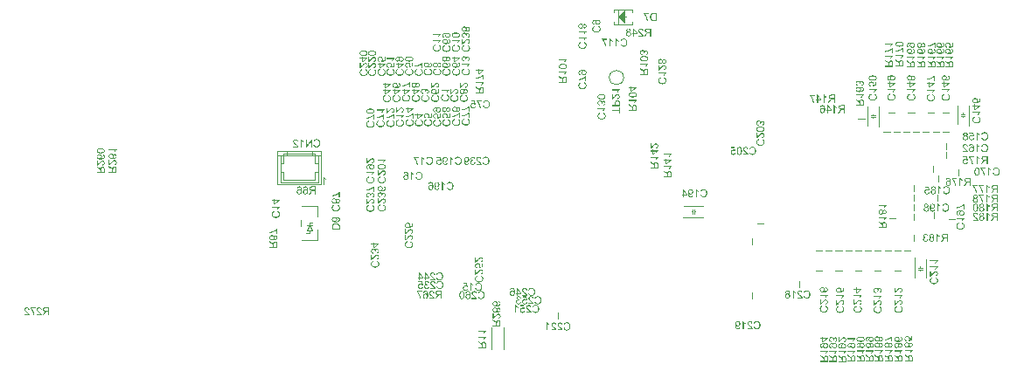
<source format=gbo>
G04*
G04 #@! TF.GenerationSoftware,Altium Limited,Altium Designer,24.0.1 (36)*
G04*
G04 Layer_Color=32896*
%FSLAX43Y43*%
%MOMM*%
G71*
G04*
G04 #@! TF.SameCoordinates,62AF21CF-6A65-4154-AE07-A74382C3AF13*
G04*
G04*
G04 #@! TF.FilePolarity,Positive*
G04*
G01*
G75*
%ADD10C,0.120*%
%ADD11C,0.100*%
%ADD12C,0.080*%
G36*
X50183Y46035D02*
X50189Y46025D01*
X50202Y46007D01*
X50216Y45990D01*
X50223Y45982D01*
X50229Y45974D01*
X50236Y45967D01*
X50242Y45960D01*
X50248Y45955D01*
X50253Y45950D01*
X50257Y45946D01*
X50259Y45943D01*
X50262Y45942D01*
X50262Y45941D01*
X50285Y45922D01*
X50309Y45905D01*
X50332Y45890D01*
X50343Y45883D01*
X50353Y45876D01*
X50363Y45871D01*
X50372Y45866D01*
X50380Y45861D01*
X50387Y45858D01*
X50392Y45855D01*
X50397Y45853D01*
X50399Y45852D01*
X50400Y45851D01*
Y45761D01*
X50383Y45767D01*
X50366Y45775D01*
X50350Y45783D01*
X50334Y45791D01*
X50327Y45794D01*
X50321Y45798D01*
X50315Y45801D01*
X50311Y45804D01*
X50307Y45805D01*
X50304Y45807D01*
X50302Y45808D01*
X50301Y45809D01*
X50282Y45821D01*
X50273Y45827D01*
X50264Y45833D01*
X50256Y45839D01*
X50249Y45844D01*
X50242Y45849D01*
X50236Y45854D01*
X50231Y45858D01*
X50226Y45862D01*
X50221Y45866D01*
X50218Y45869D01*
X50215Y45871D01*
X50213Y45872D01*
X50212Y45874D01*
X50212Y45874D01*
Y45275D01*
X50118D01*
Y46044D01*
X50179D01*
X50183Y46035D01*
D02*
G37*
G36*
X65191Y56439D02*
X65688D01*
Y56362D01*
X65191Y56012D01*
X65105D01*
Y56345D01*
X64922D01*
Y56439D01*
X65105D01*
Y56542D01*
X65191D01*
Y56439D01*
D02*
G37*
G36*
X65678Y55454D02*
X65588D01*
Y55829D01*
X65572Y55816D01*
X65556Y55802D01*
X65522Y55778D01*
X65505Y55766D01*
X65488Y55754D01*
X65472Y55744D01*
X65456Y55734D01*
X65442Y55725D01*
X65429Y55717D01*
X65417Y55710D01*
X65407Y55704D01*
X65398Y55700D01*
X65395Y55698D01*
X65392Y55696D01*
X65389Y55695D01*
X65388Y55694D01*
X65387Y55693D01*
X65387D01*
X65365Y55682D01*
X65342Y55671D01*
X65320Y55661D01*
X65298Y55651D01*
X65277Y55643D01*
X65257Y55635D01*
X65237Y55627D01*
X65219Y55621D01*
X65202Y55615D01*
X65187Y55610D01*
X65173Y55606D01*
X65162Y55603D01*
X65157Y55601D01*
X65152Y55600D01*
X65149Y55599D01*
X65145Y55598D01*
X65143Y55597D01*
X65141Y55596D01*
X65140Y55596D01*
X65140D01*
X65116Y55590D01*
X65094Y55585D01*
X65072Y55580D01*
X65052Y55576D01*
X65032Y55573D01*
X65015Y55570D01*
X64998Y55568D01*
X64982Y55566D01*
X64969Y55564D01*
X64957Y55563D01*
X64946Y55562D01*
X64938Y55562D01*
X64931D01*
X64925Y55561D01*
X64923D01*
X64922D01*
Y55658D01*
X64943Y55660D01*
X64964Y55662D01*
X64984Y55664D01*
X65002Y55667D01*
X65021Y55670D01*
X65038Y55673D01*
X65054Y55676D01*
X65069Y55679D01*
X65083Y55682D01*
X65095Y55684D01*
X65106Y55687D01*
X65115Y55689D01*
X65123Y55691D01*
X65128Y55693D01*
X65131Y55693D01*
X65132Y55694D01*
X65157Y55702D01*
X65183Y55710D01*
X65207Y55718D01*
X65231Y55728D01*
X65254Y55737D01*
X65276Y55746D01*
X65297Y55755D01*
X65316Y55764D01*
X65334Y55772D01*
X65350Y55780D01*
X65363Y55787D01*
X65370Y55790D01*
X65376Y55793D01*
X65381Y55795D01*
X65385Y55798D01*
X65389Y55800D01*
X65392Y55801D01*
X65394Y55803D01*
X65396Y55804D01*
X65397Y55805D01*
X65398D01*
X65422Y55818D01*
X65444Y55832D01*
X65465Y55845D01*
X65485Y55858D01*
X65503Y55870D01*
X65520Y55882D01*
X65536Y55894D01*
X65549Y55904D01*
X65562Y55914D01*
X65573Y55923D01*
X65583Y55930D01*
X65590Y55937D01*
X65597Y55943D01*
X65602Y55946D01*
X65604Y55949D01*
X65605Y55950D01*
X65678D01*
Y55454D01*
D02*
G37*
G36*
X65691Y55146D02*
X65681Y55141D01*
X65672Y55135D01*
X65654Y55122D01*
X65636Y55109D01*
X65628Y55101D01*
X65620Y55095D01*
X65614Y55088D01*
X65607Y55082D01*
X65602Y55076D01*
X65597Y55072D01*
X65593Y55068D01*
X65590Y55065D01*
X65588Y55063D01*
X65588Y55062D01*
X65569Y55039D01*
X65552Y55016D01*
X65536Y54992D01*
X65530Y54981D01*
X65523Y54971D01*
X65517Y54961D01*
X65512Y54952D01*
X65508Y54944D01*
X65505Y54938D01*
X65502Y54932D01*
X65500Y54928D01*
X65499Y54925D01*
X65498Y54924D01*
X65407D01*
X65414Y54941D01*
X65422Y54958D01*
X65429Y54975D01*
X65437Y54990D01*
X65441Y54997D01*
X65444Y55003D01*
X65448Y55009D01*
X65450Y55013D01*
X65452Y55017D01*
X65454Y55021D01*
X65455Y55022D01*
X65455Y55023D01*
X65468Y55043D01*
X65474Y55052D01*
X65479Y55060D01*
X65485Y55068D01*
X65490Y55075D01*
X65496Y55082D01*
X65500Y55089D01*
X65505Y55094D01*
X65508Y55099D01*
X65512Y55103D01*
X65515Y55106D01*
X65517Y55109D01*
X65519Y55111D01*
X65520Y55112D01*
X65521Y55112D01*
X64922D01*
Y55207D01*
X65691D01*
Y55146D01*
D02*
G37*
G36*
X65130Y54661D02*
X65152Y54646D01*
X65162Y54638D01*
X65172Y54631D01*
X65181Y54624D01*
X65189Y54616D01*
X65197Y54610D01*
X65204Y54604D01*
X65211Y54598D01*
X65216Y54593D01*
X65221Y54588D01*
X65225Y54584D01*
X65228Y54581D01*
X65231Y54579D01*
X65232Y54577D01*
X65232Y54576D01*
X65239Y54568D01*
X65246Y54558D01*
X65253Y54548D01*
X65258Y54538D01*
X65263Y54529D01*
X65265Y54526D01*
X65267Y54522D01*
X65269Y54519D01*
X65269Y54517D01*
X65270Y54516D01*
Y54516D01*
X65274Y54536D01*
X65278Y54554D01*
X65283Y54571D01*
X65288Y54588D01*
X65294Y54602D01*
X65299Y54616D01*
X65305Y54627D01*
X65311Y54639D01*
X65317Y54648D01*
X65323Y54656D01*
X65328Y54663D01*
X65332Y54668D01*
X65336Y54673D01*
X65339Y54676D01*
X65341Y54678D01*
X65341Y54678D01*
X65352Y54688D01*
X65363Y54696D01*
X65374Y54703D01*
X65386Y54709D01*
X65398Y54714D01*
X65409Y54719D01*
X65420Y54722D01*
X65431Y54725D01*
X65441Y54727D01*
X65450Y54729D01*
X65458Y54730D01*
X65465Y54731D01*
X65471D01*
X65475Y54732D01*
X65477D01*
X65479D01*
X65490Y54731D01*
X65502Y54730D01*
X65513Y54729D01*
X65523Y54727D01*
X65533Y54724D01*
X65543Y54722D01*
X65552Y54718D01*
X65560Y54715D01*
X65567Y54713D01*
X65574Y54709D01*
X65580Y54707D01*
X65585Y54704D01*
X65589Y54702D01*
X65592Y54701D01*
X65593Y54700D01*
X65594Y54699D01*
X65603Y54693D01*
X65612Y54687D01*
X65620Y54679D01*
X65628Y54673D01*
X65634Y54666D01*
X65640Y54658D01*
X65645Y54651D01*
X65650Y54645D01*
X65654Y54639D01*
X65657Y54632D01*
X65661Y54627D01*
X65663Y54623D01*
X65665Y54619D01*
X65666Y54616D01*
X65667Y54615D01*
Y54614D01*
X65671Y54604D01*
X65674Y54592D01*
X65677Y54580D01*
X65679Y54568D01*
X65683Y54542D01*
X65684Y54529D01*
X65685Y54517D01*
X65686Y54505D01*
X65687Y54494D01*
X65687Y54484D01*
Y54475D01*
X65688Y54469D01*
Y54119D01*
X64922D01*
Y54220D01*
X65262D01*
Y54352D01*
X65262Y54363D01*
X65261Y54373D01*
X65260Y54381D01*
X65259Y54387D01*
X65259Y54391D01*
X65258Y54394D01*
Y54394D01*
X65255Y54403D01*
X65253Y54411D01*
X65249Y54419D01*
X65245Y54426D01*
X65243Y54432D01*
X65240Y54436D01*
X65238Y54439D01*
X65238Y54440D01*
X65232Y54449D01*
X65224Y54458D01*
X65215Y54466D01*
X65207Y54475D01*
X65199Y54481D01*
X65192Y54487D01*
X65190Y54489D01*
X65188Y54491D01*
X65187Y54491D01*
X65186Y54492D01*
X65179Y54497D01*
X65171Y54503D01*
X65155Y54516D01*
X65137Y54528D01*
X65120Y54539D01*
X65112Y54544D01*
X65105Y54549D01*
X65098Y54554D01*
X65092Y54558D01*
X65088Y54560D01*
X65084Y54563D01*
X65082Y54564D01*
X65081Y54565D01*
X64922Y54666D01*
Y54793D01*
X65130Y54661D01*
D02*
G37*
G36*
X98644Y54000D02*
X98650Y53991D01*
X98663Y53972D01*
X98676Y53955D01*
X98684Y53947D01*
X98690Y53939D01*
X98697Y53933D01*
X98703Y53926D01*
X98708Y53920D01*
X98713Y53915D01*
X98717Y53912D01*
X98720Y53909D01*
X98722Y53907D01*
X98723Y53907D01*
X98746Y53888D01*
X98769Y53871D01*
X98793Y53855D01*
X98804Y53848D01*
X98814Y53842D01*
X98824Y53836D01*
X98832Y53831D01*
X98841Y53827D01*
X98847Y53824D01*
X98853Y53821D01*
X98857Y53819D01*
X98860Y53817D01*
X98861Y53817D01*
Y53726D01*
X98844Y53733D01*
X98827Y53740D01*
X98810Y53748D01*
X98795Y53756D01*
X98788Y53760D01*
X98782Y53763D01*
X98776Y53766D01*
X98772Y53769D01*
X98768Y53771D01*
X98764Y53773D01*
X98763Y53774D01*
X98762Y53774D01*
X98742Y53786D01*
X98733Y53792D01*
X98725Y53798D01*
X98717Y53804D01*
X98710Y53809D01*
X98703Y53815D01*
X98696Y53819D01*
X98691Y53824D01*
X98686Y53827D01*
X98682Y53831D01*
X98679Y53834D01*
X98676Y53836D01*
X98674Y53838D01*
X98673Y53839D01*
X98672Y53840D01*
Y53240D01*
X98578D01*
Y54010D01*
X98639D01*
X98644Y54000D01*
D02*
G37*
G36*
X99666Y53240D02*
X99565D01*
Y53581D01*
X99433D01*
X99422Y53580D01*
X99412Y53580D01*
X99404Y53579D01*
X99398Y53578D01*
X99394Y53578D01*
X99391Y53577D01*
X99391D01*
X99382Y53574D01*
X99373Y53572D01*
X99366Y53568D01*
X99359Y53564D01*
X99353Y53562D01*
X99349Y53559D01*
X99346Y53557D01*
X99345Y53557D01*
X99336Y53551D01*
X99327Y53543D01*
X99319Y53534D01*
X99310Y53526D01*
X99304Y53518D01*
X99298Y53511D01*
X99296Y53508D01*
X99294Y53507D01*
X99294Y53506D01*
X99293Y53505D01*
X99288Y53498D01*
X99282Y53490D01*
X99269Y53474D01*
X99257Y53456D01*
X99246Y53439D01*
X99241Y53431D01*
X99236Y53424D01*
X99231Y53417D01*
X99227Y53411D01*
X99225Y53407D01*
X99222Y53403D01*
X99221Y53400D01*
X99220Y53400D01*
X99119Y53240D01*
X98992D01*
X99124Y53449D01*
X99139Y53471D01*
X99147Y53481D01*
X99154Y53491D01*
X99161Y53500D01*
X99169Y53508D01*
X99175Y53516D01*
X99181Y53523D01*
X99187Y53529D01*
X99192Y53535D01*
X99197Y53539D01*
X99201Y53544D01*
X99204Y53547D01*
X99206Y53549D01*
X99208Y53551D01*
X99208Y53551D01*
X99217Y53558D01*
X99227Y53565D01*
X99237Y53572D01*
X99247Y53577D01*
X99256Y53582D01*
X99259Y53584D01*
X99263Y53586D01*
X99266Y53588D01*
X99268Y53588D01*
X99269Y53589D01*
X99269D01*
X99249Y53593D01*
X99231Y53596D01*
X99213Y53601D01*
X99197Y53606D01*
X99183Y53613D01*
X99169Y53618D01*
X99158Y53624D01*
X99146Y53630D01*
X99137Y53636D01*
X99129Y53642D01*
X99122Y53647D01*
X99117Y53651D01*
X99112Y53655D01*
X99109Y53658D01*
X99107Y53660D01*
X99107Y53660D01*
X99097Y53671D01*
X99089Y53682D01*
X99082Y53693D01*
X99076Y53705D01*
X99071Y53717D01*
X99066Y53728D01*
X99063Y53739D01*
X99060Y53750D01*
X99058Y53760D01*
X99056Y53769D01*
X99055Y53777D01*
X99054Y53784D01*
Y53790D01*
X99053Y53794D01*
Y53796D01*
Y53797D01*
X99054Y53809D01*
X99055Y53821D01*
X99056Y53832D01*
X99058Y53842D01*
X99061Y53852D01*
X99063Y53862D01*
X99067Y53871D01*
X99069Y53879D01*
X99072Y53886D01*
X99076Y53893D01*
X99078Y53899D01*
X99081Y53904D01*
X99083Y53908D01*
X99084Y53910D01*
X99085Y53912D01*
X99086Y53913D01*
X99092Y53922D01*
X99098Y53931D01*
X99105Y53939D01*
X99112Y53946D01*
X99119Y53953D01*
X99127Y53959D01*
X99134Y53964D01*
X99140Y53969D01*
X99146Y53973D01*
X99153Y53976D01*
X99158Y53980D01*
X99162Y53982D01*
X99166Y53984D01*
X99169Y53985D01*
X99170Y53986D01*
X99171D01*
X99181Y53990D01*
X99193Y53993D01*
X99205Y53996D01*
X99217Y53998D01*
X99243Y54002D01*
X99256Y54003D01*
X99268Y54004D01*
X99280Y54005D01*
X99291Y54006D01*
X99301Y54006D01*
X99310D01*
X99316Y54007D01*
X99666D01*
Y53240D01*
D02*
G37*
G36*
X98368Y53510D02*
Y53424D01*
X98036D01*
Y53240D01*
X97942D01*
Y53424D01*
X97838D01*
Y53510D01*
X97942D01*
Y54007D01*
X98019D01*
X98368Y53510D01*
D02*
G37*
G36*
X97736Y53907D02*
X97361D01*
X97374Y53891D01*
X97387Y53874D01*
X97412Y53841D01*
X97424Y53824D01*
X97435Y53807D01*
X97446Y53791D01*
X97455Y53775D01*
X97464Y53761D01*
X97473Y53748D01*
X97479Y53735D01*
X97485Y53725D01*
X97490Y53717D01*
X97492Y53714D01*
X97494Y53711D01*
X97495Y53708D01*
X97496Y53707D01*
X97496Y53706D01*
Y53706D01*
X97508Y53683D01*
X97519Y53661D01*
X97529Y53639D01*
X97538Y53617D01*
X97547Y53596D01*
X97555Y53575D01*
X97562Y53556D01*
X97569Y53538D01*
X97574Y53521D01*
X97579Y53506D01*
X97584Y53492D01*
X97587Y53481D01*
X97589Y53476D01*
X97590Y53471D01*
X97591Y53467D01*
X97592Y53464D01*
X97593Y53462D01*
X97593Y53460D01*
X97594Y53459D01*
Y53459D01*
X97600Y53435D01*
X97605Y53413D01*
X97609Y53391D01*
X97614Y53371D01*
X97617Y53351D01*
X97620Y53333D01*
X97622Y53317D01*
X97624Y53301D01*
X97625Y53288D01*
X97627Y53276D01*
X97628Y53265D01*
X97628Y53257D01*
Y53250D01*
X97629Y53244D01*
Y53242D01*
Y53240D01*
X97532D01*
X97530Y53261D01*
X97528Y53283D01*
X97526Y53302D01*
X97523Y53321D01*
X97520Y53340D01*
X97517Y53357D01*
X97514Y53373D01*
X97511Y53388D01*
X97508Y53402D01*
X97505Y53414D01*
X97502Y53425D01*
X97500Y53434D01*
X97499Y53441D01*
X97497Y53446D01*
X97496Y53450D01*
X97496Y53451D01*
X97488Y53476D01*
X97480Y53502D01*
X97471Y53526D01*
X97462Y53550D01*
X97453Y53573D01*
X97444Y53595D01*
X97435Y53616D01*
X97426Y53635D01*
X97418Y53653D01*
X97410Y53668D01*
X97403Y53682D01*
X97400Y53689D01*
X97397Y53694D01*
X97394Y53699D01*
X97392Y53704D01*
X97390Y53708D01*
X97388Y53711D01*
X97387Y53713D01*
X97386Y53715D01*
X97385Y53716D01*
Y53717D01*
X97372Y53740D01*
X97358Y53763D01*
X97345Y53784D01*
X97332Y53804D01*
X97320Y53822D01*
X97308Y53839D01*
X97296Y53855D01*
X97285Y53868D01*
X97276Y53881D01*
X97267Y53892D01*
X97259Y53902D01*
X97253Y53909D01*
X97247Y53915D01*
X97243Y53920D01*
X97241Y53923D01*
X97240Y53924D01*
Y53997D01*
X97736D01*
Y53907D01*
D02*
G37*
G36*
X99619Y52986D02*
X99624Y52976D01*
X99637Y52958D01*
X99651Y52941D01*
X99658Y52932D01*
X99665Y52925D01*
X99672Y52918D01*
X99678Y52911D01*
X99683Y52906D01*
X99688Y52901D01*
X99692Y52897D01*
X99695Y52894D01*
X99697Y52892D01*
X99698Y52892D01*
X99720Y52873D01*
X99744Y52856D01*
X99767Y52840D01*
X99778Y52834D01*
X99789Y52827D01*
X99798Y52822D01*
X99807Y52817D01*
X99816Y52812D01*
X99822Y52809D01*
X99828Y52806D01*
X99832Y52804D01*
X99834Y52803D01*
X99835Y52802D01*
Y52711D01*
X99819Y52718D01*
X99802Y52726D01*
X99785Y52734D01*
X99770Y52741D01*
X99763Y52745D01*
X99756Y52749D01*
X99751Y52752D01*
X99746Y52755D01*
X99742Y52756D01*
X99739Y52758D01*
X99737Y52759D01*
X99737Y52760D01*
X99717Y52772D01*
X99708Y52778D01*
X99699Y52783D01*
X99691Y52790D01*
X99684Y52794D01*
X99678Y52800D01*
X99671Y52804D01*
X99666Y52809D01*
X99661Y52813D01*
X99657Y52817D01*
X99653Y52819D01*
X99651Y52822D01*
X99649Y52823D01*
X99648Y52824D01*
X99647Y52825D01*
Y52226D01*
X99553D01*
Y52995D01*
X99614D01*
X99619Y52986D01*
D02*
G37*
G36*
X98468Y52994D02*
X98489Y52991D01*
X98509Y52987D01*
X98528Y52981D01*
X98545Y52974D01*
X98560Y52967D01*
X98575Y52959D01*
X98588Y52951D01*
X98600Y52943D01*
X98610Y52935D01*
X98618Y52927D01*
X98626Y52921D01*
X98632Y52915D01*
X98636Y52911D01*
X98638Y52908D01*
X98639Y52907D01*
X98646Y52897D01*
X98653Y52886D01*
X98660Y52876D01*
X98666Y52864D01*
X98677Y52840D01*
X98686Y52814D01*
X98694Y52787D01*
X98701Y52761D01*
X98706Y52734D01*
X98710Y52708D01*
X98714Y52683D01*
X98716Y52660D01*
X98717Y52649D01*
X98718Y52639D01*
X98719Y52629D01*
X98720Y52621D01*
Y52612D01*
X98720Y52605D01*
Y52599D01*
X98721Y52594D01*
Y52590D01*
Y52587D01*
Y52585D01*
Y52584D01*
Y52566D01*
X98720Y52548D01*
X98719Y52531D01*
X98717Y52515D01*
X98716Y52499D01*
X98714Y52484D01*
X98712Y52470D01*
X98709Y52456D01*
X98706Y52443D01*
X98704Y52430D01*
X98700Y52419D01*
X98698Y52407D01*
X98694Y52396D01*
X98690Y52386D01*
X98687Y52376D01*
X98684Y52368D01*
X98680Y52359D01*
X98677Y52351D01*
X98673Y52344D01*
X98670Y52337D01*
X98667Y52331D01*
X98664Y52325D01*
X98658Y52316D01*
X98653Y52309D01*
X98650Y52303D01*
X98647Y52301D01*
X98647Y52299D01*
X98632Y52285D01*
X98617Y52271D01*
X98601Y52260D01*
X98585Y52250D01*
X98569Y52241D01*
X98554Y52234D01*
X98538Y52229D01*
X98523Y52224D01*
X98509Y52220D01*
X98496Y52218D01*
X98484Y52216D01*
X98474Y52214D01*
X98466Y52214D01*
X98463D01*
X98460Y52213D01*
X98455D01*
X98442Y52214D01*
X98430Y52215D01*
X98418Y52216D01*
X98406Y52218D01*
X98396Y52221D01*
X98385Y52224D01*
X98376Y52226D01*
X98368Y52230D01*
X98359Y52232D01*
X98353Y52235D01*
X98347Y52238D01*
X98341Y52241D01*
X98337Y52243D01*
X98334Y52244D01*
X98332Y52245D01*
X98332Y52246D01*
X98322Y52252D01*
X98312Y52259D01*
X98303Y52267D01*
X98296Y52275D01*
X98288Y52282D01*
X98281Y52290D01*
X98275Y52298D01*
X98268Y52306D01*
X98263Y52313D01*
X98259Y52319D01*
X98255Y52325D01*
X98252Y52330D01*
X98250Y52334D01*
X98248Y52338D01*
X98247Y52340D01*
X98246Y52340D01*
X98241Y52352D01*
X98236Y52364D01*
X98232Y52376D01*
X98228Y52388D01*
X98225Y52399D01*
X98222Y52410D01*
X98220Y52421D01*
X98219Y52431D01*
X98217Y52440D01*
X98216Y52448D01*
X98216Y52456D01*
X98215Y52462D01*
X98215Y52467D01*
Y52471D01*
Y52474D01*
Y52474D01*
X98215Y52494D01*
X98217Y52514D01*
X98221Y52531D01*
X98225Y52549D01*
X98230Y52565D01*
X98236Y52579D01*
X98242Y52593D01*
X98248Y52605D01*
X98254Y52616D01*
X98260Y52626D01*
X98266Y52634D01*
X98271Y52641D01*
X98275Y52646D01*
X98278Y52650D01*
X98281Y52653D01*
X98281Y52653D01*
X98294Y52665D01*
X98307Y52677D01*
X98320Y52685D01*
X98334Y52694D01*
X98348Y52700D01*
X98361Y52706D01*
X98374Y52711D01*
X98386Y52714D01*
X98397Y52717D01*
X98408Y52719D01*
X98417Y52721D01*
X98426Y52722D01*
X98432Y52722D01*
X98437Y52723D01*
X98451D01*
X98461Y52722D01*
X98481Y52719D01*
X98498Y52715D01*
X98506Y52713D01*
X98513Y52710D01*
X98520Y52708D01*
X98526Y52706D01*
X98531Y52704D01*
X98536Y52701D01*
X98540Y52700D01*
X98543Y52699D01*
X98544Y52698D01*
X98545Y52698D01*
X98554Y52693D01*
X98562Y52687D01*
X98578Y52675D01*
X98592Y52662D01*
X98598Y52656D01*
X98604Y52650D01*
X98610Y52644D01*
X98614Y52638D01*
X98618Y52633D01*
X98621Y52629D01*
X98624Y52626D01*
X98626Y52623D01*
X98627Y52621D01*
X98627Y52621D01*
X98627Y52642D01*
X98626Y52662D01*
X98624Y52680D01*
X98623Y52697D01*
X98621Y52713D01*
X98619Y52727D01*
X98616Y52741D01*
X98614Y52752D01*
X98612Y52763D01*
X98610Y52772D01*
X98607Y52780D01*
X98605Y52786D01*
X98603Y52791D01*
X98602Y52795D01*
X98601Y52797D01*
Y52798D01*
X98596Y52809D01*
X98591Y52819D01*
X98585Y52829D01*
X98579Y52839D01*
X98574Y52847D01*
X98567Y52855D01*
X98562Y52862D01*
X98556Y52868D01*
X98551Y52874D01*
X98546Y52879D01*
X98542Y52883D01*
X98538Y52886D01*
X98535Y52889D01*
X98533Y52890D01*
X98531Y52891D01*
X98531Y52892D01*
X98524Y52896D01*
X98518Y52900D01*
X98504Y52907D01*
X98491Y52911D01*
X98479Y52914D01*
X98473Y52915D01*
X98468Y52916D01*
X98463Y52917D01*
X98459D01*
X98456Y52917D01*
X98452D01*
X98442Y52917D01*
X98432Y52916D01*
X98422Y52914D01*
X98414Y52911D01*
X98405Y52908D01*
X98398Y52905D01*
X98391Y52901D01*
X98384Y52897D01*
X98378Y52894D01*
X98373Y52890D01*
X98369Y52886D01*
X98365Y52883D01*
X98362Y52881D01*
X98360Y52879D01*
X98359Y52878D01*
X98358Y52877D01*
X98354Y52872D01*
X98350Y52866D01*
X98343Y52854D01*
X98337Y52840D01*
X98332Y52828D01*
X98327Y52816D01*
X98326Y52811D01*
X98324Y52806D01*
X98323Y52802D01*
X98323Y52799D01*
X98322Y52797D01*
Y52797D01*
X98229Y52804D01*
X98231Y52820D01*
X98235Y52835D01*
X98239Y52850D01*
X98245Y52863D01*
X98250Y52876D01*
X98256Y52888D01*
X98262Y52898D01*
X98268Y52907D01*
X98274Y52916D01*
X98280Y52923D01*
X98284Y52930D01*
X98289Y52935D01*
X98293Y52938D01*
X98296Y52942D01*
X98298Y52943D01*
X98298Y52944D01*
X98309Y52953D01*
X98321Y52961D01*
X98333Y52968D01*
X98346Y52973D01*
X98358Y52978D01*
X98370Y52983D01*
X98382Y52986D01*
X98394Y52989D01*
X98405Y52991D01*
X98415Y52992D01*
X98423Y52993D01*
X98431Y52994D01*
X98437D01*
X98442Y52995D01*
X98446D01*
X98468Y52994D01*
D02*
G37*
G36*
X100641Y52226D02*
X100539D01*
Y52566D01*
X100408D01*
X100396Y52566D01*
X100386Y52565D01*
X100379Y52565D01*
X100373Y52564D01*
X100369Y52563D01*
X100366Y52562D01*
X100365D01*
X100357Y52560D01*
X100348Y52557D01*
X100340Y52553D01*
X100334Y52550D01*
X100328Y52547D01*
X100323Y52544D01*
X100321Y52543D01*
X100319Y52542D01*
X100311Y52536D01*
X100302Y52528D01*
X100293Y52519D01*
X100285Y52511D01*
X100278Y52503D01*
X100273Y52497D01*
X100271Y52494D01*
X100269Y52492D01*
X100268Y52491D01*
X100268Y52490D01*
X100262Y52483D01*
X100256Y52476D01*
X100244Y52459D01*
X100232Y52441D01*
X100220Y52424D01*
X100215Y52416D01*
X100210Y52409D01*
X100206Y52402D01*
X100202Y52396D01*
X100199Y52392D01*
X100197Y52388D01*
X100195Y52386D01*
X100195Y52385D01*
X100093Y52226D01*
X99967D01*
X100099Y52434D01*
X100114Y52456D01*
X100122Y52466D01*
X100129Y52476D01*
X100136Y52485D01*
X100143Y52493D01*
X100150Y52501D01*
X100156Y52508D01*
X100162Y52515D01*
X100167Y52520D01*
X100172Y52525D01*
X100175Y52529D01*
X100179Y52532D01*
X100181Y52535D01*
X100183Y52536D01*
X100183Y52536D01*
X100192Y52544D01*
X100201Y52550D01*
X100211Y52557D01*
X100221Y52562D01*
X100230Y52567D01*
X100234Y52570D01*
X100237Y52571D01*
X100240Y52573D01*
X100242Y52574D01*
X100244Y52575D01*
X100244D01*
X100224Y52578D01*
X100205Y52582D01*
X100188Y52587D01*
X100172Y52592D01*
X100158Y52598D01*
X100144Y52603D01*
X100132Y52610D01*
X100121Y52616D01*
X100112Y52622D01*
X100104Y52627D01*
X100097Y52632D01*
X100091Y52637D01*
X100087Y52641D01*
X100084Y52643D01*
X100082Y52645D01*
X100081Y52646D01*
X100072Y52656D01*
X100064Y52668D01*
X100056Y52679D01*
X100050Y52690D01*
X100045Y52702D01*
X100041Y52714D01*
X100038Y52725D01*
X100035Y52735D01*
X100033Y52745D01*
X100031Y52754D01*
X100030Y52762D01*
X100029Y52769D01*
Y52775D01*
X100028Y52780D01*
Y52782D01*
Y52783D01*
X100029Y52794D01*
X100029Y52806D01*
X100031Y52817D01*
X100033Y52828D01*
X100035Y52838D01*
X100038Y52847D01*
X100041Y52856D01*
X100044Y52864D01*
X100047Y52871D01*
X100050Y52878D01*
X100053Y52884D01*
X100055Y52889D01*
X100058Y52893D01*
X100059Y52896D01*
X100060Y52897D01*
X100060Y52898D01*
X100066Y52907D01*
X100073Y52916D01*
X100080Y52924D01*
X100087Y52932D01*
X100094Y52938D01*
X100101Y52945D01*
X100108Y52950D01*
X100115Y52955D01*
X100121Y52958D01*
X100127Y52962D01*
X100132Y52965D01*
X100137Y52967D01*
X100141Y52969D01*
X100143Y52970D01*
X100145Y52971D01*
X100146D01*
X100156Y52975D01*
X100168Y52978D01*
X100180Y52981D01*
X100192Y52983D01*
X100218Y52987D01*
X100231Y52988D01*
X100243Y52989D01*
X100255Y52991D01*
X100266Y52991D01*
X100276Y52992D01*
X100285D01*
X100291Y52992D01*
X100641D01*
Y52226D01*
D02*
G37*
G36*
X99343Y52495D02*
Y52409D01*
X99010D01*
Y52226D01*
X98916D01*
Y52409D01*
X98813D01*
Y52495D01*
X98916D01*
Y52992D01*
X98993D01*
X99343Y52495D01*
D02*
G37*
G36*
X81883Y48909D02*
X81893Y48915D01*
X81902Y48922D01*
X81910Y48928D01*
X81918Y48934D01*
X81924Y48940D01*
X81929Y48944D01*
X81933Y48947D01*
X81934Y48948D01*
X81939Y48953D01*
X81945Y48960D01*
X81952Y48967D01*
X81960Y48975D01*
X81968Y48984D01*
X81976Y48993D01*
X81992Y49012D01*
X82000Y49021D01*
X82007Y49029D01*
X82013Y49036D01*
X82019Y49043D01*
X82024Y49049D01*
X82027Y49053D01*
X82030Y49056D01*
X82031Y49057D01*
X82046Y49075D01*
X82061Y49092D01*
X82075Y49108D01*
X82088Y49122D01*
X82100Y49135D01*
X82111Y49147D01*
X82121Y49158D01*
X82130Y49167D01*
X82138Y49176D01*
X82145Y49182D01*
X82151Y49188D01*
X82156Y49193D01*
X82160Y49197D01*
X82163Y49199D01*
X82165Y49201D01*
X82165Y49202D01*
X82175Y49209D01*
X82183Y49217D01*
X82192Y49224D01*
X82201Y49230D01*
X82217Y49241D01*
X82224Y49245D01*
X82231Y49249D01*
X82237Y49253D01*
X82242Y49256D01*
X82247Y49259D01*
X82251Y49260D01*
X82254Y49262D01*
X82257Y49263D01*
X82258Y49264D01*
X82259D01*
X82275Y49270D01*
X82291Y49275D01*
X82307Y49279D01*
X82321Y49281D01*
X82327Y49281D01*
X82332Y49282D01*
X82337Y49283D01*
X82341Y49283D01*
X82345D01*
X82347D01*
X82348D01*
X82349D01*
X82366Y49283D01*
X82382Y49280D01*
X82397Y49277D01*
X82411Y49273D01*
X82424Y49268D01*
X82437Y49263D01*
X82449Y49257D01*
X82459Y49251D01*
X82469Y49245D01*
X82477Y49239D01*
X82484Y49233D01*
X82490Y49228D01*
X82495Y49224D01*
X82498Y49221D01*
X82500Y49219D01*
X82501Y49218D01*
X82512Y49206D01*
X82521Y49192D01*
X82529Y49178D01*
X82536Y49164D01*
X82542Y49150D01*
X82547Y49135D01*
X82551Y49121D01*
X82554Y49107D01*
X82557Y49094D01*
X82559Y49082D01*
X82561Y49072D01*
X82561Y49062D01*
X82562Y49054D01*
X82562Y49049D01*
Y49044D01*
X82562Y49024D01*
X82560Y49005D01*
X82557Y48987D01*
X82553Y48971D01*
X82549Y48955D01*
X82544Y48941D01*
X82539Y48928D01*
X82534Y48916D01*
X82528Y48905D01*
X82523Y48896D01*
X82518Y48888D01*
X82514Y48882D01*
X82511Y48877D01*
X82507Y48873D01*
X82506Y48871D01*
X82505Y48870D01*
X82494Y48858D01*
X82482Y48848D01*
X82469Y48839D01*
X82456Y48831D01*
X82442Y48824D01*
X82428Y48818D01*
X82415Y48813D01*
X82402Y48809D01*
X82389Y48805D01*
X82378Y48802D01*
X82367Y48800D01*
X82358Y48799D01*
X82351Y48797D01*
X82346Y48796D01*
X82343D01*
X82342Y48796D01*
X82341D01*
X82341D01*
X82331Y48893D01*
X82344Y48893D01*
X82356Y48894D01*
X82368Y48897D01*
X82379Y48899D01*
X82389Y48902D01*
X82398Y48905D01*
X82407Y48909D01*
X82414Y48913D01*
X82420Y48917D01*
X82427Y48920D01*
X82432Y48924D01*
X82436Y48927D01*
X82439Y48929D01*
X82441Y48931D01*
X82443Y48933D01*
X82443Y48933D01*
X82450Y48941D01*
X82456Y48950D01*
X82462Y48959D01*
X82467Y48967D01*
X82471Y48977D01*
X82474Y48986D01*
X82477Y48995D01*
X82479Y49003D01*
X82481Y49011D01*
X82482Y49018D01*
X82483Y49025D01*
X82484Y49031D01*
X82484Y49036D01*
Y49042D01*
X82484Y49054D01*
X82482Y49065D01*
X82481Y49075D01*
X82478Y49085D01*
X82475Y49094D01*
X82472Y49103D01*
X82469Y49111D01*
X82465Y49118D01*
X82461Y49124D01*
X82458Y49130D01*
X82454Y49135D01*
X82451Y49139D01*
X82449Y49142D01*
X82447Y49144D01*
X82446Y49145D01*
X82445Y49146D01*
X82438Y49153D01*
X82430Y49159D01*
X82423Y49165D01*
X82414Y49169D01*
X82407Y49173D01*
X82399Y49176D01*
X82391Y49179D01*
X82384Y49181D01*
X82377Y49183D01*
X82371Y49184D01*
X82366Y49185D01*
X82361Y49186D01*
X82357Y49186D01*
X82354D01*
X82352D01*
X82351D01*
X82341Y49186D01*
X82331Y49185D01*
X82321Y49182D01*
X82311Y49180D01*
X82292Y49172D01*
X82283Y49168D01*
X82275Y49164D01*
X82267Y49160D01*
X82260Y49156D01*
X82254Y49152D01*
X82248Y49149D01*
X82244Y49146D01*
X82241Y49144D01*
X82239Y49142D01*
X82238Y49142D01*
X82227Y49133D01*
X82214Y49122D01*
X82201Y49110D01*
X82188Y49097D01*
X82174Y49084D01*
X82161Y49069D01*
X82147Y49056D01*
X82135Y49041D01*
X82123Y49028D01*
X82111Y49015D01*
X82101Y49004D01*
X82093Y48993D01*
X82085Y48985D01*
X82083Y48982D01*
X82080Y48979D01*
X82078Y48977D01*
X82077Y48975D01*
X82076Y48974D01*
X82075Y48974D01*
X82063Y48959D01*
X82052Y48945D01*
X82041Y48933D01*
X82030Y48920D01*
X82020Y48909D01*
X82010Y48899D01*
X82001Y48890D01*
X81993Y48882D01*
X81986Y48874D01*
X81979Y48868D01*
X81974Y48863D01*
X81969Y48858D01*
X81965Y48855D01*
X81962Y48853D01*
X81960Y48851D01*
X81960Y48851D01*
X81941Y48836D01*
X81923Y48823D01*
X81906Y48812D01*
X81898Y48807D01*
X81890Y48804D01*
X81883Y48800D01*
X81877Y48797D01*
X81872Y48794D01*
X81867Y48792D01*
X81863Y48791D01*
X81860Y48790D01*
X81858Y48789D01*
X81858D01*
X81846Y48785D01*
X81835Y48782D01*
X81824Y48780D01*
X81814Y48779D01*
X81805Y48779D01*
X81802Y48778D01*
X81799D01*
X81796D01*
X81795D01*
X81794D01*
X81793D01*
Y49284D01*
X81883D01*
Y48909D01*
D02*
G37*
G36*
X82063Y48590D02*
X82559D01*
Y48513D01*
X82063Y48164D01*
X81976D01*
Y48496D01*
X81793D01*
Y48590D01*
X81976D01*
Y48694D01*
X82063D01*
Y48590D01*
D02*
G37*
G36*
X82562Y47893D02*
X82553Y47888D01*
X82543Y47882D01*
X82525Y47869D01*
X82508Y47856D01*
X82500Y47848D01*
X82492Y47842D01*
X82485Y47835D01*
X82479Y47829D01*
X82473Y47823D01*
X82468Y47818D01*
X82464Y47815D01*
X82461Y47812D01*
X82460Y47810D01*
X82459Y47809D01*
X82440Y47786D01*
X82423Y47763D01*
X82408Y47739D01*
X82401Y47728D01*
X82394Y47718D01*
X82389Y47708D01*
X82384Y47699D01*
X82379Y47691D01*
X82376Y47684D01*
X82373Y47679D01*
X82371Y47675D01*
X82370Y47672D01*
X82370Y47671D01*
X82279D01*
X82285Y47688D01*
X82293Y47705D01*
X82301Y47722D01*
X82309Y47737D01*
X82312Y47744D01*
X82316Y47750D01*
X82319Y47756D01*
X82322Y47760D01*
X82324Y47764D01*
X82325Y47768D01*
X82326Y47769D01*
X82327Y47770D01*
X82339Y47790D01*
X82345Y47799D01*
X82351Y47807D01*
X82357Y47815D01*
X82362Y47822D01*
X82367Y47829D01*
X82372Y47836D01*
X82376Y47841D01*
X82380Y47846D01*
X82384Y47850D01*
X82387Y47853D01*
X82389Y47856D01*
X82391Y47858D01*
X82392Y47859D01*
X82392Y47859D01*
X81793D01*
Y47954D01*
X82562D01*
Y47893D01*
D02*
G37*
G36*
X82001Y47408D02*
X82023Y47393D01*
X82033Y47385D01*
X82043Y47378D01*
X82052Y47371D01*
X82061Y47363D01*
X82068Y47357D01*
X82075Y47351D01*
X82082Y47345D01*
X82088Y47340D01*
X82092Y47335D01*
X82097Y47331D01*
X82099Y47328D01*
X82102Y47326D01*
X82103Y47324D01*
X82104Y47323D01*
X82111Y47315D01*
X82118Y47305D01*
X82124Y47295D01*
X82130Y47285D01*
X82135Y47276D01*
X82137Y47273D01*
X82139Y47269D01*
X82140Y47266D01*
X82141Y47264D01*
X82142Y47263D01*
Y47263D01*
X82145Y47282D01*
X82149Y47301D01*
X82154Y47318D01*
X82159Y47335D01*
X82165Y47349D01*
X82171Y47363D01*
X82177Y47374D01*
X82183Y47385D01*
X82189Y47395D01*
X82195Y47403D01*
X82200Y47410D01*
X82204Y47415D01*
X82208Y47420D01*
X82211Y47423D01*
X82212Y47425D01*
X82213Y47425D01*
X82223Y47435D01*
X82235Y47443D01*
X82246Y47450D01*
X82258Y47456D01*
X82269Y47461D01*
X82281Y47466D01*
X82292Y47469D01*
X82303Y47472D01*
X82312Y47474D01*
X82321Y47476D01*
X82330Y47477D01*
X82336Y47478D01*
X82342D01*
X82347Y47479D01*
X82349D01*
X82350D01*
X82362Y47478D01*
X82373Y47477D01*
X82384Y47476D01*
X82395Y47474D01*
X82405Y47471D01*
X82414Y47469D01*
X82423Y47465D01*
X82432Y47462D01*
X82439Y47460D01*
X82445Y47456D01*
X82451Y47454D01*
X82456Y47451D01*
X82460Y47449D01*
X82463Y47448D01*
X82465Y47447D01*
X82465Y47446D01*
X82475Y47440D01*
X82484Y47434D01*
X82491Y47426D01*
X82499Y47420D01*
X82506Y47413D01*
X82512Y47405D01*
X82517Y47398D01*
X82522Y47392D01*
X82526Y47385D01*
X82529Y47379D01*
X82532Y47374D01*
X82535Y47370D01*
X82536Y47366D01*
X82537Y47363D01*
X82538Y47362D01*
Y47361D01*
X82542Y47351D01*
X82546Y47339D01*
X82548Y47327D01*
X82551Y47315D01*
X82554Y47289D01*
X82556Y47276D01*
X82557Y47264D01*
X82558Y47251D01*
X82558Y47241D01*
X82559Y47231D01*
Y47222D01*
X82559Y47215D01*
Y46866D01*
X81793D01*
Y46967D01*
X82134D01*
Y47099D01*
X82133Y47110D01*
X82133Y47120D01*
X82132Y47128D01*
X82131Y47134D01*
X82130Y47138D01*
X82130Y47141D01*
Y47141D01*
X82127Y47150D01*
X82124Y47158D01*
X82120Y47166D01*
X82117Y47173D01*
X82114Y47179D01*
X82111Y47183D01*
X82110Y47186D01*
X82109Y47187D01*
X82103Y47196D01*
X82095Y47205D01*
X82087Y47213D01*
X82078Y47222D01*
X82071Y47228D01*
X82064Y47234D01*
X82061Y47236D01*
X82059Y47238D01*
X82058Y47238D01*
X82058Y47239D01*
X82051Y47244D01*
X82043Y47250D01*
X82026Y47263D01*
X82008Y47275D01*
X81991Y47286D01*
X81984Y47291D01*
X81976Y47296D01*
X81970Y47301D01*
X81964Y47305D01*
X81959Y47307D01*
X81955Y47310D01*
X81953Y47311D01*
X81953Y47312D01*
X81793Y47413D01*
Y47540D01*
X82001Y47408D01*
D02*
G37*
G36*
X83858Y48212D02*
X83849Y48207D01*
X83840Y48202D01*
X83821Y48189D01*
X83804Y48175D01*
X83796Y48168D01*
X83788Y48161D01*
X83781Y48155D01*
X83775Y48148D01*
X83769Y48143D01*
X83764Y48138D01*
X83760Y48134D01*
X83758Y48131D01*
X83756Y48129D01*
X83755Y48128D01*
X83737Y48106D01*
X83719Y48082D01*
X83704Y48059D01*
X83697Y48048D01*
X83691Y48037D01*
X83685Y48028D01*
X83680Y48019D01*
X83676Y48011D01*
X83672Y48004D01*
X83670Y47998D01*
X83667Y47994D01*
X83666Y47992D01*
X83666Y47991D01*
X83575D01*
X83582Y48007D01*
X83589Y48024D01*
X83597Y48041D01*
X83605Y48056D01*
X83609Y48063D01*
X83612Y48070D01*
X83615Y48075D01*
X83618Y48080D01*
X83620Y48084D01*
X83621Y48087D01*
X83622Y48089D01*
X83623Y48089D01*
X83635Y48109D01*
X83641Y48118D01*
X83647Y48127D01*
X83653Y48135D01*
X83658Y48142D01*
X83663Y48148D01*
X83668Y48155D01*
X83672Y48160D01*
X83676Y48165D01*
X83680Y48169D01*
X83683Y48173D01*
X83685Y48176D01*
X83687Y48177D01*
X83688Y48178D01*
X83688Y48179D01*
X83089D01*
Y48273D01*
X83858D01*
Y48212D01*
D02*
G37*
G36*
X83359Y47719D02*
X83856D01*
Y47642D01*
X83359Y47293D01*
X83273D01*
Y47625D01*
X83089D01*
Y47719D01*
X83273D01*
Y47823D01*
X83359D01*
Y47719D01*
D02*
G37*
G36*
X83858Y47022D02*
X83849Y47017D01*
X83840Y47011D01*
X83821Y46998D01*
X83804Y46985D01*
X83796Y46977D01*
X83788Y46971D01*
X83781Y46964D01*
X83775Y46958D01*
X83769Y46952D01*
X83764Y46947D01*
X83760Y46944D01*
X83758Y46941D01*
X83756Y46939D01*
X83755Y46938D01*
X83737Y46915D01*
X83719Y46891D01*
X83704Y46868D01*
X83697Y46857D01*
X83691Y46847D01*
X83685Y46837D01*
X83680Y46828D01*
X83676Y46820D01*
X83672Y46813D01*
X83670Y46808D01*
X83667Y46803D01*
X83666Y46801D01*
X83666Y46800D01*
X83575D01*
X83582Y46817D01*
X83589Y46834D01*
X83597Y46850D01*
X83605Y46866D01*
X83609Y46873D01*
X83612Y46879D01*
X83615Y46885D01*
X83618Y46889D01*
X83620Y46893D01*
X83621Y46896D01*
X83622Y46898D01*
X83623Y46899D01*
X83635Y46919D01*
X83641Y46927D01*
X83647Y46936D01*
X83653Y46944D01*
X83658Y46951D01*
X83663Y46958D01*
X83668Y46965D01*
X83672Y46970D01*
X83676Y46975D01*
X83680Y46979D01*
X83683Y46982D01*
X83685Y46985D01*
X83687Y46987D01*
X83688Y46988D01*
X83688Y46988D01*
X83089D01*
Y47083D01*
X83858D01*
Y47022D01*
D02*
G37*
G36*
X83297Y46537D02*
X83320Y46522D01*
X83330Y46514D01*
X83340Y46507D01*
X83348Y46499D01*
X83357Y46492D01*
X83364Y46486D01*
X83372Y46479D01*
X83378Y46474D01*
X83384Y46468D01*
X83388Y46464D01*
X83393Y46460D01*
X83395Y46457D01*
X83398Y46455D01*
X83399Y46453D01*
X83400Y46452D01*
X83407Y46444D01*
X83414Y46434D01*
X83420Y46424D01*
X83426Y46414D01*
X83431Y46405D01*
X83433Y46401D01*
X83435Y46398D01*
X83436Y46395D01*
X83437Y46393D01*
X83438Y46392D01*
Y46391D01*
X83441Y46411D01*
X83445Y46430D01*
X83450Y46447D01*
X83455Y46463D01*
X83461Y46478D01*
X83467Y46492D01*
X83473Y46503D01*
X83479Y46514D01*
X83485Y46524D01*
X83491Y46532D01*
X83496Y46539D01*
X83500Y46544D01*
X83504Y46549D01*
X83507Y46552D01*
X83508Y46554D01*
X83509Y46554D01*
X83520Y46564D01*
X83531Y46572D01*
X83542Y46579D01*
X83554Y46585D01*
X83565Y46590D01*
X83577Y46595D01*
X83588Y46598D01*
X83599Y46601D01*
X83609Y46603D01*
X83618Y46605D01*
X83626Y46606D01*
X83632Y46607D01*
X83639D01*
X83643Y46607D01*
X83645D01*
X83646D01*
X83658Y46607D01*
X83670Y46606D01*
X83681Y46605D01*
X83691Y46602D01*
X83701Y46600D01*
X83711Y46597D01*
X83719Y46594D01*
X83728Y46591D01*
X83735Y46589D01*
X83742Y46585D01*
X83748Y46583D01*
X83753Y46580D01*
X83757Y46578D01*
X83759Y46577D01*
X83761Y46576D01*
X83761Y46575D01*
X83771Y46569D01*
X83780Y46563D01*
X83788Y46555D01*
X83795Y46549D01*
X83802Y46542D01*
X83808Y46534D01*
X83813Y46527D01*
X83818Y46520D01*
X83822Y46514D01*
X83825Y46508D01*
X83828Y46503D01*
X83831Y46499D01*
X83832Y46495D01*
X83833Y46492D01*
X83835Y46491D01*
Y46490D01*
X83838Y46479D01*
X83842Y46468D01*
X83845Y46456D01*
X83847Y46444D01*
X83851Y46417D01*
X83852Y46405D01*
X83853Y46393D01*
X83854Y46380D01*
X83855Y46370D01*
X83855Y46360D01*
Y46351D01*
X83856Y46344D01*
Y45995D01*
X83089D01*
Y46096D01*
X83430D01*
Y46228D01*
X83429Y46239D01*
X83429Y46249D01*
X83428Y46257D01*
X83427Y46262D01*
X83426Y46267D01*
X83426Y46270D01*
Y46270D01*
X83423Y46279D01*
X83420Y46287D01*
X83417Y46295D01*
X83413Y46302D01*
X83410Y46308D01*
X83408Y46312D01*
X83406Y46315D01*
X83405Y46316D01*
X83399Y46325D01*
X83392Y46334D01*
X83383Y46342D01*
X83374Y46350D01*
X83367Y46357D01*
X83360Y46363D01*
X83357Y46365D01*
X83356Y46367D01*
X83354Y46367D01*
X83354Y46368D01*
X83347Y46373D01*
X83339Y46379D01*
X83322Y46391D01*
X83305Y46404D01*
X83287Y46415D01*
X83280Y46420D01*
X83273Y46425D01*
X83266Y46430D01*
X83260Y46434D01*
X83255Y46436D01*
X83252Y46439D01*
X83249Y46440D01*
X83249Y46441D01*
X83089Y46542D01*
Y46669D01*
X83297Y46537D01*
D02*
G37*
G36*
X86255Y44836D02*
X86260Y44826D01*
X86273Y44808D01*
X86287Y44791D01*
X86294Y44783D01*
X86301Y44775D01*
X86307Y44768D01*
X86313Y44762D01*
X86319Y44756D01*
X86324Y44751D01*
X86328Y44747D01*
X86330Y44744D01*
X86333Y44743D01*
X86333Y44742D01*
X86356Y44723D01*
X86380Y44706D01*
X86403Y44691D01*
X86414Y44684D01*
X86425Y44677D01*
X86434Y44672D01*
X86443Y44667D01*
X86451Y44663D01*
X86458Y44659D01*
X86463Y44656D01*
X86468Y44654D01*
X86470Y44653D01*
X86471Y44653D01*
Y44562D01*
X86455Y44568D01*
X86437Y44576D01*
X86421Y44584D01*
X86405Y44592D01*
X86399Y44596D01*
X86392Y44599D01*
X86386Y44602D01*
X86382Y44605D01*
X86378Y44607D01*
X86375Y44608D01*
X86373Y44609D01*
X86373Y44610D01*
X86353Y44622D01*
X86344Y44628D01*
X86335Y44634D01*
X86327Y44640D01*
X86320Y44645D01*
X86313Y44650D01*
X86307Y44655D01*
X86302Y44659D01*
X86297Y44663D01*
X86292Y44667D01*
X86289Y44670D01*
X86286Y44672D01*
X86285Y44674D01*
X86283Y44675D01*
X86283Y44675D01*
Y44076D01*
X86189D01*
Y44845D01*
X86250D01*
X86255Y44836D01*
D02*
G37*
G36*
X85726Y44845D02*
X85744Y44842D01*
X85761Y44839D01*
X85777Y44834D01*
X85793Y44829D01*
X85807Y44823D01*
X85820Y44816D01*
X85832Y44810D01*
X85843Y44803D01*
X85852Y44797D01*
X85860Y44790D01*
X85867Y44785D01*
X85872Y44780D01*
X85876Y44777D01*
X85879Y44774D01*
X85879Y44774D01*
X85891Y44760D01*
X85902Y44746D01*
X85911Y44730D01*
X85919Y44715D01*
X85926Y44699D01*
X85931Y44684D01*
X85936Y44668D01*
X85939Y44654D01*
X85942Y44640D01*
X85944Y44627D01*
X85946Y44615D01*
X85947Y44605D01*
X85947Y44597D01*
Y44594D01*
X85948Y44591D01*
Y44589D01*
Y44587D01*
Y44587D01*
Y44586D01*
X85947Y44566D01*
X85945Y44546D01*
X85942Y44527D01*
X85938Y44510D01*
X85933Y44494D01*
X85927Y44479D01*
X85921Y44465D01*
X85915Y44453D01*
X85909Y44442D01*
X85903Y44432D01*
X85897Y44424D01*
X85893Y44417D01*
X85889Y44412D01*
X85885Y44408D01*
X85883Y44405D01*
X85883Y44404D01*
X85870Y44392D01*
X85857Y44382D01*
X85843Y44373D01*
X85829Y44365D01*
X85816Y44358D01*
X85803Y44352D01*
X85790Y44348D01*
X85777Y44345D01*
X85766Y44341D01*
X85755Y44340D01*
X85745Y44338D01*
X85737Y44337D01*
X85731Y44336D01*
X85726Y44336D01*
X85721D01*
X85711Y44336D01*
X85700Y44337D01*
X85681Y44340D01*
X85663Y44345D01*
X85655Y44347D01*
X85647Y44350D01*
X85640Y44352D01*
X85634Y44355D01*
X85629Y44357D01*
X85624Y44359D01*
X85621Y44361D01*
X85618Y44362D01*
X85616Y44363D01*
X85616Y44364D01*
X85598Y44375D01*
X85583Y44387D01*
X85576Y44393D01*
X85570Y44399D01*
X85564Y44404D01*
X85559Y44411D01*
X85554Y44416D01*
X85550Y44421D01*
X85546Y44425D01*
X85543Y44429D01*
X85541Y44432D01*
X85539Y44434D01*
X85539Y44436D01*
X85538Y44437D01*
Y44432D01*
Y44428D01*
Y44425D01*
Y44422D01*
Y44421D01*
Y44419D01*
Y44418D01*
Y44418D01*
X85539Y44396D01*
X85540Y44375D01*
X85543Y44356D01*
X85544Y44346D01*
X85545Y44338D01*
X85546Y44330D01*
X85548Y44324D01*
X85549Y44318D01*
X85550Y44313D01*
X85551Y44308D01*
X85552Y44305D01*
X85553Y44303D01*
Y44303D01*
X85555Y44293D01*
X85558Y44283D01*
X85561Y44274D01*
X85564Y44265D01*
X85567Y44257D01*
X85570Y44250D01*
X85572Y44243D01*
X85575Y44237D01*
X85577Y44232D01*
X85580Y44227D01*
X85582Y44223D01*
X85584Y44220D01*
X85585Y44217D01*
X85586Y44215D01*
X85587Y44214D01*
Y44213D01*
X85596Y44202D01*
X85605Y44191D01*
X85613Y44182D01*
X85622Y44175D01*
X85629Y44169D01*
X85635Y44164D01*
X85637Y44163D01*
X85639Y44161D01*
X85640Y44160D01*
X85641D01*
X85653Y44154D01*
X85666Y44149D01*
X85679Y44146D01*
X85691Y44143D01*
X85701Y44142D01*
X85706Y44141D01*
X85710D01*
X85713Y44141D01*
X85717D01*
X85726Y44141D01*
X85735Y44142D01*
X85751Y44145D01*
X85765Y44150D01*
X85772Y44153D01*
X85777Y44155D01*
X85782Y44158D01*
X85787Y44160D01*
X85791Y44163D01*
X85794Y44165D01*
X85797Y44166D01*
X85798Y44168D01*
X85799Y44169D01*
X85800Y44169D01*
X85806Y44175D01*
X85811Y44181D01*
X85821Y44196D01*
X85828Y44211D01*
X85834Y44227D01*
X85837Y44233D01*
X85839Y44241D01*
X85840Y44247D01*
X85842Y44252D01*
X85843Y44256D01*
X85843Y44259D01*
X85844Y44262D01*
Y44262D01*
X85934Y44254D01*
X85931Y44237D01*
X85928Y44222D01*
X85924Y44207D01*
X85919Y44194D01*
X85914Y44181D01*
X85907Y44170D01*
X85902Y44159D01*
X85896Y44150D01*
X85890Y44141D01*
X85885Y44134D01*
X85879Y44128D01*
X85875Y44123D01*
X85871Y44118D01*
X85868Y44115D01*
X85866Y44114D01*
X85866Y44113D01*
X85855Y44104D01*
X85843Y44097D01*
X85831Y44090D01*
X85819Y44084D01*
X85807Y44079D01*
X85794Y44076D01*
X85782Y44072D01*
X85771Y44069D01*
X85760Y44068D01*
X85750Y44066D01*
X85741Y44065D01*
X85734Y44064D01*
X85727D01*
X85723Y44063D01*
X85719D01*
X85703Y44064D01*
X85688Y44066D01*
X85674Y44068D01*
X85660Y44071D01*
X85647Y44074D01*
X85635Y44078D01*
X85623Y44082D01*
X85613Y44086D01*
X85604Y44091D01*
X85596Y44094D01*
X85589Y44098D01*
X85582Y44102D01*
X85577Y44104D01*
X85574Y44107D01*
X85572Y44108D01*
X85571Y44109D01*
X85560Y44118D01*
X85549Y44128D01*
X85539Y44138D01*
X85530Y44149D01*
X85522Y44160D01*
X85513Y44171D01*
X85507Y44181D01*
X85500Y44192D01*
X85494Y44202D01*
X85489Y44211D01*
X85486Y44220D01*
X85482Y44227D01*
X85479Y44233D01*
X85478Y44237D01*
X85477Y44240D01*
X85476Y44241D01*
X85471Y44258D01*
X85466Y44276D01*
X85461Y44295D01*
X85457Y44314D01*
X85455Y44334D01*
X85452Y44354D01*
X85450Y44372D01*
X85448Y44391D01*
X85447Y44408D01*
X85446Y44424D01*
X85445Y44438D01*
X85445Y44444D01*
Y44450D01*
Y44456D01*
X85444Y44461D01*
Y44465D01*
Y44468D01*
Y44471D01*
Y44473D01*
Y44474D01*
Y44475D01*
X85445Y44500D01*
X85446Y44525D01*
X85447Y44547D01*
X85449Y44568D01*
X85452Y44587D01*
X85455Y44604D01*
X85457Y44620D01*
X85460Y44635D01*
X85463Y44648D01*
X85466Y44659D01*
X85469Y44668D01*
X85472Y44676D01*
X85474Y44682D01*
X85475Y44686D01*
X85476Y44689D01*
X85477Y44690D01*
X85483Y44703D01*
X85490Y44716D01*
X85497Y44728D01*
X85505Y44739D01*
X85513Y44749D01*
X85520Y44759D01*
X85528Y44768D01*
X85536Y44775D01*
X85543Y44782D01*
X85549Y44788D01*
X85555Y44793D01*
X85561Y44798D01*
X85565Y44800D01*
X85568Y44803D01*
X85570Y44804D01*
X85571Y44805D01*
X85582Y44812D01*
X85594Y44818D01*
X85606Y44824D01*
X85618Y44828D01*
X85629Y44832D01*
X85641Y44835D01*
X85652Y44838D01*
X85662Y44840D01*
X85672Y44842D01*
X85680Y44843D01*
X85688Y44844D01*
X85694Y44845D01*
X85700Y44845D01*
X85707D01*
X85726Y44845D01*
D02*
G37*
G36*
X86965Y44855D02*
X86983Y44854D01*
X87000Y44851D01*
X87018Y44849D01*
X87034Y44845D01*
X87049Y44841D01*
X87064Y44837D01*
X87077Y44833D01*
X87089Y44828D01*
X87100Y44824D01*
X87109Y44820D01*
X87117Y44816D01*
X87123Y44814D01*
X87128Y44811D01*
X87131Y44810D01*
X87132Y44809D01*
X87147Y44800D01*
X87162Y44790D01*
X87175Y44779D01*
X87188Y44768D01*
X87199Y44757D01*
X87210Y44746D01*
X87220Y44735D01*
X87228Y44724D01*
X87236Y44714D01*
X87243Y44704D01*
X87249Y44696D01*
X87254Y44689D01*
X87257Y44682D01*
X87260Y44677D01*
X87261Y44675D01*
X87262Y44674D01*
X87270Y44656D01*
X87277Y44639D01*
X87283Y44622D01*
X87288Y44604D01*
X87292Y44586D01*
X87296Y44568D01*
X87299Y44552D01*
X87302Y44536D01*
X87303Y44521D01*
X87305Y44507D01*
X87306Y44495D01*
X87307Y44485D01*
Y44476D01*
X87307Y44473D01*
Y44470D01*
Y44468D01*
Y44467D01*
Y44465D01*
Y44465D01*
X87307Y44444D01*
X87306Y44424D01*
X87303Y44405D01*
X87301Y44387D01*
X87298Y44368D01*
X87295Y44352D01*
X87291Y44336D01*
X87287Y44321D01*
X87283Y44308D01*
X87280Y44295D01*
X87276Y44285D01*
X87273Y44276D01*
X87271Y44269D01*
X87268Y44264D01*
X87267Y44261D01*
X87267Y44260D01*
Y44259D01*
X87259Y44242D01*
X87250Y44226D01*
X87241Y44211D01*
X87231Y44196D01*
X87221Y44184D01*
X87211Y44171D01*
X87202Y44161D01*
X87193Y44151D01*
X87184Y44142D01*
X87175Y44135D01*
X87168Y44128D01*
X87162Y44123D01*
X87156Y44119D01*
X87152Y44116D01*
X87150Y44114D01*
X87149Y44114D01*
X87134Y44105D01*
X87118Y44097D01*
X87101Y44091D01*
X87085Y44084D01*
X87068Y44080D01*
X87051Y44076D01*
X87035Y44072D01*
X87019Y44069D01*
X87004Y44068D01*
X86991Y44066D01*
X86978Y44065D01*
X86968Y44064D01*
X86960D01*
X86956Y44063D01*
X86947D01*
X86925Y44064D01*
X86904Y44066D01*
X86884Y44069D01*
X86865Y44073D01*
X86847Y44078D01*
X86830Y44084D01*
X86815Y44090D01*
X86801Y44096D01*
X86788Y44102D01*
X86777Y44108D01*
X86767Y44114D01*
X86760Y44119D01*
X86753Y44123D01*
X86749Y44126D01*
X86746Y44128D01*
X86745Y44129D01*
X86730Y44142D01*
X86716Y44156D01*
X86703Y44171D01*
X86692Y44186D01*
X86681Y44202D01*
X86672Y44218D01*
X86663Y44233D01*
X86656Y44249D01*
X86649Y44263D01*
X86644Y44277D01*
X86639Y44288D01*
X86636Y44299D01*
X86633Y44307D01*
X86632Y44311D01*
X86631Y44314D01*
X86631Y44316D01*
X86630Y44318D01*
X86630Y44319D01*
Y44319D01*
X86731Y44345D01*
X86735Y44327D01*
X86740Y44311D01*
X86746Y44295D01*
X86752Y44282D01*
X86759Y44268D01*
X86766Y44256D01*
X86772Y44246D01*
X86779Y44236D01*
X86785Y44227D01*
X86791Y44220D01*
X86797Y44213D01*
X86802Y44208D01*
X86806Y44204D01*
X86808Y44201D01*
X86811Y44200D01*
X86811Y44199D01*
X86823Y44191D01*
X86834Y44183D01*
X86847Y44176D01*
X86859Y44171D01*
X86871Y44166D01*
X86883Y44163D01*
X86895Y44159D01*
X86906Y44156D01*
X86916Y44154D01*
X86926Y44153D01*
X86934Y44152D01*
X86941Y44151D01*
X86947D01*
X86952Y44150D01*
X86956D01*
X86968Y44151D01*
X86981Y44152D01*
X86993Y44154D01*
X87005Y44156D01*
X87017Y44159D01*
X87028Y44162D01*
X87038Y44165D01*
X87047Y44169D01*
X87055Y44172D01*
X87063Y44175D01*
X87070Y44178D01*
X87075Y44181D01*
X87080Y44183D01*
X87083Y44185D01*
X87085Y44186D01*
X87086Y44186D01*
X87097Y44194D01*
X87107Y44201D01*
X87116Y44210D01*
X87125Y44218D01*
X87133Y44227D01*
X87140Y44237D01*
X87147Y44246D01*
X87153Y44254D01*
X87158Y44262D01*
X87162Y44270D01*
X87166Y44277D01*
X87169Y44283D01*
X87172Y44288D01*
X87173Y44292D01*
X87174Y44294D01*
X87174Y44295D01*
X87179Y44309D01*
X87184Y44323D01*
X87188Y44337D01*
X87190Y44352D01*
X87196Y44381D01*
X87198Y44395D01*
X87199Y44408D01*
X87200Y44419D01*
X87201Y44431D01*
X87201Y44440D01*
X87202Y44449D01*
X87203Y44456D01*
Y44461D01*
Y44464D01*
Y44465D01*
X87202Y44480D01*
X87201Y44494D01*
X87199Y44520D01*
X87197Y44533D01*
X87195Y44545D01*
X87193Y44557D01*
X87190Y44567D01*
X87188Y44577D01*
X87187Y44586D01*
X87184Y44594D01*
X87183Y44601D01*
X87181Y44605D01*
X87180Y44609D01*
X87179Y44612D01*
Y44613D01*
X87174Y44626D01*
X87168Y44638D01*
X87162Y44650D01*
X87156Y44660D01*
X87149Y44671D01*
X87142Y44680D01*
X87135Y44689D01*
X87128Y44696D01*
X87122Y44703D01*
X87116Y44709D01*
X87110Y44714D01*
X87105Y44718D01*
X87101Y44722D01*
X87099Y44725D01*
X87096Y44726D01*
X87096Y44726D01*
X87084Y44734D01*
X87072Y44740D01*
X87060Y44746D01*
X87048Y44751D01*
X87035Y44755D01*
X87023Y44758D01*
X87011Y44761D01*
X86999Y44763D01*
X86989Y44766D01*
X86979Y44767D01*
X86970Y44768D01*
X86962Y44768D01*
X86956Y44769D01*
X86948D01*
X86933Y44768D01*
X86920Y44767D01*
X86907Y44766D01*
X86895Y44763D01*
X86884Y44760D01*
X86874Y44757D01*
X86864Y44753D01*
X86855Y44750D01*
X86848Y44746D01*
X86840Y44743D01*
X86834Y44739D01*
X86829Y44737D01*
X86826Y44734D01*
X86823Y44732D01*
X86821Y44731D01*
X86821Y44731D01*
X86811Y44723D01*
X86802Y44715D01*
X86795Y44705D01*
X86787Y44696D01*
X86780Y44685D01*
X86773Y44675D01*
X86767Y44665D01*
X86762Y44655D01*
X86758Y44646D01*
X86754Y44637D01*
X86750Y44629D01*
X86747Y44623D01*
X86745Y44617D01*
X86744Y44613D01*
X86743Y44610D01*
X86742Y44609D01*
X86643Y44632D01*
X86649Y44651D01*
X86657Y44670D01*
X86664Y44687D01*
X86673Y44703D01*
X86682Y44717D01*
X86691Y44731D01*
X86700Y44743D01*
X86709Y44754D01*
X86718Y44764D01*
X86726Y44773D01*
X86733Y44780D01*
X86740Y44786D01*
X86745Y44791D01*
X86749Y44794D01*
X86751Y44797D01*
X86752Y44797D01*
X86767Y44808D01*
X86783Y44816D01*
X86799Y44824D01*
X86816Y44831D01*
X86832Y44837D01*
X86848Y44841D01*
X86863Y44845D01*
X86878Y44849D01*
X86893Y44851D01*
X86905Y44852D01*
X86916Y44854D01*
X86926Y44855D01*
X86935Y44855D01*
X86938Y44856D01*
X86946D01*
X86965Y44855D01*
D02*
G37*
G36*
X85383Y44346D02*
Y44259D01*
X85051D01*
Y44076D01*
X84957D01*
Y44259D01*
X84853D01*
Y44346D01*
X84957D01*
Y44842D01*
X85034D01*
X85383Y44346D01*
D02*
G37*
G36*
X91468Y32046D02*
X91487Y32044D01*
X91505Y32041D01*
X91522Y32037D01*
X91537Y32033D01*
X91551Y32028D01*
X91564Y32023D01*
X91576Y32018D01*
X91587Y32012D01*
X91596Y32007D01*
X91604Y32002D01*
X91611Y31998D01*
X91616Y31995D01*
X91620Y31991D01*
X91622Y31990D01*
X91622Y31989D01*
X91634Y31978D01*
X91644Y31966D01*
X91653Y31953D01*
X91661Y31940D01*
X91668Y31926D01*
X91674Y31912D01*
X91679Y31899D01*
X91684Y31886D01*
X91687Y31873D01*
X91690Y31862D01*
X91692Y31851D01*
X91694Y31842D01*
X91695Y31835D01*
X91696Y31830D01*
Y31827D01*
X91697Y31826D01*
Y31825D01*
Y31825D01*
X91600Y31815D01*
X91599Y31828D01*
X91598Y31840D01*
X91596Y31852D01*
X91594Y31863D01*
X91590Y31873D01*
X91587Y31882D01*
X91583Y31891D01*
X91579Y31898D01*
X91576Y31904D01*
X91572Y31910D01*
X91569Y31915D01*
X91565Y31920D01*
X91563Y31923D01*
X91561Y31925D01*
X91560Y31927D01*
X91559Y31927D01*
X91551Y31934D01*
X91543Y31940D01*
X91534Y31946D01*
X91525Y31951D01*
X91515Y31955D01*
X91507Y31958D01*
X91498Y31961D01*
X91489Y31963D01*
X91481Y31965D01*
X91474Y31966D01*
X91467Y31967D01*
X91461Y31968D01*
X91457Y31968D01*
X91450D01*
X91438Y31968D01*
X91427Y31966D01*
X91417Y31965D01*
X91407Y31962D01*
X91398Y31959D01*
X91389Y31956D01*
X91381Y31953D01*
X91374Y31949D01*
X91368Y31945D01*
X91363Y31941D01*
X91358Y31938D01*
X91354Y31935D01*
X91350Y31933D01*
X91348Y31931D01*
X91347Y31930D01*
X91347Y31929D01*
X91339Y31922D01*
X91333Y31914D01*
X91328Y31907D01*
X91323Y31898D01*
X91319Y31891D01*
X91316Y31883D01*
X91313Y31875D01*
X91311Y31868D01*
X91309Y31861D01*
X91308Y31855D01*
X91307Y31850D01*
X91307Y31845D01*
X91306Y31841D01*
Y31838D01*
Y31836D01*
Y31835D01*
X91307Y31825D01*
X91308Y31815D01*
X91310Y31805D01*
X91313Y31795D01*
X91320Y31776D01*
X91324Y31767D01*
X91328Y31759D01*
X91332Y31751D01*
X91337Y31744D01*
X91340Y31738D01*
X91343Y31732D01*
X91347Y31728D01*
X91349Y31725D01*
X91350Y31723D01*
X91350Y31722D01*
X91359Y31711D01*
X91370Y31698D01*
X91382Y31685D01*
X91395Y31672D01*
X91409Y31658D01*
X91423Y31645D01*
X91437Y31631D01*
X91451Y31619D01*
X91465Y31607D01*
X91477Y31595D01*
X91488Y31585D01*
X91499Y31577D01*
X91507Y31569D01*
X91510Y31567D01*
X91513Y31564D01*
X91515Y31562D01*
X91517Y31561D01*
X91518Y31560D01*
X91519Y31559D01*
X91533Y31547D01*
X91547Y31536D01*
X91560Y31525D01*
X91572Y31514D01*
X91583Y31504D01*
X91593Y31494D01*
X91602Y31485D01*
X91610Y31477D01*
X91618Y31470D01*
X91624Y31463D01*
X91630Y31458D01*
X91634Y31453D01*
X91637Y31449D01*
X91639Y31446D01*
X91641Y31444D01*
X91642Y31444D01*
X91657Y31425D01*
X91669Y31407D01*
X91680Y31389D01*
X91685Y31382D01*
X91689Y31374D01*
X91692Y31367D01*
X91695Y31361D01*
X91698Y31356D01*
X91700Y31351D01*
X91702Y31347D01*
X91703Y31344D01*
X91704Y31342D01*
Y31342D01*
X91708Y31330D01*
X91710Y31319D01*
X91712Y31307D01*
X91713Y31298D01*
X91714Y31289D01*
X91714Y31286D01*
Y31283D01*
Y31280D01*
Y31279D01*
Y31278D01*
Y31277D01*
X91208D01*
Y31367D01*
X91584D01*
X91577Y31377D01*
X91571Y31386D01*
X91564Y31394D01*
X91558Y31402D01*
X91553Y31408D01*
X91548Y31413D01*
X91545Y31417D01*
X91544Y31418D01*
X91539Y31423D01*
X91533Y31429D01*
X91525Y31436D01*
X91517Y31444D01*
X91508Y31451D01*
X91499Y31460D01*
X91481Y31476D01*
X91472Y31484D01*
X91463Y31491D01*
X91456Y31497D01*
X91449Y31503D01*
X91443Y31508D01*
X91440Y31511D01*
X91437Y31514D01*
X91436Y31515D01*
X91417Y31530D01*
X91400Y31545D01*
X91385Y31559D01*
X91370Y31572D01*
X91357Y31584D01*
X91345Y31595D01*
X91334Y31605D01*
X91325Y31614D01*
X91317Y31622D01*
X91310Y31629D01*
X91304Y31635D01*
X91299Y31640D01*
X91295Y31644D01*
X91293Y31647D01*
X91291Y31649D01*
X91291Y31649D01*
X91283Y31659D01*
X91275Y31667D01*
X91269Y31676D01*
X91262Y31685D01*
X91251Y31701D01*
X91247Y31708D01*
X91243Y31714D01*
X91239Y31721D01*
X91236Y31726D01*
X91234Y31731D01*
X91232Y31735D01*
X91230Y31738D01*
X91229Y31740D01*
X91228Y31742D01*
Y31743D01*
X91222Y31759D01*
X91217Y31775D01*
X91214Y31791D01*
X91211Y31805D01*
X91211Y31811D01*
X91210Y31816D01*
X91210Y31821D01*
X91209Y31825D01*
Y31829D01*
Y31831D01*
Y31832D01*
Y31833D01*
X91210Y31850D01*
X91212Y31866D01*
X91215Y31881D01*
X91219Y31895D01*
X91224Y31908D01*
X91230Y31921D01*
X91236Y31933D01*
X91241Y31943D01*
X91247Y31953D01*
X91254Y31961D01*
X91259Y31968D01*
X91264Y31974D01*
X91268Y31979D01*
X91271Y31982D01*
X91273Y31984D01*
X91274Y31985D01*
X91287Y31996D01*
X91300Y32005D01*
X91314Y32013D01*
X91328Y32020D01*
X91343Y32026D01*
X91358Y32031D01*
X91371Y32035D01*
X91385Y32038D01*
X91398Y32041D01*
X91410Y32043D01*
X91421Y32044D01*
X91430Y32045D01*
X91438Y32046D01*
X91443Y32046D01*
X91448D01*
X91468Y32046D01*
D02*
G37*
G36*
X90819Y32037D02*
X90824Y32027D01*
X90837Y32009D01*
X90851Y31992D01*
X90858Y31984D01*
X90865Y31976D01*
X90871Y31969D01*
X90878Y31963D01*
X90883Y31957D01*
X90888Y31952D01*
X90892Y31948D01*
X90895Y31945D01*
X90897Y31944D01*
X90897Y31943D01*
X90920Y31924D01*
X90944Y31907D01*
X90967Y31892D01*
X90978Y31885D01*
X90989Y31878D01*
X90998Y31873D01*
X91007Y31868D01*
X91015Y31863D01*
X91022Y31860D01*
X91028Y31857D01*
X91032Y31855D01*
X91034Y31854D01*
X91035Y31853D01*
Y31763D01*
X91019Y31769D01*
X91002Y31777D01*
X90985Y31785D01*
X90969Y31793D01*
X90963Y31796D01*
X90956Y31800D01*
X90951Y31803D01*
X90946Y31806D01*
X90942Y31808D01*
X90939Y31809D01*
X90937Y31810D01*
X90937Y31811D01*
X90917Y31823D01*
X90908Y31829D01*
X90899Y31835D01*
X90891Y31841D01*
X90884Y31846D01*
X90878Y31851D01*
X90871Y31856D01*
X90866Y31860D01*
X90861Y31864D01*
X90857Y31868D01*
X90853Y31871D01*
X90850Y31873D01*
X90849Y31875D01*
X90848Y31876D01*
X90847Y31876D01*
Y31277D01*
X90753D01*
Y32046D01*
X90814D01*
X90819Y32037D01*
D02*
G37*
G36*
X90290Y32046D02*
X90308Y32043D01*
X90326Y32040D01*
X90342Y32035D01*
X90357Y32030D01*
X90371Y32023D01*
X90384Y32017D01*
X90396Y32011D01*
X90407Y32004D01*
X90416Y31997D01*
X90425Y31991D01*
X90431Y31986D01*
X90436Y31981D01*
X90440Y31978D01*
X90443Y31975D01*
X90443Y31975D01*
X90456Y31961D01*
X90466Y31946D01*
X90475Y31931D01*
X90483Y31915D01*
X90490Y31900D01*
X90495Y31884D01*
X90500Y31869D01*
X90503Y31855D01*
X90507Y31841D01*
X90508Y31828D01*
X90510Y31816D01*
X90511Y31806D01*
X90512Y31798D01*
Y31795D01*
X90512Y31792D01*
Y31790D01*
Y31788D01*
Y31788D01*
Y31787D01*
X90512Y31767D01*
X90509Y31747D01*
X90506Y31728D01*
X90502Y31711D01*
X90497Y31695D01*
X90492Y31680D01*
X90486Y31666D01*
X90479Y31654D01*
X90473Y31643D01*
X90467Y31633D01*
X90462Y31625D01*
X90457Y31618D01*
X90453Y31613D01*
X90450Y31609D01*
X90447Y31606D01*
X90447Y31605D01*
X90434Y31593D01*
X90421Y31583D01*
X90407Y31574D01*
X90394Y31566D01*
X90380Y31559D01*
X90367Y31553D01*
X90354Y31549D01*
X90342Y31546D01*
X90330Y31542D01*
X90319Y31541D01*
X90309Y31539D01*
X90302Y31538D01*
X90295Y31537D01*
X90290Y31537D01*
X90286D01*
X90275Y31537D01*
X90265Y31538D01*
X90245Y31541D01*
X90227Y31546D01*
X90219Y31548D01*
X90211Y31551D01*
X90204Y31553D01*
X90198Y31556D01*
X90193Y31558D01*
X90188Y31560D01*
X90185Y31562D01*
X90182Y31563D01*
X90180Y31564D01*
X90180Y31564D01*
X90162Y31575D01*
X90147Y31588D01*
X90140Y31594D01*
X90134Y31600D01*
X90128Y31605D01*
X90123Y31611D01*
X90118Y31616D01*
X90114Y31621D01*
X90111Y31626D01*
X90107Y31630D01*
X90105Y31633D01*
X90103Y31635D01*
X90103Y31637D01*
X90102Y31638D01*
Y31633D01*
Y31629D01*
Y31626D01*
Y31623D01*
Y31621D01*
Y31620D01*
Y31619D01*
Y31619D01*
X90103Y31597D01*
X90105Y31576D01*
X90107Y31557D01*
X90108Y31547D01*
X90110Y31539D01*
X90111Y31531D01*
X90112Y31525D01*
X90113Y31518D01*
X90115Y31513D01*
X90116Y31509D01*
X90116Y31506D01*
X90117Y31504D01*
Y31504D01*
X90120Y31494D01*
X90122Y31484D01*
X90125Y31475D01*
X90128Y31466D01*
X90131Y31458D01*
X90134Y31451D01*
X90137Y31444D01*
X90139Y31438D01*
X90142Y31433D01*
X90144Y31428D01*
X90146Y31424D01*
X90148Y31420D01*
X90149Y31418D01*
X90151Y31416D01*
X90152Y31415D01*
Y31414D01*
X90160Y31403D01*
X90169Y31392D01*
X90178Y31383D01*
X90186Y31376D01*
X90193Y31370D01*
X90199Y31365D01*
X90201Y31363D01*
X90203Y31362D01*
X90204Y31361D01*
X90205D01*
X90218Y31355D01*
X90230Y31350D01*
X90244Y31347D01*
X90255Y31344D01*
X90266Y31343D01*
X90270Y31342D01*
X90274D01*
X90277Y31342D01*
X90281D01*
X90291Y31342D01*
X90299Y31343D01*
X90316Y31346D01*
X90329Y31351D01*
X90336Y31353D01*
X90342Y31356D01*
X90347Y31358D01*
X90352Y31361D01*
X90355Y31363D01*
X90358Y31366D01*
X90361Y31367D01*
X90363Y31369D01*
X90364Y31370D01*
X90364Y31370D01*
X90370Y31376D01*
X90375Y31382D01*
X90385Y31397D01*
X90393Y31412D01*
X90399Y31428D01*
X90401Y31434D01*
X90403Y31441D01*
X90405Y31448D01*
X90406Y31453D01*
X90407Y31457D01*
X90407Y31460D01*
X90408Y31463D01*
Y31463D01*
X90498Y31455D01*
X90495Y31438D01*
X90492Y31423D01*
X90488Y31408D01*
X90483Y31394D01*
X90478Y31382D01*
X90472Y31371D01*
X90466Y31360D01*
X90460Y31351D01*
X90455Y31342D01*
X90449Y31335D01*
X90443Y31329D01*
X90439Y31324D01*
X90436Y31319D01*
X90432Y31316D01*
X90431Y31315D01*
X90430Y31314D01*
X90419Y31305D01*
X90407Y31298D01*
X90395Y31291D01*
X90383Y31285D01*
X90371Y31280D01*
X90359Y31276D01*
X90347Y31273D01*
X90335Y31270D01*
X90324Y31269D01*
X90314Y31267D01*
X90306Y31266D01*
X90298Y31265D01*
X90292D01*
X90287Y31264D01*
X90283D01*
X90267Y31265D01*
X90252Y31267D01*
X90238Y31269D01*
X90224Y31271D01*
X90211Y31275D01*
X90199Y31279D01*
X90188Y31283D01*
X90178Y31287D01*
X90168Y31291D01*
X90160Y31295D01*
X90153Y31299D01*
X90147Y31303D01*
X90142Y31305D01*
X90138Y31308D01*
X90136Y31309D01*
X90136Y31310D01*
X90124Y31319D01*
X90113Y31329D01*
X90103Y31339D01*
X90094Y31350D01*
X90086Y31361D01*
X90077Y31372D01*
X90071Y31382D01*
X90064Y31393D01*
X90059Y31403D01*
X90054Y31412D01*
X90050Y31420D01*
X90046Y31428D01*
X90044Y31434D01*
X90042Y31438D01*
X90041Y31441D01*
X90040Y31442D01*
X90035Y31459D01*
X90030Y31477D01*
X90025Y31496D01*
X90022Y31515D01*
X90019Y31535D01*
X90016Y31554D01*
X90014Y31573D01*
X90012Y31592D01*
X90011Y31609D01*
X90010Y31625D01*
X90009Y31639D01*
X90009Y31645D01*
Y31651D01*
Y31657D01*
X90008Y31662D01*
Y31666D01*
Y31669D01*
Y31672D01*
Y31674D01*
Y31675D01*
Y31676D01*
X90009Y31701D01*
X90010Y31726D01*
X90011Y31748D01*
X90013Y31769D01*
X90016Y31788D01*
X90019Y31805D01*
X90022Y31821D01*
X90024Y31836D01*
X90028Y31848D01*
X90030Y31860D01*
X90033Y31869D01*
X90036Y31877D01*
X90038Y31883D01*
X90039Y31887D01*
X90040Y31889D01*
X90041Y31891D01*
X90047Y31904D01*
X90054Y31917D01*
X90061Y31929D01*
X90069Y31940D01*
X90077Y31950D01*
X90085Y31960D01*
X90092Y31969D01*
X90100Y31976D01*
X90107Y31983D01*
X90113Y31989D01*
X90120Y31994D01*
X90125Y31999D01*
X90129Y32001D01*
X90132Y32004D01*
X90134Y32005D01*
X90135Y32006D01*
X90147Y32013D01*
X90158Y32019D01*
X90170Y32025D01*
X90182Y32029D01*
X90194Y32033D01*
X90205Y32036D01*
X90216Y32039D01*
X90226Y32041D01*
X90236Y32043D01*
X90244Y32044D01*
X90252Y32045D01*
X90259Y32046D01*
X90264Y32046D01*
X90271D01*
X90290Y32046D01*
D02*
G37*
G36*
X92124Y32056D02*
X92142Y32054D01*
X92160Y32052D01*
X92177Y32049D01*
X92193Y32046D01*
X92209Y32042D01*
X92223Y32038D01*
X92236Y32033D01*
X92248Y32029D01*
X92259Y32025D01*
X92269Y32021D01*
X92276Y32017D01*
X92283Y32015D01*
X92287Y32012D01*
X92290Y32011D01*
X92291Y32010D01*
X92307Y32001D01*
X92321Y31991D01*
X92334Y31980D01*
X92347Y31969D01*
X92359Y31958D01*
X92369Y31947D01*
X92379Y31935D01*
X92388Y31925D01*
X92395Y31915D01*
X92403Y31905D01*
X92408Y31897D01*
X92413Y31889D01*
X92416Y31883D01*
X92419Y31878D01*
X92421Y31876D01*
X92421Y31875D01*
X92429Y31857D01*
X92436Y31840D01*
X92442Y31822D01*
X92447Y31805D01*
X92452Y31787D01*
X92456Y31769D01*
X92458Y31753D01*
X92461Y31737D01*
X92463Y31722D01*
X92465Y31708D01*
X92465Y31696D01*
X92466Y31686D01*
Y31677D01*
X92467Y31674D01*
Y31671D01*
Y31669D01*
Y31667D01*
Y31666D01*
Y31666D01*
X92466Y31645D01*
X92465Y31625D01*
X92463Y31606D01*
X92461Y31588D01*
X92457Y31569D01*
X92454Y31553D01*
X92450Y31537D01*
X92446Y31522D01*
X92443Y31508D01*
X92439Y31496D01*
X92436Y31486D01*
X92432Y31477D01*
X92430Y31470D01*
X92428Y31465D01*
X92427Y31461D01*
X92426Y31461D01*
Y31460D01*
X92419Y31443D01*
X92410Y31427D01*
X92400Y31412D01*
X92391Y31397D01*
X92381Y31384D01*
X92371Y31372D01*
X92362Y31362D01*
X92352Y31352D01*
X92343Y31343D01*
X92335Y31336D01*
X92328Y31329D01*
X92321Y31324D01*
X92316Y31320D01*
X92312Y31317D01*
X92309Y31315D01*
X92308Y31315D01*
X92293Y31306D01*
X92277Y31298D01*
X92261Y31291D01*
X92244Y31285D01*
X92228Y31281D01*
X92210Y31276D01*
X92194Y31273D01*
X92178Y31270D01*
X92164Y31269D01*
X92150Y31267D01*
X92138Y31266D01*
X92127Y31265D01*
X92119D01*
X92115Y31264D01*
X92107D01*
X92085Y31265D01*
X92064Y31267D01*
X92044Y31270D01*
X92024Y31274D01*
X92007Y31279D01*
X91990Y31285D01*
X91974Y31291D01*
X91961Y31297D01*
X91948Y31303D01*
X91937Y31309D01*
X91927Y31315D01*
X91919Y31320D01*
X91912Y31324D01*
X91908Y31327D01*
X91905Y31329D01*
X91904Y31330D01*
X91889Y31343D01*
X91875Y31357D01*
X91863Y31372D01*
X91851Y31387D01*
X91840Y31403D01*
X91831Y31419D01*
X91823Y31434D01*
X91816Y31450D01*
X91809Y31464D01*
X91803Y31477D01*
X91799Y31489D01*
X91795Y31500D01*
X91792Y31508D01*
X91791Y31512D01*
X91791Y31515D01*
X91790Y31517D01*
X91790Y31518D01*
X91789Y31520D01*
Y31520D01*
X91890Y31546D01*
X91895Y31528D01*
X91900Y31512D01*
X91905Y31496D01*
X91912Y31482D01*
X91918Y31469D01*
X91925Y31457D01*
X91932Y31446D01*
X91938Y31437D01*
X91945Y31428D01*
X91951Y31420D01*
X91956Y31414D01*
X91961Y31409D01*
X91965Y31405D01*
X91968Y31402D01*
X91970Y31401D01*
X91971Y31400D01*
X91982Y31392D01*
X91994Y31384D01*
X92006Y31377D01*
X92018Y31372D01*
X92030Y31367D01*
X92043Y31363D01*
X92054Y31360D01*
X92065Y31357D01*
X92075Y31355D01*
X92085Y31354D01*
X92094Y31353D01*
X92101Y31352D01*
X92107D01*
X92111Y31351D01*
X92115D01*
X92128Y31352D01*
X92141Y31353D01*
X92153Y31355D01*
X92165Y31357D01*
X92176Y31360D01*
X92187Y31363D01*
X92197Y31366D01*
X92206Y31370D01*
X92215Y31373D01*
X92223Y31376D01*
X92229Y31379D01*
X92235Y31382D01*
X92239Y31384D01*
X92242Y31386D01*
X92245Y31387D01*
X92245Y31387D01*
X92256Y31394D01*
X92266Y31402D01*
X92276Y31410D01*
X92285Y31419D01*
X92292Y31428D01*
X92300Y31438D01*
X92306Y31446D01*
X92312Y31455D01*
X92317Y31463D01*
X92322Y31471D01*
X92326Y31478D01*
X92328Y31484D01*
X92331Y31489D01*
X92333Y31492D01*
X92333Y31495D01*
X92334Y31496D01*
X92339Y31510D01*
X92343Y31524D01*
X92347Y31538D01*
X92350Y31553D01*
X92355Y31582D01*
X92357Y31595D01*
X92359Y31609D01*
X92360Y31620D01*
X92360Y31631D01*
X92361Y31641D01*
X92362Y31650D01*
X92362Y31657D01*
Y31662D01*
Y31665D01*
Y31666D01*
X92362Y31681D01*
X92361Y31695D01*
X92358Y31721D01*
X92357Y31734D01*
X92354Y31746D01*
X92352Y31758D01*
X92350Y31768D01*
X92348Y31778D01*
X92346Y31787D01*
X92344Y31795D01*
X92342Y31801D01*
X92340Y31806D01*
X92339Y31810D01*
X92338Y31813D01*
Y31814D01*
X92333Y31827D01*
X92328Y31839D01*
X92322Y31851D01*
X92315Y31861D01*
X92308Y31872D01*
X92302Y31881D01*
X92295Y31889D01*
X92288Y31897D01*
X92281Y31904D01*
X92275Y31910D01*
X92270Y31915D01*
X92265Y31919D01*
X92261Y31923D01*
X92258Y31925D01*
X92256Y31927D01*
X92255Y31927D01*
X92244Y31935D01*
X92231Y31941D01*
X92219Y31947D01*
X92207Y31952D01*
X92194Y31956D01*
X92182Y31959D01*
X92171Y31962D01*
X92159Y31964D01*
X92148Y31966D01*
X92138Y31968D01*
X92130Y31969D01*
X92122Y31969D01*
X92116Y31970D01*
X92107D01*
X92093Y31969D01*
X92080Y31968D01*
X92067Y31966D01*
X92055Y31964D01*
X92044Y31961D01*
X92033Y31958D01*
X92024Y31954D01*
X92015Y31951D01*
X92007Y31947D01*
X92000Y31944D01*
X91994Y31940D01*
X91989Y31938D01*
X91985Y31935D01*
X91982Y31933D01*
X91981Y31932D01*
X91980Y31932D01*
X91971Y31924D01*
X91962Y31915D01*
X91954Y31906D01*
X91946Y31897D01*
X91939Y31886D01*
X91933Y31876D01*
X91927Y31866D01*
X91922Y31856D01*
X91917Y31847D01*
X91913Y31838D01*
X91910Y31830D01*
X91907Y31824D01*
X91905Y31817D01*
X91903Y31814D01*
X91903Y31811D01*
X91902Y31810D01*
X91802Y31833D01*
X91808Y31852D01*
X91816Y31871D01*
X91824Y31888D01*
X91833Y31904D01*
X91842Y31918D01*
X91850Y31932D01*
X91860Y31944D01*
X91869Y31955D01*
X91878Y31965D01*
X91885Y31974D01*
X91893Y31981D01*
X91899Y31987D01*
X91904Y31992D01*
X91909Y31995D01*
X91911Y31997D01*
X91912Y31998D01*
X91927Y32008D01*
X91942Y32017D01*
X91959Y32025D01*
X91975Y32032D01*
X91991Y32038D01*
X92007Y32042D01*
X92023Y32046D01*
X92038Y32049D01*
X92052Y32052D01*
X92065Y32053D01*
X92076Y32055D01*
X92086Y32056D01*
X92094Y32056D01*
X92097Y32057D01*
X92105D01*
X92124Y32056D01*
D02*
G37*
G36*
X91036Y48941D02*
X91055Y48939D01*
X91072Y48937D01*
X91089Y48933D01*
X91104Y48928D01*
X91119Y48923D01*
X91132Y48918D01*
X91144Y48913D01*
X91154Y48908D01*
X91164Y48903D01*
X91171Y48898D01*
X91178Y48893D01*
X91183Y48890D01*
X91187Y48887D01*
X91189Y48885D01*
X91190Y48885D01*
X91201Y48873D01*
X91211Y48861D01*
X91221Y48849D01*
X91228Y48835D01*
X91236Y48821D01*
X91242Y48808D01*
X91247Y48794D01*
X91251Y48781D01*
X91254Y48769D01*
X91257Y48757D01*
X91259Y48747D01*
X91261Y48738D01*
X91263Y48731D01*
X91263Y48725D01*
Y48723D01*
X91264Y48721D01*
Y48721D01*
Y48720D01*
X91167Y48710D01*
X91166Y48723D01*
X91165Y48736D01*
X91163Y48747D01*
X91161Y48758D01*
X91158Y48768D01*
X91154Y48777D01*
X91150Y48786D01*
X91146Y48793D01*
X91143Y48800D01*
X91139Y48806D01*
X91136Y48811D01*
X91133Y48815D01*
X91130Y48818D01*
X91128Y48821D01*
X91127Y48822D01*
X91127Y48823D01*
X91119Y48830D01*
X91110Y48836D01*
X91101Y48841D01*
X91092Y48846D01*
X91083Y48850D01*
X91074Y48854D01*
X91065Y48856D01*
X91057Y48859D01*
X91048Y48860D01*
X91041Y48861D01*
X91035Y48862D01*
X91029Y48863D01*
X91024Y48863D01*
X91017D01*
X91006Y48863D01*
X90995Y48862D01*
X90984Y48860D01*
X90974Y48857D01*
X90965Y48855D01*
X90957Y48851D01*
X90949Y48848D01*
X90942Y48844D01*
X90936Y48841D01*
X90930Y48837D01*
X90925Y48834D01*
X90921Y48831D01*
X90918Y48828D01*
X90916Y48826D01*
X90914Y48825D01*
X90914Y48825D01*
X90907Y48818D01*
X90901Y48810D01*
X90895Y48802D01*
X90891Y48794D01*
X90887Y48786D01*
X90883Y48778D01*
X90881Y48770D01*
X90879Y48763D01*
X90877Y48757D01*
X90876Y48751D01*
X90875Y48745D01*
X90874Y48740D01*
X90874Y48736D01*
Y48733D01*
Y48731D01*
Y48731D01*
X90874Y48721D01*
X90875Y48711D01*
X90877Y48701D01*
X90880Y48691D01*
X90887Y48671D01*
X90892Y48662D01*
X90896Y48654D01*
X90900Y48646D01*
X90904Y48639D01*
X90907Y48633D01*
X90911Y48628D01*
X90914Y48624D01*
X90916Y48620D01*
X90917Y48618D01*
X90918Y48618D01*
X90927Y48606D01*
X90938Y48593D01*
X90949Y48581D01*
X90963Y48567D01*
X90976Y48553D01*
X90990Y48540D01*
X91004Y48527D01*
X91019Y48514D01*
X91032Y48502D01*
X91045Y48491D01*
X91056Y48480D01*
X91066Y48472D01*
X91075Y48465D01*
X91078Y48462D01*
X91081Y48459D01*
X91083Y48458D01*
X91084Y48456D01*
X91086Y48455D01*
X91086Y48455D01*
X91101Y48443D01*
X91114Y48431D01*
X91127Y48420D01*
X91139Y48409D01*
X91150Y48399D01*
X91160Y48390D01*
X91169Y48381D01*
X91178Y48372D01*
X91185Y48365D01*
X91191Y48359D01*
X91197Y48353D01*
X91201Y48348D01*
X91205Y48344D01*
X91207Y48341D01*
X91209Y48340D01*
X91209Y48339D01*
X91224Y48320D01*
X91237Y48302D01*
X91247Y48285D01*
X91252Y48277D01*
X91256Y48269D01*
X91259Y48263D01*
X91263Y48257D01*
X91266Y48251D01*
X91267Y48246D01*
X91269Y48242D01*
X91270Y48239D01*
X91271Y48238D01*
Y48237D01*
X91275Y48226D01*
X91278Y48214D01*
X91279Y48203D01*
X91281Y48193D01*
X91281Y48185D01*
X91282Y48181D01*
Y48178D01*
Y48176D01*
Y48174D01*
Y48173D01*
Y48172D01*
X90776D01*
Y48263D01*
X91151D01*
X91145Y48272D01*
X91138Y48282D01*
X91132Y48290D01*
X91125Y48298D01*
X91120Y48304D01*
X91115Y48309D01*
X91113Y48312D01*
X91112Y48313D01*
X91107Y48319D01*
X91100Y48325D01*
X91093Y48331D01*
X91084Y48339D01*
X91076Y48347D01*
X91067Y48355D01*
X91048Y48371D01*
X91039Y48379D01*
X91031Y48386D01*
X91024Y48393D01*
X91016Y48398D01*
X91011Y48403D01*
X91007Y48407D01*
X91004Y48409D01*
X91003Y48410D01*
X90985Y48425D01*
X90968Y48440D01*
X90952Y48454D01*
X90938Y48467D01*
X90924Y48479D01*
X90913Y48490D01*
X90902Y48500D01*
X90892Y48509D01*
X90884Y48517D01*
X90877Y48525D01*
X90871Y48531D01*
X90866Y48536D01*
X90862Y48540D01*
X90860Y48542D01*
X90859Y48544D01*
X90858Y48545D01*
X90850Y48554D01*
X90843Y48563D01*
X90836Y48572D01*
X90830Y48580D01*
X90819Y48596D01*
X90814Y48603D01*
X90810Y48610D01*
X90807Y48616D01*
X90804Y48622D01*
X90801Y48626D01*
X90799Y48630D01*
X90798Y48634D01*
X90797Y48636D01*
X90795Y48638D01*
Y48638D01*
X90789Y48655D01*
X90784Y48671D01*
X90781Y48686D01*
X90779Y48700D01*
X90778Y48706D01*
X90778Y48712D01*
X90777Y48716D01*
X90777Y48721D01*
Y48724D01*
Y48726D01*
Y48728D01*
Y48728D01*
X90777Y48745D01*
X90779Y48761D01*
X90783Y48776D01*
X90787Y48790D01*
X90792Y48804D01*
X90797Y48816D01*
X90803Y48828D01*
X90809Y48839D01*
X90815Y48848D01*
X90821Y48856D01*
X90826Y48863D01*
X90831Y48869D01*
X90835Y48874D01*
X90839Y48877D01*
X90841Y48880D01*
X90841Y48880D01*
X90854Y48891D01*
X90867Y48901D01*
X90881Y48908D01*
X90896Y48916D01*
X90910Y48922D01*
X90925Y48927D01*
X90939Y48930D01*
X90953Y48934D01*
X90965Y48937D01*
X90978Y48938D01*
X90988Y48940D01*
X90998Y48940D01*
X91005Y48941D01*
X91011Y48942D01*
X91016D01*
X91036Y48941D01*
D02*
G37*
G36*
X90063Y48535D02*
X89974Y48524D01*
X89966Y48535D01*
X89957Y48546D01*
X89947Y48555D01*
X89938Y48562D01*
X89930Y48568D01*
X89923Y48573D01*
X89921Y48574D01*
X89919Y48576D01*
X89918Y48577D01*
X89917D01*
X89903Y48584D01*
X89889Y48589D01*
X89875Y48593D01*
X89862Y48595D01*
X89856Y48596D01*
X89851Y48597D01*
X89846Y48597D01*
X89842D01*
X89839Y48598D01*
X89835D01*
X89821Y48597D01*
X89809Y48595D01*
X89797Y48593D01*
X89785Y48591D01*
X89774Y48587D01*
X89765Y48583D01*
X89756Y48579D01*
X89748Y48574D01*
X89741Y48570D01*
X89735Y48566D01*
X89729Y48562D01*
X89725Y48558D01*
X89721Y48556D01*
X89718Y48553D01*
X89717Y48552D01*
X89716Y48551D01*
X89708Y48542D01*
X89701Y48532D01*
X89695Y48522D01*
X89690Y48512D01*
X89686Y48501D01*
X89682Y48490D01*
X89679Y48480D01*
X89676Y48470D01*
X89675Y48460D01*
X89673Y48452D01*
X89672Y48444D01*
X89671Y48437D01*
Y48432D01*
X89671Y48427D01*
Y48425D01*
Y48424D01*
X89671Y48408D01*
X89673Y48394D01*
X89675Y48380D01*
X89678Y48367D01*
X89682Y48355D01*
X89686Y48344D01*
X89690Y48334D01*
X89694Y48324D01*
X89699Y48316D01*
X89703Y48309D01*
X89707Y48303D01*
X89711Y48298D01*
X89713Y48294D01*
X89716Y48290D01*
X89717Y48289D01*
X89718Y48288D01*
X89727Y48279D01*
X89736Y48272D01*
X89746Y48264D01*
X89756Y48259D01*
X89766Y48254D01*
X89775Y48249D01*
X89784Y48246D01*
X89793Y48244D01*
X89802Y48242D01*
X89809Y48240D01*
X89816Y48239D01*
X89822Y48238D01*
X89827D01*
X89830Y48237D01*
X89834D01*
X89844Y48238D01*
X89854Y48239D01*
X89864Y48241D01*
X89872Y48243D01*
X89881Y48246D01*
X89889Y48249D01*
X89897Y48252D01*
X89903Y48256D01*
X89909Y48259D01*
X89914Y48262D01*
X89919Y48265D01*
X89923Y48268D01*
X89927Y48270D01*
X89929Y48272D01*
X89930Y48273D01*
X89931Y48273D01*
X89938Y48280D01*
X89944Y48288D01*
X89950Y48296D01*
X89955Y48305D01*
X89960Y48314D01*
X89964Y48324D01*
X89970Y48341D01*
X89973Y48349D01*
X89975Y48357D01*
X89977Y48364D01*
X89979Y48370D01*
X89980Y48375D01*
X89980Y48378D01*
X89981Y48381D01*
Y48382D01*
X90079Y48373D01*
X90077Y48356D01*
X90073Y48339D01*
X90069Y48323D01*
X90064Y48308D01*
X90058Y48294D01*
X90051Y48282D01*
X90045Y48270D01*
X90039Y48259D01*
X90032Y48250D01*
X90026Y48242D01*
X90020Y48234D01*
X90015Y48228D01*
X90010Y48224D01*
X90007Y48221D01*
X90005Y48218D01*
X90004Y48218D01*
X89991Y48208D01*
X89978Y48198D01*
X89964Y48191D01*
X89950Y48184D01*
X89936Y48179D01*
X89921Y48174D01*
X89907Y48170D01*
X89894Y48167D01*
X89882Y48165D01*
X89870Y48163D01*
X89860Y48161D01*
X89851Y48161D01*
X89844Y48160D01*
X89838Y48160D01*
X89834D01*
X89810Y48161D01*
X89788Y48164D01*
X89768Y48169D01*
X89748Y48174D01*
X89730Y48181D01*
X89713Y48189D01*
X89699Y48197D01*
X89685Y48206D01*
X89673Y48215D01*
X89662Y48223D01*
X89653Y48231D01*
X89645Y48238D01*
X89640Y48244D01*
X89635Y48249D01*
X89633Y48252D01*
X89632Y48253D01*
X89622Y48267D01*
X89612Y48282D01*
X89604Y48297D01*
X89597Y48313D01*
X89591Y48327D01*
X89586Y48342D01*
X89582Y48357D01*
X89579Y48371D01*
X89576Y48383D01*
X89574Y48395D01*
X89573Y48406D01*
X89572Y48415D01*
X89572Y48422D01*
X89571Y48428D01*
Y48429D01*
Y48431D01*
Y48432D01*
Y48432D01*
X89572Y48452D01*
X89574Y48471D01*
X89578Y48489D01*
X89582Y48506D01*
X89587Y48522D01*
X89593Y48537D01*
X89599Y48550D01*
X89605Y48562D01*
X89612Y48573D01*
X89618Y48583D01*
X89624Y48592D01*
X89629Y48598D01*
X89634Y48604D01*
X89638Y48608D01*
X89640Y48610D01*
X89640Y48611D01*
X89654Y48623D01*
X89668Y48634D01*
X89682Y48643D01*
X89696Y48651D01*
X89711Y48658D01*
X89725Y48664D01*
X89738Y48669D01*
X89751Y48672D01*
X89763Y48675D01*
X89775Y48677D01*
X89785Y48679D01*
X89794Y48680D01*
X89800Y48680D01*
X89806Y48681D01*
X89810D01*
X89824Y48680D01*
X89839Y48679D01*
X89852Y48676D01*
X89865Y48673D01*
X89877Y48670D01*
X89890Y48666D01*
X89901Y48661D01*
X89911Y48657D01*
X89921Y48652D01*
X89929Y48648D01*
X89937Y48644D01*
X89943Y48640D01*
X89948Y48637D01*
X89952Y48635D01*
X89954Y48633D01*
X89955Y48633D01*
X89914Y48839D01*
X89607D01*
Y48929D01*
X89989D01*
X90063Y48535D01*
D02*
G37*
G36*
X91691Y48952D02*
X91710Y48950D01*
X91727Y48948D01*
X91745Y48945D01*
X91761Y48942D01*
X91776Y48937D01*
X91790Y48933D01*
X91804Y48929D01*
X91815Y48924D01*
X91826Y48921D01*
X91836Y48917D01*
X91844Y48913D01*
X91850Y48910D01*
X91855Y48908D01*
X91857Y48906D01*
X91859Y48906D01*
X91874Y48896D01*
X91888Y48886D01*
X91902Y48876D01*
X91915Y48865D01*
X91926Y48854D01*
X91937Y48842D01*
X91947Y48831D01*
X91955Y48820D01*
X91963Y48810D01*
X91970Y48800D01*
X91975Y48792D01*
X91980Y48785D01*
X91984Y48778D01*
X91986Y48774D01*
X91988Y48771D01*
X91989Y48770D01*
X91996Y48753D01*
X92004Y48736D01*
X92010Y48718D01*
X92015Y48700D01*
X92019Y48682D01*
X92023Y48665D01*
X92026Y48648D01*
X92029Y48633D01*
X92030Y48618D01*
X92032Y48604D01*
X92032Y48592D01*
X92034Y48581D01*
Y48573D01*
X92034Y48569D01*
Y48567D01*
Y48564D01*
Y48563D01*
Y48562D01*
Y48561D01*
X92034Y48541D01*
X92032Y48521D01*
X92030Y48501D01*
X92028Y48483D01*
X92025Y48465D01*
X92021Y48448D01*
X92018Y48432D01*
X92014Y48417D01*
X92010Y48404D01*
X92006Y48392D01*
X92003Y48381D01*
X92000Y48372D01*
X91998Y48365D01*
X91995Y48360D01*
X91994Y48357D01*
X91994Y48356D01*
Y48356D01*
X91986Y48339D01*
X91977Y48322D01*
X91968Y48307D01*
X91958Y48293D01*
X91948Y48280D01*
X91938Y48268D01*
X91929Y48257D01*
X91919Y48247D01*
X91911Y48238D01*
X91902Y48231D01*
X91895Y48224D01*
X91888Y48220D01*
X91883Y48216D01*
X91879Y48212D01*
X91877Y48211D01*
X91876Y48210D01*
X91861Y48201D01*
X91845Y48193D01*
X91828Y48187D01*
X91812Y48181D01*
X91795Y48176D01*
X91778Y48172D01*
X91762Y48169D01*
X91746Y48166D01*
X91731Y48164D01*
X91717Y48162D01*
X91705Y48161D01*
X91695Y48160D01*
X91686D01*
X91683Y48160D01*
X91674D01*
X91652Y48160D01*
X91631Y48162D01*
X91611Y48166D01*
X91592Y48170D01*
X91574Y48175D01*
X91557Y48180D01*
X91542Y48186D01*
X91528Y48192D01*
X91515Y48198D01*
X91504Y48205D01*
X91494Y48210D01*
X91486Y48215D01*
X91480Y48219D01*
X91475Y48222D01*
X91473Y48224D01*
X91472Y48225D01*
X91457Y48238D01*
X91443Y48252D01*
X91430Y48267D01*
X91418Y48283D01*
X91408Y48299D01*
X91398Y48314D01*
X91390Y48330D01*
X91383Y48345D01*
X91376Y48360D01*
X91371Y48373D01*
X91366Y48385D01*
X91362Y48395D01*
X91360Y48403D01*
X91359Y48407D01*
X91358Y48410D01*
X91357Y48412D01*
X91357Y48414D01*
X91356Y48415D01*
Y48416D01*
X91458Y48441D01*
X91462Y48423D01*
X91467Y48407D01*
X91473Y48392D01*
X91479Y48378D01*
X91485Y48365D01*
X91493Y48352D01*
X91499Y48342D01*
X91506Y48332D01*
X91512Y48324D01*
X91518Y48316D01*
X91524Y48310D01*
X91529Y48305D01*
X91532Y48300D01*
X91535Y48298D01*
X91537Y48296D01*
X91538Y48295D01*
X91550Y48287D01*
X91561Y48279D01*
X91573Y48273D01*
X91586Y48267D01*
X91598Y48263D01*
X91610Y48259D01*
X91622Y48256D01*
X91633Y48253D01*
X91643Y48251D01*
X91653Y48249D01*
X91661Y48248D01*
X91668Y48247D01*
X91674D01*
X91679Y48247D01*
X91683D01*
X91695Y48247D01*
X91708Y48248D01*
X91720Y48250D01*
X91732Y48252D01*
X91743Y48255D01*
X91754Y48258D01*
X91764Y48261D01*
X91774Y48265D01*
X91782Y48268D01*
X91790Y48271D01*
X91797Y48274D01*
X91802Y48277D01*
X91807Y48279D01*
X91810Y48281D01*
X91812Y48282D01*
X91813Y48283D01*
X91824Y48290D01*
X91834Y48298D01*
X91843Y48306D01*
X91852Y48315D01*
X91860Y48324D01*
X91867Y48333D01*
X91874Y48342D01*
X91880Y48350D01*
X91885Y48359D01*
X91889Y48366D01*
X91893Y48373D01*
X91896Y48380D01*
X91898Y48385D01*
X91900Y48388D01*
X91901Y48391D01*
X91901Y48391D01*
X91906Y48405D01*
X91911Y48419D01*
X91915Y48434D01*
X91917Y48449D01*
X91923Y48477D01*
X91924Y48491D01*
X91926Y48504D01*
X91927Y48516D01*
X91928Y48527D01*
X91928Y48537D01*
X91929Y48545D01*
X91929Y48552D01*
Y48557D01*
Y48561D01*
Y48562D01*
X91929Y48576D01*
X91928Y48590D01*
X91926Y48617D01*
X91924Y48629D01*
X91922Y48641D01*
X91919Y48653D01*
X91917Y48664D01*
X91915Y48674D01*
X91913Y48682D01*
X91911Y48690D01*
X91910Y48697D01*
X91908Y48702D01*
X91907Y48706D01*
X91906Y48708D01*
Y48709D01*
X91901Y48722D01*
X91895Y48734D01*
X91889Y48746D01*
X91882Y48757D01*
X91876Y48767D01*
X91869Y48777D01*
X91862Y48785D01*
X91855Y48793D01*
X91849Y48799D01*
X91843Y48805D01*
X91837Y48810D01*
X91832Y48815D01*
X91828Y48818D01*
X91825Y48821D01*
X91823Y48822D01*
X91823Y48823D01*
X91811Y48830D01*
X91799Y48836D01*
X91787Y48842D01*
X91774Y48847D01*
X91762Y48851D01*
X91749Y48855D01*
X91738Y48857D01*
X91726Y48860D01*
X91716Y48862D01*
X91706Y48863D01*
X91697Y48864D01*
X91689Y48865D01*
X91683Y48865D01*
X91675D01*
X91660Y48865D01*
X91647Y48863D01*
X91634Y48862D01*
X91622Y48859D01*
X91611Y48856D01*
X91601Y48853D01*
X91591Y48850D01*
X91582Y48846D01*
X91575Y48842D01*
X91567Y48839D01*
X91561Y48836D01*
X91556Y48833D01*
X91552Y48830D01*
X91550Y48829D01*
X91548Y48827D01*
X91547Y48827D01*
X91538Y48819D01*
X91529Y48811D01*
X91521Y48801D01*
X91514Y48792D01*
X91506Y48782D01*
X91500Y48772D01*
X91494Y48762D01*
X91489Y48752D01*
X91485Y48742D01*
X91480Y48733D01*
X91477Y48726D01*
X91474Y48719D01*
X91472Y48713D01*
X91470Y48709D01*
X91470Y48706D01*
X91469Y48705D01*
X91370Y48728D01*
X91376Y48748D01*
X91383Y48766D01*
X91391Y48783D01*
X91400Y48799D01*
X91409Y48814D01*
X91418Y48827D01*
X91427Y48840D01*
X91436Y48851D01*
X91445Y48861D01*
X91453Y48869D01*
X91460Y48877D01*
X91467Y48882D01*
X91472Y48887D01*
X91476Y48891D01*
X91478Y48893D01*
X91479Y48893D01*
X91494Y48904D01*
X91510Y48913D01*
X91526Y48921D01*
X91542Y48927D01*
X91558Y48933D01*
X91575Y48938D01*
X91590Y48942D01*
X91605Y48945D01*
X91619Y48947D01*
X91632Y48949D01*
X91643Y48950D01*
X91653Y48951D01*
X91661Y48952D01*
X91665Y48952D01*
X91673D01*
X91691Y48952D01*
D02*
G37*
G36*
X90441Y48941D02*
X90455Y48940D01*
X90469Y48938D01*
X90482Y48934D01*
X90494Y48931D01*
X90506Y48927D01*
X90516Y48923D01*
X90526Y48919D01*
X90535Y48915D01*
X90542Y48911D01*
X90548Y48907D01*
X90554Y48904D01*
X90558Y48901D01*
X90561Y48899D01*
X90563Y48897D01*
X90564Y48897D01*
X90574Y48888D01*
X90583Y48878D01*
X90592Y48868D01*
X90601Y48858D01*
X90608Y48847D01*
X90614Y48836D01*
X90621Y48826D01*
X90626Y48816D01*
X90631Y48806D01*
X90635Y48798D01*
X90639Y48789D01*
X90642Y48783D01*
X90644Y48777D01*
X90646Y48773D01*
X90646Y48770D01*
X90647Y48769D01*
X90652Y48753D01*
X90656Y48736D01*
X90660Y48718D01*
X90663Y48700D01*
X90668Y48663D01*
X90670Y48645D01*
X90671Y48628D01*
X90673Y48612D01*
X90673Y48597D01*
X90674Y48584D01*
X90674Y48573D01*
Y48568D01*
X90675Y48563D01*
Y48560D01*
Y48556D01*
Y48553D01*
Y48552D01*
Y48551D01*
Y48550D01*
Y48530D01*
X90674Y48511D01*
X90673Y48493D01*
X90671Y48475D01*
X90670Y48458D01*
X90668Y48441D01*
X90665Y48425D01*
X90663Y48411D01*
X90660Y48396D01*
X90657Y48382D01*
X90654Y48369D01*
X90651Y48357D01*
X90648Y48345D01*
X90644Y48334D01*
X90640Y48323D01*
X90637Y48313D01*
X90634Y48304D01*
X90630Y48295D01*
X90627Y48288D01*
X90623Y48280D01*
X90620Y48273D01*
X90617Y48267D01*
X90614Y48262D01*
X90611Y48257D01*
X90609Y48252D01*
X90607Y48249D01*
X90604Y48246D01*
X90603Y48243D01*
X90601Y48241D01*
X90600Y48239D01*
X90599Y48239D01*
Y48238D01*
X90587Y48224D01*
X90574Y48212D01*
X90560Y48202D01*
X90546Y48193D01*
X90531Y48185D01*
X90516Y48179D01*
X90503Y48174D01*
X90489Y48170D01*
X90475Y48166D01*
X90464Y48164D01*
X90453Y48162D01*
X90443Y48161D01*
X90436Y48160D01*
X90430Y48160D01*
X90425D01*
X90410Y48160D01*
X90395Y48162D01*
X90381Y48164D01*
X90368Y48167D01*
X90356Y48170D01*
X90345Y48174D01*
X90334Y48178D01*
X90324Y48182D01*
X90316Y48186D01*
X90308Y48190D01*
X90302Y48194D01*
X90297Y48197D01*
X90292Y48201D01*
X90289Y48203D01*
X90287Y48204D01*
X90287Y48205D01*
X90277Y48213D01*
X90267Y48223D01*
X90258Y48233D01*
X90250Y48243D01*
X90243Y48254D01*
X90236Y48265D01*
X90230Y48275D01*
X90224Y48285D01*
X90220Y48295D01*
X90215Y48304D01*
X90212Y48312D01*
X90209Y48319D01*
X90206Y48325D01*
X90205Y48329D01*
X90204Y48331D01*
X90204Y48332D01*
X90199Y48349D01*
X90194Y48366D01*
X90190Y48383D01*
X90187Y48402D01*
X90182Y48438D01*
X90180Y48455D01*
X90179Y48473D01*
X90177Y48489D01*
X90177Y48503D01*
X90176Y48516D01*
X90176Y48528D01*
Y48533D01*
X90175Y48537D01*
Y48541D01*
Y48544D01*
Y48547D01*
Y48548D01*
Y48550D01*
Y48550D01*
Y48571D01*
X90176Y48591D01*
X90177Y48609D01*
X90178Y48626D01*
X90179Y48643D01*
X90181Y48658D01*
X90182Y48671D01*
X90184Y48684D01*
X90186Y48695D01*
X90187Y48704D01*
X90189Y48712D01*
X90190Y48719D01*
X90191Y48725D01*
X90192Y48728D01*
X90193Y48731D01*
Y48731D01*
X90196Y48743D01*
X90200Y48756D01*
X90204Y48767D01*
X90207Y48777D01*
X90212Y48787D01*
X90216Y48796D01*
X90220Y48805D01*
X90223Y48813D01*
X90227Y48820D01*
X90230Y48826D01*
X90233Y48832D01*
X90236Y48836D01*
X90238Y48840D01*
X90240Y48842D01*
X90240Y48844D01*
X90241Y48845D01*
X90252Y48861D01*
X90265Y48876D01*
X90278Y48888D01*
X90290Y48898D01*
X90295Y48903D01*
X90301Y48906D01*
X90305Y48909D01*
X90309Y48912D01*
X90313Y48914D01*
X90315Y48916D01*
X90316Y48917D01*
X90317D01*
X90326Y48921D01*
X90335Y48925D01*
X90354Y48931D01*
X90372Y48935D01*
X90388Y48938D01*
X90396Y48939D01*
X90403Y48940D01*
X90410Y48941D01*
X90414D01*
X90419Y48942D01*
X90425D01*
X90441Y48941D01*
D02*
G37*
G36*
X103364Y55873D02*
X103383Y55872D01*
X103400Y55871D01*
X103416Y55870D01*
X103431Y55868D01*
X103445Y55866D01*
X103457Y55865D01*
X103468Y55863D01*
X103477Y55861D01*
X103486Y55860D01*
X103492Y55858D01*
X103498Y55857D01*
X103501Y55856D01*
X103504Y55856D01*
X103504D01*
X103517Y55852D01*
X103529Y55848D01*
X103540Y55845D01*
X103550Y55841D01*
X103560Y55837D01*
X103570Y55833D01*
X103579Y55829D01*
X103586Y55825D01*
X103594Y55822D01*
X103600Y55819D01*
X103605Y55816D01*
X103610Y55813D01*
X103613Y55811D01*
X103616Y55809D01*
X103617Y55809D01*
X103618Y55808D01*
X103635Y55796D01*
X103649Y55784D01*
X103662Y55771D01*
X103672Y55759D01*
X103676Y55753D01*
X103679Y55748D01*
X103683Y55743D01*
X103686Y55739D01*
X103687Y55736D01*
X103689Y55734D01*
X103690Y55732D01*
Y55732D01*
X103694Y55723D01*
X103698Y55714D01*
X103704Y55695D01*
X103709Y55677D01*
X103712Y55660D01*
X103713Y55652D01*
X103714Y55646D01*
X103714Y55639D01*
Y55634D01*
X103715Y55630D01*
Y55624D01*
X103714Y55608D01*
X103713Y55594D01*
X103711Y55580D01*
X103708Y55567D01*
X103704Y55554D01*
X103700Y55543D01*
X103697Y55532D01*
X103693Y55523D01*
X103688Y55514D01*
X103684Y55507D01*
X103681Y55500D01*
X103677Y55495D01*
X103674Y55490D01*
X103672Y55487D01*
X103671Y55485D01*
X103670Y55485D01*
X103661Y55475D01*
X103652Y55465D01*
X103642Y55456D01*
X103631Y55448D01*
X103621Y55441D01*
X103610Y55434D01*
X103599Y55428D01*
X103589Y55423D01*
X103580Y55418D01*
X103571Y55413D01*
X103563Y55410D01*
X103556Y55407D01*
X103550Y55404D01*
X103546Y55403D01*
X103543Y55402D01*
X103542Y55402D01*
X103526Y55397D01*
X103509Y55393D01*
X103491Y55389D01*
X103473Y55386D01*
X103436Y55381D01*
X103419Y55379D01*
X103401Y55377D01*
X103385Y55376D01*
X103370Y55376D01*
X103357Y55375D01*
X103346Y55375D01*
X103341D01*
X103337Y55374D01*
X103333D01*
X103329D01*
X103327D01*
X103325D01*
X103324D01*
X103323D01*
X103303D01*
X103284Y55375D01*
X103266Y55376D01*
X103248Y55377D01*
X103231Y55379D01*
X103214Y55381D01*
X103199Y55383D01*
X103184Y55386D01*
X103169Y55388D01*
X103156Y55392D01*
X103142Y55394D01*
X103130Y55398D01*
X103118Y55401D01*
X103107Y55404D01*
X103096Y55408D01*
X103086Y55412D01*
X103078Y55415D01*
X103069Y55419D01*
X103061Y55422D01*
X103053Y55425D01*
X103047Y55429D01*
X103040Y55432D01*
X103035Y55435D01*
X103030Y55438D01*
X103025Y55440D01*
X103022Y55442D01*
X103019Y55444D01*
X103016Y55446D01*
X103014Y55448D01*
X103013Y55449D01*
X103012Y55449D01*
X103012D01*
X102998Y55461D01*
X102986Y55475D01*
X102975Y55489D01*
X102966Y55503D01*
X102958Y55518D01*
X102952Y55532D01*
X102947Y55546D01*
X102943Y55560D01*
X102940Y55573D01*
X102937Y55585D01*
X102935Y55596D01*
X102934Y55605D01*
X102934Y55613D01*
X102933Y55619D01*
Y55624D01*
X102934Y55639D01*
X102935Y55654D01*
X102937Y55667D01*
X102940Y55681D01*
X102944Y55693D01*
X102947Y55704D01*
X102951Y55715D01*
X102956Y55724D01*
X102960Y55733D01*
X102963Y55741D01*
X102967Y55747D01*
X102971Y55752D01*
X102974Y55757D01*
X102976Y55759D01*
X102977Y55762D01*
X102978Y55762D01*
X102987Y55772D01*
X102996Y55782D01*
X103006Y55790D01*
X103017Y55799D01*
X103028Y55806D01*
X103038Y55813D01*
X103049Y55819D01*
X103059Y55825D01*
X103068Y55829D01*
X103077Y55834D01*
X103085Y55837D01*
X103092Y55840D01*
X103098Y55842D01*
X103102Y55844D01*
X103105Y55845D01*
X103106Y55845D01*
X103122Y55850D01*
X103139Y55855D01*
X103157Y55858D01*
X103175Y55862D01*
X103211Y55867D01*
X103229Y55868D01*
X103246Y55870D01*
X103262Y55871D01*
X103276Y55872D01*
X103290Y55872D01*
X103301Y55873D01*
X103306D01*
X103311Y55873D01*
X103315D01*
X103317D01*
X103320D01*
X103322D01*
X103323D01*
X103323D01*
X103344D01*
X103364Y55873D01*
D02*
G37*
G36*
X103225Y55286D02*
X103244Y55284D01*
X103262Y55280D01*
X103280Y55277D01*
X103295Y55271D01*
X103310Y55265D01*
X103323Y55259D01*
X103336Y55253D01*
X103347Y55246D01*
X103357Y55240D01*
X103365Y55234D01*
X103372Y55229D01*
X103377Y55224D01*
X103381Y55221D01*
X103384Y55218D01*
X103384Y55218D01*
X103396Y55205D01*
X103408Y55191D01*
X103416Y55176D01*
X103425Y55162D01*
X103431Y55147D01*
X103437Y55134D01*
X103442Y55120D01*
X103445Y55107D01*
X103448Y55095D01*
X103450Y55083D01*
X103452Y55073D01*
X103453Y55064D01*
X103453Y55058D01*
X103454Y55052D01*
Y55048D01*
X103453Y55034D01*
X103452Y55020D01*
X103450Y55006D01*
X103446Y54993D01*
X103443Y54981D01*
X103439Y54969D01*
X103435Y54958D01*
X103430Y54947D01*
X103425Y54938D01*
X103421Y54929D01*
X103417Y54922D01*
X103414Y54915D01*
X103410Y54910D01*
X103408Y54907D01*
X103406Y54904D01*
X103406Y54903D01*
X103612Y54944D01*
Y55251D01*
X103702D01*
Y54870D01*
X103308Y54795D01*
X103297Y54884D01*
X103308Y54892D01*
X103319Y54902D01*
X103328Y54911D01*
X103336Y54920D01*
X103342Y54928D01*
X103346Y54935D01*
X103348Y54938D01*
X103349Y54939D01*
X103350Y54940D01*
Y54941D01*
X103357Y54955D01*
X103362Y54969D01*
X103366Y54983D01*
X103368Y54996D01*
X103369Y55002D01*
X103370Y55007D01*
X103370Y55012D01*
Y55016D01*
X103371Y55019D01*
Y55023D01*
X103370Y55037D01*
X103369Y55049D01*
X103367Y55062D01*
X103364Y55073D01*
X103360Y55084D01*
X103356Y55093D01*
X103352Y55102D01*
X103348Y55110D01*
X103343Y55118D01*
X103339Y55124D01*
X103336Y55129D01*
X103332Y55134D01*
X103329Y55138D01*
X103327Y55140D01*
X103325Y55141D01*
X103324Y55142D01*
X103316Y55150D01*
X103306Y55157D01*
X103296Y55163D01*
X103285Y55168D01*
X103274Y55172D01*
X103264Y55176D01*
X103254Y55179D01*
X103244Y55182D01*
X103234Y55183D01*
X103225Y55185D01*
X103217Y55186D01*
X103210Y55187D01*
X103205D01*
X103200Y55187D01*
X103198D01*
X103197D01*
X103182Y55187D01*
X103167Y55185D01*
X103153Y55183D01*
X103140Y55180D01*
X103128Y55176D01*
X103117Y55172D01*
X103107Y55168D01*
X103097Y55164D01*
X103089Y55160D01*
X103082Y55155D01*
X103076Y55151D01*
X103071Y55147D01*
X103067Y55145D01*
X103064Y55143D01*
X103062Y55141D01*
X103061Y55140D01*
X103053Y55131D01*
X103045Y55122D01*
X103038Y55112D01*
X103032Y55103D01*
X103027Y55093D01*
X103023Y55083D01*
X103019Y55074D01*
X103017Y55065D01*
X103015Y55057D01*
X103013Y55049D01*
X103012Y55042D01*
X103011Y55036D01*
Y55031D01*
X103011Y55028D01*
Y55025D01*
X103011Y55014D01*
X103012Y55004D01*
X103014Y54995D01*
X103016Y54986D01*
X103019Y54977D01*
X103022Y54969D01*
X103025Y54961D01*
X103029Y54955D01*
X103032Y54949D01*
X103035Y54944D01*
X103038Y54939D01*
X103041Y54935D01*
X103043Y54932D01*
X103045Y54929D01*
X103046Y54928D01*
X103047Y54928D01*
X103054Y54920D01*
X103061Y54914D01*
X103070Y54908D01*
X103079Y54903D01*
X103087Y54898D01*
X103097Y54894D01*
X103114Y54888D01*
X103122Y54885D01*
X103130Y54883D01*
X103137Y54881D01*
X103143Y54879D01*
X103148Y54878D01*
X103152Y54878D01*
X103154Y54877D01*
X103155D01*
X103147Y54779D01*
X103129Y54781D01*
X103112Y54785D01*
X103096Y54789D01*
X103081Y54794D01*
X103068Y54800D01*
X103055Y54807D01*
X103043Y54813D01*
X103033Y54820D01*
X103023Y54826D01*
X103015Y54832D01*
X103008Y54839D01*
X103002Y54843D01*
X102997Y54848D01*
X102994Y54851D01*
X102992Y54853D01*
X102991Y54854D01*
X102981Y54867D01*
X102972Y54880D01*
X102964Y54894D01*
X102957Y54908D01*
X102952Y54923D01*
X102947Y54937D01*
X102944Y54951D01*
X102940Y54964D01*
X102938Y54976D01*
X102936Y54988D01*
X102935Y54999D01*
X102934Y55007D01*
X102934Y55015D01*
X102933Y55020D01*
Y55025D01*
X102934Y55048D01*
X102937Y55070D01*
X102942Y55090D01*
X102947Y55110D01*
X102955Y55128D01*
X102962Y55145D01*
X102971Y55160D01*
X102980Y55174D01*
X102988Y55186D01*
X102997Y55196D01*
X103004Y55205D01*
X103012Y55213D01*
X103018Y55218D01*
X103022Y55223D01*
X103025Y55225D01*
X103026Y55226D01*
X103040Y55237D01*
X103055Y55246D01*
X103070Y55254D01*
X103086Y55262D01*
X103101Y55267D01*
X103116Y55272D01*
X103130Y55276D01*
X103144Y55279D01*
X103157Y55282D01*
X103168Y55284D01*
X103179Y55285D01*
X103188Y55286D01*
X103195Y55286D01*
X103201Y55287D01*
X103203D01*
X103204D01*
X103205D01*
X103205D01*
X103225Y55286D01*
D02*
G37*
G36*
X103715Y54477D02*
X103705Y54472D01*
X103696Y54466D01*
X103678Y54454D01*
X103661Y54440D01*
X103652Y54433D01*
X103645Y54426D01*
X103638Y54419D01*
X103631Y54413D01*
X103626Y54408D01*
X103621Y54403D01*
X103617Y54399D01*
X103614Y54396D01*
X103612Y54394D01*
X103612Y54393D01*
X103593Y54371D01*
X103576Y54347D01*
X103560Y54324D01*
X103554Y54312D01*
X103547Y54302D01*
X103542Y54293D01*
X103537Y54284D01*
X103532Y54275D01*
X103529Y54269D01*
X103526Y54263D01*
X103524Y54259D01*
X103523Y54257D01*
X103522Y54255D01*
X103431D01*
X103438Y54272D01*
X103446Y54289D01*
X103453Y54306D01*
X103461Y54321D01*
X103465Y54328D01*
X103468Y54335D01*
X103472Y54340D01*
X103475Y54345D01*
X103476Y54348D01*
X103478Y54352D01*
X103479Y54353D01*
X103480Y54354D01*
X103492Y54374D01*
X103498Y54383D01*
X103503Y54392D01*
X103509Y54399D01*
X103514Y54407D01*
X103520Y54413D01*
X103524Y54420D01*
X103529Y54425D01*
X103533Y54430D01*
X103537Y54434D01*
X103539Y54438D01*
X103542Y54440D01*
X103543Y54442D01*
X103544Y54443D01*
X103545Y54444D01*
X102946D01*
Y54538D01*
X103715D01*
Y54477D01*
D02*
G37*
G36*
X103214Y53996D02*
X103197Y53991D01*
X103181Y53986D01*
X103165Y53981D01*
X103151Y53974D01*
X103138Y53968D01*
X103126Y53961D01*
X103115Y53954D01*
X103105Y53948D01*
X103097Y53941D01*
X103089Y53935D01*
X103083Y53930D01*
X103078Y53925D01*
X103074Y53921D01*
X103071Y53918D01*
X103069Y53916D01*
X103069Y53915D01*
X103060Y53904D01*
X103053Y53892D01*
X103046Y53880D01*
X103040Y53868D01*
X103036Y53856D01*
X103032Y53843D01*
X103029Y53832D01*
X103026Y53821D01*
X103024Y53811D01*
X103023Y53801D01*
X103022Y53793D01*
X103020Y53785D01*
Y53779D01*
X103020Y53775D01*
Y53771D01*
X103020Y53758D01*
X103022Y53745D01*
X103023Y53733D01*
X103025Y53721D01*
X103028Y53710D01*
X103032Y53699D01*
X103034Y53689D01*
X103038Y53680D01*
X103042Y53671D01*
X103044Y53664D01*
X103048Y53657D01*
X103050Y53651D01*
X103053Y53647D01*
X103054Y53644D01*
X103055Y53641D01*
X103056Y53641D01*
X103063Y53630D01*
X103071Y53620D01*
X103079Y53610D01*
X103088Y53602D01*
X103097Y53594D01*
X103106Y53587D01*
X103115Y53580D01*
X103123Y53574D01*
X103132Y53569D01*
X103140Y53564D01*
X103147Y53561D01*
X103153Y53558D01*
X103158Y53555D01*
X103161Y53553D01*
X103164Y53553D01*
X103164Y53552D01*
X103178Y53547D01*
X103193Y53543D01*
X103207Y53539D01*
X103222Y53536D01*
X103250Y53531D01*
X103264Y53529D01*
X103277Y53527D01*
X103289Y53526D01*
X103300Y53526D01*
X103310Y53525D01*
X103318Y53525D01*
X103326Y53524D01*
X103331D01*
X103334D01*
X103335D01*
X103349Y53525D01*
X103363Y53525D01*
X103390Y53528D01*
X103403Y53530D01*
X103415Y53532D01*
X103426Y53534D01*
X103437Y53536D01*
X103447Y53538D01*
X103456Y53540D01*
X103463Y53542D01*
X103470Y53544D01*
X103475Y53546D01*
X103479Y53547D01*
X103482Y53548D01*
X103482D01*
X103496Y53553D01*
X103508Y53558D01*
X103519Y53564D01*
X103530Y53571D01*
X103540Y53578D01*
X103550Y53584D01*
X103558Y53592D01*
X103566Y53598D01*
X103573Y53605D01*
X103579Y53611D01*
X103584Y53616D01*
X103588Y53621D01*
X103591Y53625D01*
X103594Y53628D01*
X103595Y53630D01*
X103596Y53631D01*
X103604Y53642D01*
X103610Y53655D01*
X103616Y53667D01*
X103621Y53679D01*
X103625Y53692D01*
X103628Y53704D01*
X103631Y53716D01*
X103633Y53727D01*
X103635Y53738D01*
X103636Y53748D01*
X103637Y53757D01*
X103638Y53764D01*
X103638Y53770D01*
Y53779D01*
X103638Y53793D01*
X103637Y53806D01*
X103635Y53819D01*
X103632Y53831D01*
X103630Y53842D01*
X103626Y53853D01*
X103623Y53862D01*
X103620Y53871D01*
X103616Y53879D01*
X103612Y53886D01*
X103609Y53892D01*
X103606Y53897D01*
X103604Y53901D01*
X103602Y53904D01*
X103601Y53905D01*
X103600Y53906D01*
X103592Y53915D01*
X103584Y53924D01*
X103575Y53932D01*
X103565Y53940D01*
X103555Y53947D01*
X103545Y53953D01*
X103535Y53959D01*
X103525Y53964D01*
X103516Y53969D01*
X103507Y53973D01*
X103499Y53976D01*
X103492Y53979D01*
X103486Y53981D01*
X103482Y53983D01*
X103480Y53984D01*
X103478Y53984D01*
X103502Y54084D01*
X103521Y54078D01*
X103539Y54070D01*
X103556Y54062D01*
X103573Y54053D01*
X103587Y54044D01*
X103601Y54036D01*
X103613Y54026D01*
X103624Y54017D01*
X103634Y54008D01*
X103642Y54001D01*
X103650Y53994D01*
X103656Y53987D01*
X103661Y53982D01*
X103664Y53977D01*
X103666Y53975D01*
X103667Y53974D01*
X103677Y53959D01*
X103686Y53944D01*
X103694Y53927D01*
X103700Y53911D01*
X103707Y53895D01*
X103711Y53879D01*
X103715Y53863D01*
X103718Y53848D01*
X103720Y53834D01*
X103722Y53821D01*
X103724Y53810D01*
X103724Y53800D01*
X103725Y53792D01*
X103725Y53789D01*
Y53781D01*
X103725Y53762D01*
X103723Y53744D01*
X103721Y53726D01*
X103718Y53709D01*
X103715Y53693D01*
X103710Y53677D01*
X103707Y53663D01*
X103702Y53650D01*
X103698Y53638D01*
X103694Y53627D01*
X103690Y53618D01*
X103686Y53610D01*
X103683Y53603D01*
X103681Y53599D01*
X103679Y53596D01*
X103679Y53595D01*
X103669Y53579D01*
X103659Y53565D01*
X103649Y53552D01*
X103638Y53539D01*
X103627Y53527D01*
X103616Y53517D01*
X103604Y53507D01*
X103594Y53499D01*
X103584Y53491D01*
X103574Y53484D01*
X103565Y53478D01*
X103558Y53473D01*
X103551Y53470D01*
X103547Y53467D01*
X103544Y53465D01*
X103543Y53465D01*
X103526Y53457D01*
X103509Y53450D01*
X103491Y53444D01*
X103473Y53439D01*
X103456Y53434D01*
X103438Y53430D01*
X103421Y53428D01*
X103406Y53425D01*
X103391Y53423D01*
X103377Y53422D01*
X103365Y53421D01*
X103354Y53420D01*
X103346D01*
X103343Y53419D01*
X103340D01*
X103338D01*
X103336D01*
X103335D01*
X103334D01*
X103314Y53420D01*
X103294Y53421D01*
X103275Y53423D01*
X103256Y53425D01*
X103238Y53429D01*
X103221Y53432D01*
X103205Y53436D01*
X103190Y53440D01*
X103177Y53443D01*
X103165Y53447D01*
X103154Y53450D01*
X103146Y53454D01*
X103138Y53456D01*
X103133Y53458D01*
X103130Y53459D01*
X103130Y53460D01*
X103129D01*
X103112Y53467D01*
X103095Y53476D01*
X103080Y53486D01*
X103066Y53495D01*
X103053Y53505D01*
X103041Y53515D01*
X103030Y53525D01*
X103020Y53534D01*
X103012Y53543D01*
X103004Y53551D01*
X102998Y53558D01*
X102993Y53565D01*
X102989Y53570D01*
X102986Y53574D01*
X102984Y53577D01*
X102983Y53578D01*
X102975Y53593D01*
X102967Y53609D01*
X102960Y53625D01*
X102954Y53642D01*
X102950Y53659D01*
X102945Y53676D01*
X102942Y53692D01*
X102939Y53708D01*
X102937Y53722D01*
X102936Y53736D01*
X102935Y53748D01*
X102934Y53759D01*
Y53767D01*
X102933Y53771D01*
Y53779D01*
X102934Y53801D01*
X102936Y53822D01*
X102939Y53842D01*
X102943Y53862D01*
X102948Y53879D01*
X102953Y53896D01*
X102960Y53912D01*
X102966Y53925D01*
X102972Y53938D01*
X102978Y53949D01*
X102983Y53959D01*
X102988Y53967D01*
X102992Y53974D01*
X102996Y53978D01*
X102998Y53981D01*
X102998Y53982D01*
X103012Y53997D01*
X103025Y54011D01*
X103040Y54023D01*
X103056Y54035D01*
X103072Y54046D01*
X103087Y54055D01*
X103103Y54063D01*
X103118Y54070D01*
X103133Y54077D01*
X103146Y54083D01*
X103158Y54087D01*
X103168Y54091D01*
X103177Y54094D01*
X103181Y54095D01*
X103183Y54095D01*
X103185Y54096D01*
X103187Y54097D01*
X103188Y54097D01*
X103189D01*
X103214Y53996D01*
D02*
G37*
G36*
X112313Y49212D02*
X112332Y49210D01*
X112350Y49208D01*
X112366Y49204D01*
X112382Y49199D01*
X112396Y49194D01*
X112409Y49189D01*
X112421Y49184D01*
X112432Y49179D01*
X112441Y49174D01*
X112449Y49169D01*
X112456Y49164D01*
X112461Y49161D01*
X112465Y49158D01*
X112467Y49156D01*
X112467Y49156D01*
X112479Y49145D01*
X112489Y49132D01*
X112498Y49120D01*
X112506Y49106D01*
X112513Y49093D01*
X112519Y49079D01*
X112524Y49065D01*
X112529Y49052D01*
X112532Y49040D01*
X112535Y49028D01*
X112537Y49018D01*
X112539Y49009D01*
X112540Y49002D01*
X112541Y48996D01*
Y48994D01*
X112541Y48992D01*
Y48992D01*
Y48991D01*
X112445Y48981D01*
X112444Y48994D01*
X112443Y49007D01*
X112441Y49018D01*
X112438Y49029D01*
X112435Y49039D01*
X112432Y49048D01*
X112428Y49057D01*
X112424Y49064D01*
X112421Y49071D01*
X112417Y49077D01*
X112414Y49082D01*
X112410Y49086D01*
X112408Y49089D01*
X112406Y49092D01*
X112405Y49093D01*
X112404Y49094D01*
X112396Y49101D01*
X112388Y49107D01*
X112379Y49112D01*
X112370Y49117D01*
X112360Y49121D01*
X112352Y49125D01*
X112343Y49127D01*
X112334Y49130D01*
X112326Y49131D01*
X112319Y49132D01*
X112312Y49133D01*
X112306Y49134D01*
X112302Y49135D01*
X112295D01*
X112283Y49134D01*
X112272Y49133D01*
X112262Y49131D01*
X112252Y49129D01*
X112243Y49126D01*
X112234Y49122D01*
X112226Y49119D01*
X112219Y49115D01*
X112213Y49112D01*
X112208Y49108D01*
X112203Y49105D01*
X112199Y49102D01*
X112195Y49099D01*
X112193Y49097D01*
X112192Y49096D01*
X112192Y49096D01*
X112184Y49089D01*
X112178Y49081D01*
X112173Y49073D01*
X112168Y49065D01*
X112164Y49057D01*
X112161Y49049D01*
X112158Y49042D01*
X112156Y49034D01*
X112154Y49028D01*
X112153Y49022D01*
X112152Y49016D01*
X112152Y49011D01*
X112151Y49007D01*
Y49004D01*
Y49002D01*
Y49002D01*
X112152Y48992D01*
X112153Y48982D01*
X112155Y48972D01*
X112158Y48962D01*
X112165Y48942D01*
X112169Y48934D01*
X112173Y48925D01*
X112177Y48918D01*
X112182Y48910D01*
X112185Y48904D01*
X112188Y48899D01*
X112192Y48895D01*
X112194Y48892D01*
X112195Y48889D01*
X112195Y48889D01*
X112204Y48877D01*
X112215Y48864D01*
X112227Y48852D01*
X112240Y48838D01*
X112254Y48825D01*
X112268Y48811D01*
X112282Y48798D01*
X112296Y48785D01*
X112309Y48773D01*
X112322Y48762D01*
X112333Y48751D01*
X112344Y48743D01*
X112352Y48736D01*
X112355Y48733D01*
X112358Y48730D01*
X112360Y48729D01*
X112362Y48727D01*
X112363Y48727D01*
X112364Y48726D01*
X112378Y48714D01*
X112392Y48702D01*
X112405Y48691D01*
X112417Y48681D01*
X112428Y48670D01*
X112438Y48661D01*
X112447Y48652D01*
X112455Y48643D01*
X112463Y48636D01*
X112469Y48630D01*
X112474Y48624D01*
X112479Y48619D01*
X112482Y48615D01*
X112484Y48612D01*
X112486Y48611D01*
X112487Y48610D01*
X112502Y48591D01*
X112514Y48573D01*
X112525Y48556D01*
X112530Y48548D01*
X112534Y48540D01*
X112537Y48534D01*
X112540Y48528D01*
X112543Y48522D01*
X112545Y48517D01*
X112546Y48513D01*
X112548Y48511D01*
X112549Y48509D01*
Y48508D01*
X112553Y48497D01*
X112555Y48485D01*
X112557Y48474D01*
X112558Y48465D01*
X112559Y48456D01*
X112559Y48452D01*
Y48449D01*
Y48447D01*
Y48445D01*
Y48444D01*
Y48444D01*
X112053D01*
Y48534D01*
X112429D01*
X112422Y48543D01*
X112416Y48553D01*
X112409Y48561D01*
X112403Y48569D01*
X112397Y48575D01*
X112393Y48580D01*
X112390Y48583D01*
X112389Y48584D01*
X112384Y48590D01*
X112378Y48596D01*
X112370Y48602D01*
X112362Y48610D01*
X112353Y48618D01*
X112344Y48626D01*
X112326Y48642D01*
X112317Y48650D01*
X112308Y48657D01*
X112301Y48664D01*
X112294Y48669D01*
X112288Y48674D01*
X112285Y48678D01*
X112282Y48681D01*
X112281Y48681D01*
X112262Y48697D01*
X112245Y48712D01*
X112230Y48725D01*
X112215Y48738D01*
X112202Y48750D01*
X112190Y48761D01*
X112179Y48771D01*
X112170Y48780D01*
X112162Y48789D01*
X112155Y48796D01*
X112149Y48802D01*
X112144Y48807D01*
X112140Y48811D01*
X112138Y48813D01*
X112136Y48815D01*
X112136Y48816D01*
X112128Y48825D01*
X112120Y48834D01*
X112113Y48843D01*
X112107Y48851D01*
X112096Y48867D01*
X112092Y48874D01*
X112088Y48881D01*
X112084Y48887D01*
X112081Y48893D01*
X112079Y48898D01*
X112077Y48901D01*
X112075Y48905D01*
X112074Y48907D01*
X112073Y48909D01*
Y48909D01*
X112067Y48926D01*
X112062Y48942D01*
X112059Y48957D01*
X112056Y48971D01*
X112056Y48977D01*
X112055Y48983D01*
X112055Y48987D01*
X112054Y48992D01*
Y48995D01*
Y48997D01*
Y48999D01*
Y48999D01*
X112055Y49016D01*
X112057Y49032D01*
X112060Y49047D01*
X112064Y49062D01*
X112069Y49075D01*
X112075Y49088D01*
X112081Y49099D01*
X112086Y49110D01*
X112092Y49119D01*
X112098Y49127D01*
X112104Y49135D01*
X112109Y49140D01*
X112113Y49145D01*
X112116Y49148D01*
X112118Y49151D01*
X112119Y49151D01*
X112132Y49162D01*
X112145Y49172D01*
X112159Y49179D01*
X112173Y49187D01*
X112188Y49193D01*
X112203Y49198D01*
X112216Y49202D01*
X112230Y49205D01*
X112243Y49208D01*
X112255Y49209D01*
X112266Y49211D01*
X112275Y49212D01*
X112283Y49212D01*
X112288Y49213D01*
X112293D01*
X112313Y49212D01*
D02*
G37*
G36*
X113450Y49203D02*
X113455Y49194D01*
X113468Y49176D01*
X113482Y49158D01*
X113489Y49150D01*
X113496Y49142D01*
X113502Y49136D01*
X113508Y49129D01*
X113514Y49124D01*
X113519Y49119D01*
X113523Y49115D01*
X113525Y49112D01*
X113528Y49110D01*
X113528Y49110D01*
X113551Y49091D01*
X113575Y49074D01*
X113598Y49058D01*
X113609Y49052D01*
X113620Y49045D01*
X113629Y49039D01*
X113638Y49034D01*
X113646Y49030D01*
X113653Y49027D01*
X113658Y49024D01*
X113663Y49022D01*
X113665Y49021D01*
X113666Y49020D01*
Y48929D01*
X113649Y48936D01*
X113632Y48944D01*
X113616Y48951D01*
X113600Y48959D01*
X113594Y48963D01*
X113587Y48966D01*
X113581Y48970D01*
X113577Y48972D01*
X113573Y48974D01*
X113570Y48976D01*
X113568Y48977D01*
X113568Y48977D01*
X113548Y48990D01*
X113539Y48996D01*
X113530Y49001D01*
X113522Y49007D01*
X113515Y49012D01*
X113508Y49018D01*
X113502Y49022D01*
X113497Y49027D01*
X113492Y49030D01*
X113487Y49034D01*
X113484Y49037D01*
X113481Y49039D01*
X113479Y49041D01*
X113478Y49042D01*
X113478Y49043D01*
Y48444D01*
X113384D01*
Y49213D01*
X113445D01*
X113450Y49203D01*
D02*
G37*
G36*
X112894Y49212D02*
X112915Y49209D01*
X112935Y49204D01*
X112953Y49199D01*
X112971Y49192D01*
X112986Y49185D01*
X113001Y49177D01*
X113014Y49169D01*
X113025Y49161D01*
X113036Y49152D01*
X113044Y49145D01*
X113051Y49138D01*
X113058Y49133D01*
X113061Y49129D01*
X113064Y49126D01*
X113065Y49125D01*
X113072Y49115D01*
X113079Y49104D01*
X113086Y49094D01*
X113092Y49082D01*
X113103Y49058D01*
X113112Y49032D01*
X113120Y49005D01*
X113127Y48978D01*
X113132Y48951D01*
X113136Y48925D01*
X113140Y48900D01*
X113142Y48878D01*
X113143Y48867D01*
X113144Y48857D01*
X113145Y48847D01*
X113146Y48838D01*
Y48830D01*
X113146Y48823D01*
Y48817D01*
X113147Y48812D01*
Y48807D01*
Y48805D01*
Y48802D01*
Y48802D01*
Y48784D01*
X113146Y48766D01*
X113145Y48749D01*
X113143Y48733D01*
X113142Y48717D01*
X113140Y48702D01*
X113138Y48688D01*
X113135Y48674D01*
X113132Y48661D01*
X113130Y48648D01*
X113126Y48636D01*
X113123Y48625D01*
X113120Y48614D01*
X113116Y48604D01*
X113113Y48594D01*
X113110Y48585D01*
X113106Y48577D01*
X113102Y48569D01*
X113099Y48561D01*
X113096Y48555D01*
X113093Y48549D01*
X113090Y48543D01*
X113084Y48534D01*
X113079Y48527D01*
X113076Y48521D01*
X113073Y48518D01*
X113072Y48517D01*
X113058Y48502D01*
X113043Y48489D01*
X113027Y48477D01*
X113011Y48467D01*
X112995Y48459D01*
X112979Y48452D01*
X112964Y48446D01*
X112949Y48442D01*
X112935Y48438D01*
X112922Y48435D01*
X112910Y48434D01*
X112900Y48432D01*
X112892Y48431D01*
X112889D01*
X112886Y48431D01*
X112881D01*
X112868Y48431D01*
X112855Y48432D01*
X112844Y48434D01*
X112832Y48436D01*
X112822Y48439D01*
X112811Y48441D01*
X112802Y48444D01*
X112793Y48447D01*
X112785Y48450D01*
X112778Y48453D01*
X112772Y48456D01*
X112767Y48458D01*
X112763Y48461D01*
X112760Y48462D01*
X112758Y48463D01*
X112757Y48463D01*
X112747Y48470D01*
X112738Y48477D01*
X112729Y48485D01*
X112721Y48492D01*
X112714Y48500D01*
X112706Y48508D01*
X112700Y48516D01*
X112694Y48523D01*
X112689Y48530D01*
X112685Y48537D01*
X112681Y48543D01*
X112678Y48548D01*
X112675Y48552D01*
X112674Y48555D01*
X112673Y48558D01*
X112672Y48558D01*
X112667Y48570D01*
X112662Y48582D01*
X112658Y48594D01*
X112654Y48605D01*
X112651Y48617D01*
X112648Y48628D01*
X112646Y48638D01*
X112644Y48648D01*
X112643Y48658D01*
X112642Y48666D01*
X112642Y48673D01*
X112641Y48680D01*
X112641Y48685D01*
Y48689D01*
Y48692D01*
Y48692D01*
X112641Y48712D01*
X112643Y48731D01*
X112647Y48749D01*
X112651Y48766D01*
X112656Y48782D01*
X112662Y48797D01*
X112668Y48811D01*
X112674Y48823D01*
X112680Y48834D01*
X112686Y48843D01*
X112692Y48852D01*
X112697Y48858D01*
X112701Y48864D01*
X112704Y48868D01*
X112706Y48870D01*
X112707Y48871D01*
X112720Y48883D01*
X112733Y48894D01*
X112746Y48903D01*
X112760Y48911D01*
X112773Y48918D01*
X112787Y48924D01*
X112799Y48929D01*
X112812Y48932D01*
X112823Y48935D01*
X112834Y48937D01*
X112843Y48939D01*
X112852Y48940D01*
X112858Y48940D01*
X112863Y48941D01*
X112877D01*
X112887Y48940D01*
X112906Y48937D01*
X112924Y48932D01*
X112932Y48930D01*
X112939Y48928D01*
X112946Y48926D01*
X112952Y48924D01*
X112957Y48921D01*
X112962Y48919D01*
X112966Y48918D01*
X112968Y48916D01*
X112970Y48916D01*
X112971Y48915D01*
X112979Y48910D01*
X112988Y48905D01*
X113004Y48893D01*
X113018Y48880D01*
X113024Y48874D01*
X113030Y48868D01*
X113035Y48862D01*
X113040Y48856D01*
X113044Y48851D01*
X113047Y48847D01*
X113050Y48843D01*
X113051Y48841D01*
X113053Y48839D01*
X113053Y48838D01*
X113053Y48859D01*
X113052Y48879D01*
X113050Y48898D01*
X113049Y48915D01*
X113047Y48930D01*
X113045Y48945D01*
X113042Y48959D01*
X113040Y48970D01*
X113038Y48981D01*
X113035Y48990D01*
X113033Y48998D01*
X113031Y49004D01*
X113029Y49009D01*
X113028Y49013D01*
X113027Y49015D01*
Y49016D01*
X113022Y49027D01*
X113017Y49037D01*
X113011Y49047D01*
X113005Y49057D01*
X112999Y49065D01*
X112993Y49073D01*
X112988Y49080D01*
X112982Y49086D01*
X112977Y49091D01*
X112972Y49096D01*
X112968Y49100D01*
X112964Y49104D01*
X112961Y49106D01*
X112958Y49108D01*
X112957Y49109D01*
X112957Y49110D01*
X112950Y49114D01*
X112943Y49118D01*
X112930Y49125D01*
X112917Y49129D01*
X112905Y49132D01*
X112899Y49133D01*
X112894Y49134D01*
X112889Y49135D01*
X112885D01*
X112882Y49135D01*
X112878D01*
X112868Y49135D01*
X112858Y49133D01*
X112848Y49131D01*
X112839Y49129D01*
X112831Y49126D01*
X112824Y49122D01*
X112817Y49119D01*
X112810Y49115D01*
X112804Y49111D01*
X112799Y49107D01*
X112795Y49104D01*
X112791Y49101D01*
X112788Y49099D01*
X112786Y49096D01*
X112785Y49095D01*
X112784Y49095D01*
X112780Y49090D01*
X112776Y49084D01*
X112768Y49071D01*
X112762Y49058D01*
X112757Y49045D01*
X112753Y49033D01*
X112752Y49028D01*
X112750Y49023D01*
X112749Y49020D01*
X112749Y49017D01*
X112748Y49015D01*
Y49014D01*
X112654Y49022D01*
X112657Y49038D01*
X112661Y49053D01*
X112665Y49068D01*
X112670Y49081D01*
X112675Y49094D01*
X112682Y49105D01*
X112688Y49116D01*
X112694Y49125D01*
X112700Y49133D01*
X112705Y49141D01*
X112710Y49147D01*
X112715Y49152D01*
X112719Y49156D01*
X112721Y49160D01*
X112724Y49161D01*
X112724Y49162D01*
X112735Y49171D01*
X112747Y49178D01*
X112759Y49186D01*
X112772Y49191D01*
X112784Y49196D01*
X112796Y49200D01*
X112808Y49204D01*
X112819Y49207D01*
X112831Y49208D01*
X112840Y49210D01*
X112849Y49211D01*
X112857Y49212D01*
X112863D01*
X112868Y49213D01*
X112872D01*
X112894Y49212D01*
D02*
G37*
G36*
X114159Y49223D02*
X114178Y49221D01*
X114195Y49219D01*
X114213Y49216D01*
X114229Y49213D01*
X114244Y49208D01*
X114259Y49204D01*
X114272Y49200D01*
X114283Y49195D01*
X114295Y49192D01*
X114304Y49188D01*
X114312Y49184D01*
X114318Y49181D01*
X114323Y49179D01*
X114326Y49177D01*
X114327Y49177D01*
X114342Y49167D01*
X114357Y49157D01*
X114370Y49147D01*
X114383Y49136D01*
X114394Y49125D01*
X114405Y49114D01*
X114415Y49102D01*
X114423Y49091D01*
X114431Y49081D01*
X114438Y49071D01*
X114443Y49063D01*
X114448Y49056D01*
X114452Y49049D01*
X114455Y49045D01*
X114456Y49042D01*
X114457Y49041D01*
X114465Y49024D01*
X114472Y49007D01*
X114478Y48989D01*
X114483Y48971D01*
X114487Y48954D01*
X114491Y48936D01*
X114494Y48919D01*
X114497Y48904D01*
X114498Y48889D01*
X114500Y48875D01*
X114501Y48863D01*
X114502Y48852D01*
Y48844D01*
X114502Y48841D01*
Y48838D01*
Y48836D01*
Y48834D01*
Y48833D01*
Y48832D01*
X114502Y48812D01*
X114501Y48792D01*
X114498Y48772D01*
X114496Y48754D01*
X114493Y48736D01*
X114489Y48719D01*
X114486Y48703D01*
X114482Y48688D01*
X114478Y48675D01*
X114475Y48663D01*
X114471Y48652D01*
X114468Y48643D01*
X114466Y48636D01*
X114463Y48631D01*
X114462Y48628D01*
X114462Y48627D01*
Y48627D01*
X114454Y48610D01*
X114445Y48593D01*
X114436Y48578D01*
X114426Y48564D01*
X114416Y48551D01*
X114406Y48539D01*
X114397Y48528D01*
X114388Y48518D01*
X114379Y48509D01*
X114370Y48502D01*
X114363Y48496D01*
X114357Y48491D01*
X114351Y48487D01*
X114347Y48483D01*
X114345Y48482D01*
X114344Y48481D01*
X114329Y48472D01*
X114313Y48465D01*
X114296Y48458D01*
X114280Y48452D01*
X114263Y48447D01*
X114246Y48443D01*
X114230Y48440D01*
X114214Y48437D01*
X114199Y48435D01*
X114185Y48434D01*
X114173Y48432D01*
X114163Y48431D01*
X114154D01*
X114151Y48431D01*
X114142D01*
X114120Y48431D01*
X114099Y48434D01*
X114079Y48437D01*
X114060Y48441D01*
X114042Y48446D01*
X114025Y48451D01*
X114010Y48457D01*
X113996Y48463D01*
X113983Y48470D01*
X113972Y48476D01*
X113962Y48481D01*
X113955Y48486D01*
X113948Y48490D01*
X113943Y48493D01*
X113941Y48496D01*
X113940Y48496D01*
X113925Y48509D01*
X113911Y48523D01*
X113898Y48538D01*
X113886Y48554D01*
X113876Y48570D01*
X113867Y48585D01*
X113858Y48601D01*
X113851Y48616D01*
X113844Y48631D01*
X113839Y48644D01*
X113834Y48656D01*
X113831Y48666D01*
X113828Y48674D01*
X113827Y48678D01*
X113826Y48681D01*
X113826Y48683D01*
X113825Y48685D01*
X113824Y48686D01*
Y48687D01*
X113926Y48712D01*
X113930Y48694D01*
X113935Y48678D01*
X113941Y48663D01*
X113947Y48649D01*
X113953Y48636D01*
X113961Y48624D01*
X113967Y48613D01*
X113974Y48603D01*
X113980Y48595D01*
X113986Y48587D01*
X113992Y48581D01*
X113997Y48576D01*
X114001Y48571D01*
X114003Y48569D01*
X114006Y48567D01*
X114006Y48566D01*
X114018Y48558D01*
X114029Y48550D01*
X114041Y48544D01*
X114054Y48538D01*
X114066Y48534D01*
X114078Y48530D01*
X114090Y48527D01*
X114101Y48524D01*
X114111Y48522D01*
X114121Y48521D01*
X114129Y48519D01*
X114136Y48518D01*
X114142D01*
X114147Y48518D01*
X114151D01*
X114163Y48518D01*
X114176Y48519D01*
X114188Y48521D01*
X114200Y48523D01*
X114211Y48526D01*
X114223Y48529D01*
X114233Y48532D01*
X114242Y48536D01*
X114250Y48539D01*
X114258Y48542D01*
X114265Y48545D01*
X114270Y48548D01*
X114275Y48550D01*
X114278Y48552D01*
X114280Y48553D01*
X114281Y48554D01*
X114292Y48561D01*
X114302Y48569D01*
X114311Y48577D01*
X114320Y48586D01*
X114328Y48595D01*
X114335Y48604D01*
X114342Y48613D01*
X114348Y48621D01*
X114353Y48630D01*
X114357Y48637D01*
X114361Y48645D01*
X114364Y48651D01*
X114367Y48656D01*
X114368Y48659D01*
X114369Y48662D01*
X114369Y48662D01*
X114374Y48676D01*
X114379Y48691D01*
X114383Y48705D01*
X114385Y48720D01*
X114391Y48748D01*
X114393Y48762D01*
X114394Y48775D01*
X114395Y48787D01*
X114396Y48798D01*
X114396Y48808D01*
X114397Y48816D01*
X114398Y48823D01*
Y48828D01*
Y48832D01*
Y48833D01*
X114397Y48847D01*
X114396Y48861D01*
X114394Y48888D01*
X114392Y48900D01*
X114390Y48913D01*
X114388Y48924D01*
X114385Y48935D01*
X114383Y48945D01*
X114381Y48954D01*
X114379Y48961D01*
X114378Y48968D01*
X114376Y48973D01*
X114375Y48977D01*
X114374Y48980D01*
Y48980D01*
X114369Y48993D01*
X114363Y49006D01*
X114357Y49017D01*
X114350Y49028D01*
X114344Y49038D01*
X114337Y49048D01*
X114330Y49056D01*
X114323Y49064D01*
X114317Y49070D01*
X114311Y49076D01*
X114305Y49081D01*
X114300Y49086D01*
X114296Y49089D01*
X114293Y49092D01*
X114291Y49093D01*
X114291Y49094D01*
X114279Y49101D01*
X114267Y49107D01*
X114255Y49114D01*
X114243Y49119D01*
X114230Y49122D01*
X114218Y49126D01*
X114206Y49129D01*
X114194Y49131D01*
X114184Y49133D01*
X114174Y49134D01*
X114165Y49135D01*
X114157Y49136D01*
X114151Y49136D01*
X114143D01*
X114128Y49136D01*
X114115Y49135D01*
X114102Y49133D01*
X114090Y49130D01*
X114079Y49127D01*
X114069Y49124D01*
X114059Y49121D01*
X114050Y49117D01*
X114043Y49114D01*
X114035Y49110D01*
X114029Y49107D01*
X114024Y49104D01*
X114020Y49101D01*
X114018Y49100D01*
X114016Y49099D01*
X114015Y49098D01*
X114006Y49090D01*
X113997Y49082D01*
X113989Y49073D01*
X113982Y49063D01*
X113975Y49053D01*
X113968Y49043D01*
X113962Y49033D01*
X113957Y49023D01*
X113953Y49013D01*
X113948Y49004D01*
X113945Y48997D01*
X113942Y48990D01*
X113940Y48984D01*
X113938Y48980D01*
X113938Y48977D01*
X113937Y48976D01*
X113838Y48999D01*
X113844Y49019D01*
X113852Y49037D01*
X113859Y49054D01*
X113868Y49070D01*
X113877Y49085D01*
X113886Y49099D01*
X113895Y49111D01*
X113904Y49122D01*
X113913Y49132D01*
X113921Y49140D01*
X113928Y49148D01*
X113935Y49153D01*
X113940Y49158D01*
X113944Y49162D01*
X113946Y49164D01*
X113947Y49164D01*
X113962Y49175D01*
X113978Y49184D01*
X113994Y49192D01*
X114010Y49198D01*
X114027Y49204D01*
X114043Y49209D01*
X114058Y49213D01*
X114073Y49216D01*
X114087Y49218D01*
X114100Y49220D01*
X114111Y49222D01*
X114121Y49222D01*
X114130Y49223D01*
X114133Y49223D01*
X114141D01*
X114159Y49223D01*
D02*
G37*
G36*
X112193Y42878D02*
X112102D01*
Y43253D01*
X112087Y43240D01*
X112070Y43226D01*
X112036Y43202D01*
X112019Y43190D01*
X112003Y43178D01*
X111987Y43168D01*
X111971Y43158D01*
X111957Y43150D01*
X111943Y43141D01*
X111931Y43135D01*
X111921Y43128D01*
X111913Y43124D01*
X111910Y43122D01*
X111907Y43120D01*
X111904Y43119D01*
X111902Y43118D01*
X111902Y43117D01*
X111901D01*
X111879Y43106D01*
X111856Y43095D01*
X111834Y43085D01*
X111813Y43075D01*
X111792Y43067D01*
X111771Y43059D01*
X111752Y43051D01*
X111734Y43045D01*
X111716Y43039D01*
X111701Y43034D01*
X111688Y43030D01*
X111676Y43027D01*
X111672Y43025D01*
X111667Y43024D01*
X111663Y43023D01*
X111660Y43022D01*
X111658Y43021D01*
X111656Y43021D01*
X111655Y43020D01*
X111654D01*
X111631Y43014D01*
X111608Y43009D01*
X111587Y43004D01*
X111566Y43000D01*
X111547Y42997D01*
X111529Y42994D01*
X111513Y42992D01*
X111497Y42990D01*
X111484Y42988D01*
X111472Y42987D01*
X111461Y42986D01*
X111452Y42986D01*
X111446D01*
X111440Y42985D01*
X111437D01*
X111436D01*
Y43082D01*
X111457Y43084D01*
X111478Y43086D01*
X111498Y43088D01*
X111517Y43091D01*
X111535Y43094D01*
X111553Y43097D01*
X111569Y43100D01*
X111584Y43103D01*
X111598Y43106D01*
X111610Y43109D01*
X111621Y43111D01*
X111630Y43114D01*
X111637Y43115D01*
X111642Y43117D01*
X111645Y43117D01*
X111647Y43118D01*
X111672Y43126D01*
X111698Y43134D01*
X111722Y43142D01*
X111746Y43152D01*
X111769Y43161D01*
X111791Y43170D01*
X111812Y43179D01*
X111831Y43188D01*
X111849Y43196D01*
X111864Y43204D01*
X111878Y43211D01*
X111885Y43214D01*
X111890Y43217D01*
X111895Y43219D01*
X111900Y43222D01*
X111904Y43224D01*
X111907Y43225D01*
X111909Y43227D01*
X111911Y43228D01*
X111912Y43229D01*
X111912D01*
X111936Y43242D01*
X111958Y43256D01*
X111979Y43269D01*
X111999Y43282D01*
X112018Y43294D01*
X112035Y43306D01*
X112050Y43318D01*
X112064Y43328D01*
X112077Y43338D01*
X112088Y43347D01*
X112097Y43354D01*
X112105Y43361D01*
X112111Y43367D01*
X112116Y43370D01*
X112118Y43373D01*
X112119Y43374D01*
X112193D01*
Y42878D01*
D02*
G37*
G36*
X111860Y42780D02*
X111885Y42779D01*
X111907Y42777D01*
X111928Y42775D01*
X111947Y42772D01*
X111964Y42770D01*
X111980Y42767D01*
X111995Y42764D01*
X112008Y42761D01*
X112019Y42758D01*
X112028Y42755D01*
X112036Y42752D01*
X112042Y42750D01*
X112046Y42749D01*
X112049Y42748D01*
X112050Y42748D01*
X112064Y42741D01*
X112076Y42734D01*
X112088Y42727D01*
X112099Y42719D01*
X112109Y42712D01*
X112119Y42704D01*
X112128Y42696D01*
X112136Y42688D01*
X112142Y42681D01*
X112148Y42675D01*
X112153Y42669D01*
X112158Y42663D01*
X112160Y42659D01*
X112163Y42656D01*
X112164Y42654D01*
X112165Y42653D01*
X112172Y42642D01*
X112178Y42630D01*
X112184Y42618D01*
X112188Y42606D01*
X112192Y42595D01*
X112195Y42583D01*
X112198Y42573D01*
X112200Y42562D01*
X112202Y42553D01*
X112203Y42544D01*
X112204Y42537D01*
X112205Y42530D01*
X112205Y42524D01*
Y42517D01*
X112205Y42498D01*
X112202Y42480D01*
X112199Y42463D01*
X112194Y42447D01*
X112189Y42431D01*
X112183Y42417D01*
X112176Y42404D01*
X112170Y42392D01*
X112163Y42382D01*
X112157Y42372D01*
X112150Y42364D01*
X112145Y42357D01*
X112141Y42352D01*
X112137Y42348D01*
X112134Y42346D01*
X112134Y42345D01*
X112120Y42333D01*
X112106Y42322D01*
X112090Y42313D01*
X112075Y42305D01*
X112059Y42298D01*
X112044Y42293D01*
X112028Y42288D01*
X112014Y42285D01*
X112000Y42282D01*
X111987Y42280D01*
X111976Y42279D01*
X111966Y42277D01*
X111957Y42277D01*
X111954D01*
X111951Y42276D01*
X111949D01*
X111947D01*
X111947D01*
X111946D01*
X111926Y42277D01*
X111906Y42279D01*
X111887Y42282D01*
X111870Y42286D01*
X111854Y42291D01*
X111839Y42297D01*
X111825Y42303D01*
X111813Y42309D01*
X111802Y42315D01*
X111792Y42321D01*
X111784Y42327D01*
X111777Y42332D01*
X111772Y42336D01*
X111768Y42339D01*
X111765Y42341D01*
X111765Y42342D01*
X111752Y42354D01*
X111742Y42368D01*
X111733Y42381D01*
X111725Y42395D01*
X111718Y42408D01*
X111712Y42421D01*
X111708Y42435D01*
X111705Y42447D01*
X111701Y42458D01*
X111700Y42469D01*
X111698Y42479D01*
X111697Y42487D01*
X111696Y42493D01*
X111696Y42498D01*
Y42503D01*
X111696Y42513D01*
X111697Y42524D01*
X111700Y42543D01*
X111705Y42561D01*
X111707Y42569D01*
X111710Y42577D01*
X111712Y42584D01*
X111715Y42590D01*
X111717Y42595D01*
X111719Y42600D01*
X111721Y42604D01*
X111722Y42606D01*
X111723Y42608D01*
X111724Y42609D01*
X111735Y42626D01*
X111747Y42641D01*
X111753Y42648D01*
X111759Y42654D01*
X111765Y42661D01*
X111771Y42666D01*
X111776Y42671D01*
X111781Y42674D01*
X111785Y42678D01*
X111789Y42681D01*
X111792Y42683D01*
X111794Y42685D01*
X111796Y42686D01*
X111797Y42686D01*
X111792D01*
X111788D01*
X111785D01*
X111782D01*
X111781D01*
X111779D01*
X111778D01*
X111778D01*
X111756Y42686D01*
X111735Y42684D01*
X111716Y42682D01*
X111706Y42680D01*
X111698Y42679D01*
X111690Y42678D01*
X111684Y42676D01*
X111678Y42675D01*
X111673Y42674D01*
X111668Y42673D01*
X111665Y42672D01*
X111663Y42672D01*
X111663D01*
X111653Y42669D01*
X111643Y42666D01*
X111634Y42663D01*
X111625Y42661D01*
X111617Y42657D01*
X111610Y42654D01*
X111603Y42652D01*
X111597Y42649D01*
X111592Y42647D01*
X111587Y42644D01*
X111583Y42642D01*
X111580Y42640D01*
X111577Y42639D01*
X111575Y42638D01*
X111574Y42637D01*
X111574D01*
X111562Y42628D01*
X111551Y42620D01*
X111542Y42611D01*
X111535Y42602D01*
X111529Y42595D01*
X111524Y42589D01*
X111523Y42587D01*
X111521Y42585D01*
X111520Y42584D01*
Y42584D01*
X111514Y42571D01*
X111509Y42558D01*
X111506Y42545D01*
X111503Y42533D01*
X111502Y42523D01*
X111502Y42518D01*
Y42514D01*
X111501Y42512D01*
Y42507D01*
X111502Y42498D01*
X111502Y42489D01*
X111505Y42473D01*
X111510Y42459D01*
X111513Y42452D01*
X111515Y42447D01*
X111518Y42442D01*
X111520Y42437D01*
X111523Y42433D01*
X111525Y42430D01*
X111526Y42427D01*
X111528Y42426D01*
X111529Y42425D01*
X111529Y42424D01*
X111535Y42418D01*
X111541Y42413D01*
X111556Y42404D01*
X111571Y42396D01*
X111587Y42390D01*
X111593Y42388D01*
X111601Y42385D01*
X111607Y42384D01*
X111612Y42383D01*
X111616Y42382D01*
X111619Y42381D01*
X111622Y42380D01*
X111622D01*
X111614Y42290D01*
X111597Y42293D01*
X111582Y42296D01*
X111567Y42301D01*
X111554Y42306D01*
X111541Y42311D01*
X111530Y42317D01*
X111519Y42322D01*
X111510Y42328D01*
X111501Y42334D01*
X111494Y42339D01*
X111488Y42345D01*
X111483Y42349D01*
X111478Y42353D01*
X111475Y42356D01*
X111474Y42358D01*
X111473Y42358D01*
X111464Y42369D01*
X111457Y42381D01*
X111450Y42393D01*
X111444Y42405D01*
X111439Y42417D01*
X111436Y42430D01*
X111432Y42442D01*
X111430Y42453D01*
X111428Y42464D01*
X111426Y42474D01*
X111425Y42483D01*
X111424Y42491D01*
Y42497D01*
X111423Y42502D01*
Y42506D01*
X111424Y42521D01*
X111426Y42536D01*
X111428Y42550D01*
X111431Y42564D01*
X111434Y42578D01*
X111438Y42589D01*
X111442Y42601D01*
X111446Y42611D01*
X111451Y42620D01*
X111454Y42628D01*
X111458Y42636D01*
X111462Y42642D01*
X111464Y42647D01*
X111467Y42650D01*
X111468Y42652D01*
X111469Y42653D01*
X111478Y42664D01*
X111488Y42675D01*
X111498Y42685D01*
X111509Y42694D01*
X111520Y42703D01*
X111531Y42711D01*
X111541Y42718D01*
X111552Y42724D01*
X111562Y42730D01*
X111571Y42735D01*
X111580Y42739D01*
X111587Y42742D01*
X111593Y42745D01*
X111597Y42746D01*
X111600Y42748D01*
X111601Y42748D01*
X111618Y42754D01*
X111636Y42759D01*
X111655Y42763D01*
X111674Y42767D01*
X111694Y42770D01*
X111714Y42772D01*
X111732Y42775D01*
X111751Y42776D01*
X111768Y42777D01*
X111784Y42779D01*
X111798Y42779D01*
X111804Y42780D01*
X111811D01*
X111816D01*
X111821Y42780D01*
X111825D01*
X111828D01*
X111831D01*
X111833D01*
X111834D01*
X111835D01*
X111860Y42780D01*
D02*
G37*
G36*
X112205Y41975D02*
X112196Y41970D01*
X112186Y41964D01*
X112168Y41951D01*
X112151Y41937D01*
X112143Y41930D01*
X112135Y41924D01*
X112128Y41917D01*
X112122Y41911D01*
X112116Y41905D01*
X112111Y41900D01*
X112107Y41896D01*
X112105Y41894D01*
X112103Y41891D01*
X112102Y41891D01*
X112083Y41868D01*
X112066Y41844D01*
X112051Y41821D01*
X112044Y41810D01*
X112038Y41800D01*
X112032Y41790D01*
X112027Y41781D01*
X112023Y41773D01*
X112019Y41766D01*
X112016Y41761D01*
X112014Y41756D01*
X112013Y41754D01*
X112013Y41753D01*
X111922D01*
X111928Y41770D01*
X111936Y41787D01*
X111944Y41803D01*
X111952Y41819D01*
X111956Y41826D01*
X111959Y41832D01*
X111962Y41838D01*
X111965Y41842D01*
X111967Y41846D01*
X111968Y41849D01*
X111969Y41851D01*
X111970Y41852D01*
X111982Y41872D01*
X111988Y41880D01*
X111994Y41889D01*
X112000Y41897D01*
X112005Y41904D01*
X112010Y41911D01*
X112015Y41917D01*
X112019Y41922D01*
X112023Y41927D01*
X112027Y41932D01*
X112030Y41935D01*
X112032Y41938D01*
X112034Y41940D01*
X112035Y41941D01*
X112035Y41941D01*
X111436D01*
Y42035D01*
X112205D01*
Y41975D01*
D02*
G37*
G36*
X111705Y41493D02*
X111687Y41489D01*
X111671Y41484D01*
X111655Y41478D01*
X111642Y41472D01*
X111628Y41466D01*
X111616Y41458D01*
X111606Y41452D01*
X111596Y41445D01*
X111587Y41439D01*
X111580Y41433D01*
X111574Y41427D01*
X111569Y41422D01*
X111564Y41419D01*
X111561Y41416D01*
X111560Y41414D01*
X111559Y41413D01*
X111551Y41401D01*
X111543Y41390D01*
X111536Y41378D01*
X111531Y41365D01*
X111526Y41353D01*
X111523Y41341D01*
X111519Y41329D01*
X111516Y41318D01*
X111514Y41308D01*
X111513Y41298D01*
X111512Y41290D01*
X111511Y41283D01*
Y41277D01*
X111510Y41272D01*
Y41269D01*
X111511Y41256D01*
X111512Y41243D01*
X111514Y41231D01*
X111516Y41219D01*
X111519Y41208D01*
X111522Y41197D01*
X111525Y41187D01*
X111529Y41177D01*
X111532Y41169D01*
X111535Y41161D01*
X111538Y41154D01*
X111541Y41149D01*
X111543Y41144D01*
X111545Y41141D01*
X111546Y41139D01*
X111546Y41138D01*
X111554Y41127D01*
X111561Y41117D01*
X111570Y41108D01*
X111578Y41099D01*
X111587Y41091D01*
X111597Y41084D01*
X111606Y41077D01*
X111614Y41071D01*
X111622Y41066D01*
X111630Y41062D01*
X111637Y41058D01*
X111643Y41055D01*
X111648Y41053D01*
X111652Y41051D01*
X111654Y41050D01*
X111655Y41050D01*
X111669Y41045D01*
X111683Y41040D01*
X111698Y41037D01*
X111712Y41034D01*
X111741Y41028D01*
X111755Y41027D01*
X111768Y41025D01*
X111779Y41024D01*
X111791Y41023D01*
X111801Y41023D01*
X111809Y41022D01*
X111816Y41022D01*
X111821D01*
X111824D01*
X111825D01*
X111840Y41022D01*
X111854Y41023D01*
X111880Y41025D01*
X111893Y41027D01*
X111905Y41029D01*
X111917Y41032D01*
X111927Y41034D01*
X111937Y41036D01*
X111946Y41038D01*
X111954Y41040D01*
X111961Y41042D01*
X111966Y41043D01*
X111969Y41044D01*
X111972Y41045D01*
X111973D01*
X111986Y41050D01*
X111998Y41056D01*
X112010Y41062D01*
X112020Y41069D01*
X112031Y41075D01*
X112040Y41082D01*
X112049Y41089D01*
X112056Y41096D01*
X112063Y41102D01*
X112069Y41109D01*
X112074Y41114D01*
X112078Y41119D01*
X112082Y41123D01*
X112085Y41126D01*
X112086Y41128D01*
X112086Y41128D01*
X112094Y41140D01*
X112100Y41152D01*
X112106Y41164D01*
X112111Y41177D01*
X112115Y41189D01*
X112118Y41202D01*
X112121Y41213D01*
X112123Y41225D01*
X112126Y41235D01*
X112127Y41245D01*
X112128Y41254D01*
X112128Y41262D01*
X112129Y41268D01*
Y41276D01*
X112128Y41291D01*
X112127Y41304D01*
X112126Y41317D01*
X112123Y41329D01*
X112120Y41340D01*
X112117Y41350D01*
X112113Y41360D01*
X112110Y41369D01*
X112106Y41376D01*
X112103Y41384D01*
X112100Y41390D01*
X112097Y41395D01*
X112094Y41399D01*
X112092Y41401D01*
X112091Y41403D01*
X112091Y41404D01*
X112083Y41413D01*
X112075Y41422D01*
X112065Y41430D01*
X112056Y41437D01*
X112045Y41445D01*
X112035Y41451D01*
X112025Y41457D01*
X112015Y41462D01*
X112006Y41466D01*
X111997Y41471D01*
X111989Y41474D01*
X111983Y41477D01*
X111977Y41479D01*
X111973Y41481D01*
X111970Y41481D01*
X111969Y41482D01*
X111992Y41581D01*
X112011Y41575D01*
X112030Y41568D01*
X112047Y41560D01*
X112063Y41551D01*
X112077Y41542D01*
X112091Y41533D01*
X112103Y41524D01*
X112114Y41515D01*
X112124Y41506D01*
X112133Y41498D01*
X112141Y41491D01*
X112146Y41484D01*
X112151Y41479D01*
X112154Y41475D01*
X112157Y41473D01*
X112157Y41472D01*
X112168Y41457D01*
X112176Y41441D01*
X112184Y41425D01*
X112191Y41409D01*
X112197Y41393D01*
X112201Y41376D01*
X112205Y41361D01*
X112209Y41346D01*
X112211Y41332D01*
X112213Y41319D01*
X112214Y41308D01*
X112215Y41298D01*
X112215Y41290D01*
X112216Y41286D01*
Y41278D01*
X112215Y41260D01*
X112214Y41241D01*
X112211Y41224D01*
X112209Y41207D01*
X112205Y41190D01*
X112201Y41175D01*
X112197Y41161D01*
X112193Y41147D01*
X112188Y41136D01*
X112184Y41125D01*
X112180Y41115D01*
X112176Y41107D01*
X112174Y41101D01*
X112172Y41096D01*
X112170Y41094D01*
X112169Y41092D01*
X112160Y41077D01*
X112150Y41063D01*
X112139Y41049D01*
X112128Y41037D01*
X112117Y41025D01*
X112106Y41014D01*
X112095Y41004D01*
X112084Y40996D01*
X112074Y40988D01*
X112064Y40981D01*
X112056Y40976D01*
X112049Y40971D01*
X112042Y40967D01*
X112038Y40965D01*
X112035Y40963D01*
X112034Y40962D01*
X112016Y40955D01*
X111999Y40947D01*
X111982Y40941D01*
X111964Y40936D01*
X111946Y40932D01*
X111928Y40928D01*
X111912Y40925D01*
X111896Y40922D01*
X111881Y40921D01*
X111868Y40919D01*
X111855Y40919D01*
X111845Y40917D01*
X111837D01*
X111833Y40917D01*
X111830D01*
X111828D01*
X111827D01*
X111825D01*
X111825D01*
X111804Y40917D01*
X111784Y40919D01*
X111765Y40921D01*
X111747Y40923D01*
X111729Y40926D01*
X111712Y40930D01*
X111696Y40934D01*
X111681Y40937D01*
X111668Y40941D01*
X111655Y40945D01*
X111645Y40948D01*
X111636Y40951D01*
X111629Y40953D01*
X111624Y40956D01*
X111621Y40957D01*
X111620Y40957D01*
X111619D01*
X111602Y40965D01*
X111586Y40974D01*
X111571Y40983D01*
X111556Y40993D01*
X111544Y41003D01*
X111531Y41013D01*
X111521Y41022D01*
X111511Y41032D01*
X111502Y41040D01*
X111495Y41049D01*
X111488Y41056D01*
X111483Y41063D01*
X111479Y41068D01*
X111476Y41072D01*
X111474Y41074D01*
X111474Y41075D01*
X111465Y41090D01*
X111457Y41106D01*
X111451Y41123D01*
X111444Y41140D01*
X111440Y41156D01*
X111436Y41173D01*
X111432Y41189D01*
X111430Y41205D01*
X111428Y41220D01*
X111426Y41234D01*
X111425Y41246D01*
X111424Y41256D01*
Y41265D01*
X111423Y41269D01*
Y41277D01*
X111424Y41299D01*
X111426Y41320D01*
X111430Y41340D01*
X111433Y41359D01*
X111438Y41377D01*
X111444Y41394D01*
X111450Y41409D01*
X111456Y41423D01*
X111462Y41436D01*
X111468Y41447D01*
X111474Y41457D01*
X111479Y41465D01*
X111483Y41471D01*
X111486Y41476D01*
X111488Y41478D01*
X111489Y41479D01*
X111502Y41494D01*
X111516Y41508D01*
X111531Y41521D01*
X111546Y41533D01*
X111562Y41543D01*
X111578Y41553D01*
X111593Y41561D01*
X111609Y41568D01*
X111623Y41575D01*
X111637Y41580D01*
X111648Y41585D01*
X111659Y41589D01*
X111667Y41591D01*
X111671Y41592D01*
X111674Y41593D01*
X111676Y41594D01*
X111678Y41594D01*
X111679Y41595D01*
X111679D01*
X111705Y41493D01*
D02*
G37*
G36*
X96295Y35027D02*
X96314Y35025D01*
X96332Y35022D01*
X96348Y35018D01*
X96364Y35014D01*
X96378Y35009D01*
X96391Y35004D01*
X96403Y34999D01*
X96414Y34993D01*
X96423Y34988D01*
X96431Y34983D01*
X96437Y34979D01*
X96442Y34976D01*
X96446Y34972D01*
X96448Y34971D01*
X96449Y34970D01*
X96461Y34959D01*
X96471Y34947D01*
X96480Y34934D01*
X96488Y34921D01*
X96495Y34907D01*
X96501Y34893D01*
X96506Y34880D01*
X96510Y34867D01*
X96514Y34854D01*
X96517Y34843D01*
X96519Y34832D01*
X96520Y34823D01*
X96522Y34816D01*
X96523Y34811D01*
Y34808D01*
X96523Y34807D01*
Y34806D01*
Y34806D01*
X96426Y34796D01*
X96426Y34809D01*
X96425Y34821D01*
X96422Y34833D01*
X96420Y34844D01*
X96417Y34854D01*
X96414Y34863D01*
X96410Y34871D01*
X96406Y34879D01*
X96403Y34885D01*
X96399Y34891D01*
X96395Y34896D01*
X96392Y34901D01*
X96390Y34904D01*
X96388Y34906D01*
X96386Y34907D01*
X96386Y34908D01*
X96378Y34915D01*
X96369Y34921D01*
X96360Y34927D01*
X96352Y34932D01*
X96342Y34936D01*
X96333Y34939D01*
X96324Y34942D01*
X96316Y34944D01*
X96308Y34946D01*
X96301Y34947D01*
X96294Y34948D01*
X96288Y34948D01*
X96283Y34949D01*
X96277D01*
X96265Y34948D01*
X96254Y34947D01*
X96244Y34946D01*
X96234Y34943D01*
X96225Y34940D01*
X96216Y34937D01*
X96208Y34934D01*
X96201Y34930D01*
X96195Y34926D01*
X96189Y34922D01*
X96184Y34919D01*
X96180Y34916D01*
X96177Y34914D01*
X96175Y34912D01*
X96174Y34911D01*
X96173Y34910D01*
X96166Y34903D01*
X96160Y34895D01*
X96154Y34888D01*
X96150Y34879D01*
X96146Y34871D01*
X96143Y34864D01*
X96140Y34856D01*
X96138Y34849D01*
X96136Y34842D01*
X96135Y34836D01*
X96134Y34831D01*
X96133Y34826D01*
X96133Y34822D01*
Y34819D01*
Y34817D01*
Y34816D01*
X96133Y34806D01*
X96135Y34796D01*
X96137Y34786D01*
X96140Y34776D01*
X96147Y34757D01*
X96151Y34748D01*
X96155Y34740D01*
X96159Y34732D01*
X96163Y34725D01*
X96167Y34719D01*
X96170Y34713D01*
X96173Y34709D01*
X96175Y34706D01*
X96177Y34704D01*
X96177Y34703D01*
X96186Y34692D01*
X96197Y34679D01*
X96209Y34666D01*
X96222Y34653D01*
X96235Y34639D01*
X96250Y34626D01*
X96264Y34612D01*
X96278Y34600D01*
X96291Y34587D01*
X96304Y34576D01*
X96315Y34566D01*
X96326Y34558D01*
X96334Y34550D01*
X96337Y34548D01*
X96340Y34545D01*
X96342Y34543D01*
X96344Y34541D01*
X96345Y34541D01*
X96345Y34540D01*
X96360Y34528D01*
X96374Y34517D01*
X96386Y34505D01*
X96399Y34495D01*
X96410Y34484D01*
X96420Y34475D01*
X96429Y34466D01*
X96437Y34458D01*
X96445Y34451D01*
X96451Y34444D01*
X96456Y34438D01*
X96461Y34433D01*
X96464Y34430D01*
X96466Y34427D01*
X96468Y34425D01*
X96468Y34425D01*
X96483Y34406D01*
X96496Y34388D01*
X96507Y34370D01*
X96512Y34363D01*
X96515Y34355D01*
X96519Y34348D01*
X96522Y34342D01*
X96525Y34337D01*
X96527Y34332D01*
X96528Y34328D01*
X96529Y34325D01*
X96530Y34323D01*
Y34323D01*
X96534Y34311D01*
X96537Y34299D01*
X96539Y34288D01*
X96540Y34279D01*
X96540Y34270D01*
X96541Y34267D01*
Y34264D01*
Y34261D01*
Y34260D01*
Y34259D01*
Y34258D01*
X96035D01*
Y34348D01*
X96410D01*
X96404Y34358D01*
X96398Y34367D01*
X96391Y34375D01*
X96385Y34383D01*
X96379Y34389D01*
X96375Y34394D01*
X96372Y34398D01*
X96371Y34399D01*
X96366Y34404D01*
X96359Y34410D01*
X96352Y34417D01*
X96344Y34425D01*
X96335Y34432D01*
X96326Y34441D01*
X96307Y34457D01*
X96298Y34465D01*
X96290Y34472D01*
X96283Y34478D01*
X96276Y34484D01*
X96270Y34489D01*
X96266Y34492D01*
X96264Y34495D01*
X96262Y34496D01*
X96244Y34511D01*
X96227Y34526D01*
X96211Y34540D01*
X96197Y34553D01*
X96184Y34565D01*
X96172Y34576D01*
X96161Y34586D01*
X96152Y34595D01*
X96143Y34603D01*
X96137Y34610D01*
X96131Y34616D01*
X96126Y34621D01*
X96122Y34625D01*
X96120Y34628D01*
X96118Y34630D01*
X96117Y34630D01*
X96110Y34639D01*
X96102Y34648D01*
X96095Y34657D01*
X96089Y34666D01*
X96078Y34682D01*
X96074Y34689D01*
X96070Y34695D01*
X96066Y34701D01*
X96063Y34707D01*
X96060Y34712D01*
X96059Y34716D01*
X96057Y34719D01*
X96056Y34721D01*
X96055Y34723D01*
Y34724D01*
X96049Y34740D01*
X96044Y34756D01*
X96040Y34772D01*
X96038Y34786D01*
X96038Y34792D01*
X96037Y34797D01*
X96037Y34802D01*
X96036Y34806D01*
Y34809D01*
Y34812D01*
Y34813D01*
Y34814D01*
X96037Y34831D01*
X96039Y34847D01*
X96042Y34862D01*
X96046Y34876D01*
X96051Y34889D01*
X96056Y34902D01*
X96063Y34914D01*
X96068Y34924D01*
X96074Y34934D01*
X96080Y34942D01*
X96086Y34949D01*
X96091Y34955D01*
X96095Y34960D01*
X96098Y34963D01*
X96100Y34965D01*
X96101Y34966D01*
X96113Y34977D01*
X96127Y34986D01*
X96141Y34994D01*
X96155Y35001D01*
X96169Y35007D01*
X96184Y35012D01*
X96198Y35016D01*
X96212Y35019D01*
X96225Y35022D01*
X96237Y35024D01*
X96247Y35025D01*
X96257Y35026D01*
X96265Y35027D01*
X96270Y35027D01*
X96275D01*
X96295Y35027D01*
D02*
G37*
G36*
X95646Y35018D02*
X95651Y35008D01*
X95664Y34990D01*
X95678Y34973D01*
X95685Y34965D01*
X95692Y34957D01*
X95698Y34950D01*
X95704Y34943D01*
X95710Y34938D01*
X95715Y34933D01*
X95719Y34929D01*
X95721Y34926D01*
X95724Y34925D01*
X95724Y34924D01*
X95747Y34905D01*
X95771Y34888D01*
X95794Y34873D01*
X95805Y34866D01*
X95816Y34859D01*
X95825Y34854D01*
X95834Y34849D01*
X95842Y34844D01*
X95849Y34841D01*
X95854Y34838D01*
X95859Y34836D01*
X95861Y34835D01*
X95862Y34834D01*
Y34744D01*
X95845Y34750D01*
X95828Y34758D01*
X95812Y34766D01*
X95796Y34773D01*
X95790Y34777D01*
X95783Y34781D01*
X95777Y34784D01*
X95773Y34787D01*
X95769Y34788D01*
X95766Y34790D01*
X95764Y34791D01*
X95764Y34792D01*
X95744Y34804D01*
X95735Y34810D01*
X95726Y34816D01*
X95718Y34822D01*
X95711Y34827D01*
X95704Y34832D01*
X95698Y34837D01*
X95693Y34841D01*
X95688Y34845D01*
X95683Y34849D01*
X95680Y34852D01*
X95677Y34854D01*
X95675Y34855D01*
X95674Y34857D01*
X95674Y34857D01*
Y34258D01*
X95580D01*
Y35027D01*
X95641D01*
X95646Y35018D01*
D02*
G37*
G36*
X96951Y35037D02*
X96969Y35035D01*
X96987Y35033D01*
X97004Y35030D01*
X97020Y35027D01*
X97035Y35023D01*
X97050Y35019D01*
X97063Y35014D01*
X97075Y35010D01*
X97086Y35006D01*
X97095Y35002D01*
X97103Y34998D01*
X97110Y34996D01*
X97114Y34993D01*
X97117Y34992D01*
X97118Y34991D01*
X97133Y34982D01*
X97148Y34972D01*
X97161Y34961D01*
X97174Y34950D01*
X97185Y34939D01*
X97196Y34928D01*
X97206Y34916D01*
X97214Y34906D01*
X97222Y34896D01*
X97229Y34886D01*
X97235Y34878D01*
X97240Y34870D01*
X97243Y34864D01*
X97246Y34859D01*
X97247Y34857D01*
X97248Y34855D01*
X97256Y34838D01*
X97263Y34821D01*
X97269Y34803D01*
X97274Y34786D01*
X97279Y34768D01*
X97282Y34750D01*
X97285Y34734D01*
X97288Y34718D01*
X97290Y34703D01*
X97291Y34689D01*
X97292Y34677D01*
X97293Y34667D01*
Y34658D01*
X97293Y34655D01*
Y34652D01*
Y34650D01*
Y34648D01*
Y34647D01*
Y34647D01*
X97293Y34626D01*
X97292Y34606D01*
X97290Y34587D01*
X97287Y34569D01*
X97284Y34550D01*
X97281Y34534D01*
X97277Y34518D01*
X97273Y34503D01*
X97270Y34489D01*
X97266Y34477D01*
X97262Y34467D01*
X97259Y34458D01*
X97257Y34451D01*
X97255Y34446D01*
X97254Y34442D01*
X97253Y34442D01*
Y34441D01*
X97245Y34424D01*
X97236Y34407D01*
X97227Y34393D01*
X97218Y34378D01*
X97208Y34365D01*
X97198Y34353D01*
X97188Y34343D01*
X97179Y34333D01*
X97170Y34324D01*
X97162Y34317D01*
X97154Y34310D01*
X97148Y34305D01*
X97142Y34301D01*
X97138Y34298D01*
X97136Y34296D01*
X97135Y34296D01*
X97120Y34287D01*
X97104Y34279D01*
X97087Y34272D01*
X97071Y34266D01*
X97054Y34262D01*
X97037Y34257D01*
X97021Y34254D01*
X97005Y34251D01*
X96991Y34250D01*
X96977Y34248D01*
X96965Y34247D01*
X96954Y34246D01*
X96946D01*
X96942Y34245D01*
X96934D01*
X96911Y34246D01*
X96890Y34248D01*
X96870Y34251D01*
X96851Y34255D01*
X96833Y34260D01*
X96817Y34266D01*
X96801Y34272D01*
X96787Y34278D01*
X96775Y34284D01*
X96764Y34290D01*
X96754Y34296D01*
X96746Y34301D01*
X96739Y34304D01*
X96735Y34308D01*
X96732Y34310D01*
X96731Y34311D01*
X96716Y34324D01*
X96702Y34338D01*
X96689Y34353D01*
X96678Y34368D01*
X96667Y34384D01*
X96658Y34400D01*
X96649Y34415D01*
X96642Y34431D01*
X96636Y34445D01*
X96630Y34458D01*
X96626Y34470D01*
X96622Y34481D01*
X96619Y34489D01*
X96618Y34493D01*
X96617Y34496D01*
X96617Y34498D01*
X96616Y34499D01*
X96616Y34500D01*
Y34501D01*
X96717Y34527D01*
X96721Y34509D01*
X96726Y34493D01*
X96732Y34477D01*
X96739Y34463D01*
X96745Y34450D01*
X96752Y34438D01*
X96759Y34427D01*
X96765Y34417D01*
X96771Y34409D01*
X96777Y34401D01*
X96783Y34395D01*
X96788Y34390D01*
X96792Y34386D01*
X96795Y34383D01*
X96797Y34381D01*
X96797Y34381D01*
X96809Y34373D01*
X96821Y34365D01*
X96833Y34358D01*
X96845Y34353D01*
X96857Y34348D01*
X96869Y34344D01*
X96881Y34341D01*
X96892Y34338D01*
X96902Y34336D01*
X96912Y34335D01*
X96920Y34334D01*
X96927Y34333D01*
X96934D01*
X96938Y34332D01*
X96942D01*
X96955Y34333D01*
X96967Y34334D01*
X96979Y34335D01*
X96992Y34338D01*
X97003Y34340D01*
X97014Y34344D01*
X97024Y34347D01*
X97033Y34350D01*
X97042Y34354D01*
X97049Y34357D01*
X97056Y34360D01*
X97061Y34363D01*
X97066Y34365D01*
X97069Y34367D01*
X97071Y34368D01*
X97072Y34368D01*
X97083Y34375D01*
X97093Y34383D01*
X97102Y34391D01*
X97111Y34400D01*
X97119Y34409D01*
X97126Y34419D01*
X97133Y34427D01*
X97139Y34436D01*
X97144Y34444D01*
X97148Y34452D01*
X97152Y34459D01*
X97155Y34465D01*
X97158Y34470D01*
X97159Y34473D01*
X97160Y34476D01*
X97161Y34477D01*
X97166Y34491D01*
X97170Y34505D01*
X97174Y34519D01*
X97177Y34534D01*
X97182Y34563D01*
X97184Y34576D01*
X97185Y34590D01*
X97187Y34601D01*
X97187Y34612D01*
X97188Y34622D01*
X97188Y34631D01*
X97189Y34638D01*
Y34643D01*
Y34646D01*
Y34647D01*
X97188Y34662D01*
X97188Y34675D01*
X97185Y34702D01*
X97183Y34715D01*
X97181Y34727D01*
X97179Y34739D01*
X97177Y34749D01*
X97174Y34759D01*
X97173Y34768D01*
X97171Y34776D01*
X97169Y34782D01*
X97167Y34787D01*
X97166Y34791D01*
X97165Y34794D01*
Y34795D01*
X97160Y34808D01*
X97154Y34820D01*
X97148Y34832D01*
X97142Y34842D01*
X97135Y34853D01*
X97128Y34862D01*
X97121Y34870D01*
X97115Y34878D01*
X97108Y34885D01*
X97102Y34891D01*
X97096Y34896D01*
X97091Y34900D01*
X97087Y34904D01*
X97085Y34906D01*
X97082Y34907D01*
X97082Y34908D01*
X97070Y34916D01*
X97058Y34922D01*
X97046Y34928D01*
X97034Y34933D01*
X97021Y34937D01*
X97009Y34940D01*
X96997Y34943D01*
X96986Y34945D01*
X96975Y34947D01*
X96965Y34948D01*
X96956Y34950D01*
X96949Y34950D01*
X96942Y34951D01*
X96934D01*
X96920Y34950D01*
X96906Y34949D01*
X96894Y34947D01*
X96882Y34945D01*
X96870Y34942D01*
X96860Y34938D01*
X96850Y34935D01*
X96842Y34932D01*
X96834Y34928D01*
X96827Y34925D01*
X96821Y34921D01*
X96816Y34919D01*
X96812Y34916D01*
X96809Y34914D01*
X96807Y34913D01*
X96807Y34912D01*
X96797Y34905D01*
X96788Y34896D01*
X96781Y34887D01*
X96773Y34878D01*
X96766Y34867D01*
X96760Y34857D01*
X96754Y34847D01*
X96749Y34837D01*
X96744Y34828D01*
X96740Y34819D01*
X96736Y34811D01*
X96734Y34804D01*
X96731Y34798D01*
X96730Y34795D01*
X96729Y34792D01*
X96729Y34791D01*
X96629Y34814D01*
X96635Y34833D01*
X96643Y34852D01*
X96651Y34869D01*
X96659Y34885D01*
X96668Y34899D01*
X96677Y34913D01*
X96687Y34925D01*
X96695Y34936D01*
X96704Y34946D01*
X96712Y34955D01*
X96719Y34962D01*
X96726Y34968D01*
X96731Y34973D01*
X96735Y34976D01*
X96738Y34978D01*
X96739Y34979D01*
X96754Y34989D01*
X96769Y34998D01*
X96786Y35006D01*
X96802Y35013D01*
X96818Y35019D01*
X96834Y35023D01*
X96849Y35027D01*
X96864Y35030D01*
X96879Y35033D01*
X96891Y35034D01*
X96903Y35036D01*
X96912Y35036D01*
X96921Y35037D01*
X96924Y35038D01*
X96932D01*
X96951Y35037D01*
D02*
G37*
G36*
X95107Y35027D02*
X95125Y35025D01*
X95141Y35022D01*
X95156Y35018D01*
X95171Y35014D01*
X95184Y35009D01*
X95196Y35004D01*
X95206Y34999D01*
X95216Y34993D01*
X95225Y34988D01*
X95232Y34983D01*
X95238Y34979D01*
X95243Y34976D01*
X95246Y34972D01*
X95249Y34971D01*
X95249Y34970D01*
X95260Y34959D01*
X95269Y34948D01*
X95277Y34936D01*
X95283Y34924D01*
X95290Y34912D01*
X95295Y34900D01*
X95298Y34889D01*
X95301Y34878D01*
X95304Y34868D01*
X95306Y34859D01*
X95307Y34850D01*
X95308Y34843D01*
X95308Y34838D01*
X95309Y34833D01*
Y34831D01*
Y34829D01*
X95308Y34819D01*
X95308Y34809D01*
X95304Y34791D01*
X95302Y34783D01*
X95300Y34775D01*
X95297Y34768D01*
X95295Y34761D01*
X95292Y34755D01*
X95290Y34750D01*
X95287Y34745D01*
X95285Y34741D01*
X95283Y34738D01*
X95282Y34736D01*
X95281Y34735D01*
X95281Y34734D01*
X95275Y34727D01*
X95269Y34720D01*
X95255Y34708D01*
X95241Y34698D01*
X95226Y34689D01*
X95220Y34685D01*
X95214Y34682D01*
X95208Y34679D01*
X95203Y34677D01*
X95199Y34675D01*
X95197Y34674D01*
X95194Y34673D01*
X95194D01*
X95206Y34669D01*
X95219Y34665D01*
X95230Y34660D01*
X95240Y34655D01*
X95250Y34649D01*
X95259Y34643D01*
X95267Y34638D01*
X95275Y34632D01*
X95281Y34627D01*
X95286Y34622D01*
X95291Y34617D01*
X95295Y34613D01*
X95298Y34610D01*
X95301Y34607D01*
X95302Y34605D01*
X95302Y34605D01*
X95309Y34595D01*
X95314Y34585D01*
X95319Y34574D01*
X95324Y34564D01*
X95328Y34553D01*
X95331Y34543D01*
X95333Y34533D01*
X95335Y34523D01*
X95337Y34514D01*
X95338Y34506D01*
X95339Y34498D01*
X95339Y34492D01*
X95340Y34487D01*
Y34483D01*
Y34481D01*
Y34479D01*
X95339Y34461D01*
X95337Y34443D01*
X95333Y34427D01*
X95329Y34411D01*
X95324Y34396D01*
X95318Y34383D01*
X95312Y34370D01*
X95305Y34358D01*
X95299Y34348D01*
X95293Y34339D01*
X95287Y34331D01*
X95281Y34324D01*
X95277Y34319D01*
X95273Y34316D01*
X95271Y34313D01*
X95271Y34312D01*
X95257Y34301D01*
X95243Y34290D01*
X95228Y34281D01*
X95213Y34273D01*
X95197Y34267D01*
X95182Y34262D01*
X95167Y34257D01*
X95153Y34254D01*
X95139Y34251D01*
X95127Y34249D01*
X95116Y34247D01*
X95106Y34246D01*
X95099Y34246D01*
X95092Y34245D01*
X95087D01*
X95067Y34246D01*
X95047Y34248D01*
X95029Y34251D01*
X95011Y34256D01*
X94995Y34261D01*
X94980Y34266D01*
X94966Y34272D01*
X94953Y34278D01*
X94942Y34285D01*
X94933Y34291D01*
X94924Y34296D01*
X94917Y34301D01*
X94912Y34306D01*
X94908Y34309D01*
X94905Y34311D01*
X94905Y34312D01*
X94893Y34324D01*
X94881Y34338D01*
X94873Y34352D01*
X94864Y34366D01*
X94858Y34380D01*
X94852Y34393D01*
X94847Y34406D01*
X94844Y34419D01*
X94841Y34431D01*
X94839Y34442D01*
X94837Y34452D01*
X94836Y34460D01*
X94836Y34467D01*
X94835Y34472D01*
Y34476D01*
Y34477D01*
X94836Y34490D01*
X94837Y34503D01*
X94838Y34514D01*
X94840Y34526D01*
X94844Y34536D01*
X94847Y34547D01*
X94850Y34556D01*
X94853Y34565D01*
X94857Y34572D01*
X94860Y34579D01*
X94863Y34585D01*
X94866Y34590D01*
X94869Y34594D01*
X94870Y34597D01*
X94871Y34599D01*
X94872Y34599D01*
X94879Y34608D01*
X94888Y34617D01*
X94896Y34625D01*
X94905Y34632D01*
X94914Y34639D01*
X94922Y34645D01*
X94931Y34651D01*
X94940Y34656D01*
X94948Y34660D01*
X94956Y34663D01*
X94962Y34667D01*
X94968Y34669D01*
X94973Y34671D01*
X94977Y34672D01*
X94979Y34673D01*
X94980D01*
X94969Y34678D01*
X94960Y34682D01*
X94951Y34687D01*
X94942Y34692D01*
X94935Y34697D01*
X94928Y34702D01*
X94922Y34707D01*
X94916Y34712D01*
X94911Y34716D01*
X94907Y34721D01*
X94903Y34724D01*
X94900Y34728D01*
X94898Y34730D01*
X94896Y34733D01*
X94895Y34734D01*
X94895Y34734D01*
X94890Y34742D01*
X94885Y34750D01*
X94881Y34757D01*
X94878Y34765D01*
X94873Y34781D01*
X94870Y34795D01*
X94869Y34802D01*
X94868Y34808D01*
X94868Y34813D01*
X94867Y34818D01*
X94867Y34822D01*
Y34824D01*
Y34826D01*
Y34827D01*
X94867Y34842D01*
X94869Y34857D01*
X94872Y34871D01*
X94876Y34884D01*
X94881Y34896D01*
X94886Y34908D01*
X94891Y34919D01*
X94897Y34929D01*
X94903Y34938D01*
X94909Y34946D01*
X94914Y34952D01*
X94919Y34958D01*
X94922Y34962D01*
X94925Y34966D01*
X94927Y34968D01*
X94928Y34968D01*
X94940Y34979D01*
X94952Y34988D01*
X94966Y34996D01*
X94979Y35002D01*
X94992Y35008D01*
X95005Y35013D01*
X95019Y35017D01*
X95032Y35020D01*
X95043Y35022D01*
X95054Y35024D01*
X95064Y35025D01*
X95072Y35026D01*
X95080Y35027D01*
X95085Y35027D01*
X95089D01*
X95107Y35027D01*
D02*
G37*
G36*
X106901Y55881D02*
X106914Y55880D01*
X106926Y55878D01*
X106937Y55876D01*
X106948Y55872D01*
X106958Y55870D01*
X106967Y55866D01*
X106976Y55863D01*
X106984Y55859D01*
X106990Y55856D01*
X106996Y55853D01*
X107001Y55850D01*
X107005Y55847D01*
X107008Y55846D01*
X107010Y55845D01*
X107010Y55844D01*
X107020Y55837D01*
X107028Y55829D01*
X107036Y55820D01*
X107044Y55811D01*
X107050Y55803D01*
X107056Y55794D01*
X107062Y55785D01*
X107067Y55776D01*
X107071Y55768D01*
X107075Y55761D01*
X107078Y55754D01*
X107080Y55748D01*
X107082Y55743D01*
X107083Y55739D01*
X107084Y55737D01*
Y55736D01*
X107089Y55747D01*
X107093Y55756D01*
X107098Y55765D01*
X107103Y55774D01*
X107108Y55781D01*
X107113Y55788D01*
X107118Y55794D01*
X107123Y55800D01*
X107128Y55805D01*
X107132Y55809D01*
X107135Y55813D01*
X107139Y55816D01*
X107142Y55819D01*
X107144Y55820D01*
X107145Y55821D01*
X107145Y55821D01*
X107153Y55826D01*
X107161Y55831D01*
X107169Y55835D01*
X107176Y55838D01*
X107192Y55843D01*
X107206Y55846D01*
X107213Y55847D01*
X107219Y55848D01*
X107225Y55849D01*
X107229Y55849D01*
X107233Y55850D01*
X107236D01*
X107237D01*
X107238D01*
X107253Y55849D01*
X107268Y55847D01*
X107282Y55844D01*
X107295Y55840D01*
X107308Y55835D01*
X107319Y55830D01*
X107330Y55825D01*
X107340Y55819D01*
X107349Y55813D01*
X107357Y55808D01*
X107364Y55803D01*
X107369Y55798D01*
X107374Y55794D01*
X107377Y55791D01*
X107379Y55789D01*
X107380Y55788D01*
X107390Y55777D01*
X107399Y55764D01*
X107407Y55751D01*
X107413Y55737D01*
X107419Y55724D01*
X107424Y55711D01*
X107428Y55697D01*
X107431Y55685D01*
X107433Y55673D01*
X107435Y55662D01*
X107437Y55652D01*
X107437Y55644D01*
X107438Y55637D01*
X107438Y55632D01*
Y55627D01*
X107438Y55609D01*
X107436Y55592D01*
X107433Y55575D01*
X107429Y55560D01*
X107425Y55546D01*
X107420Y55532D01*
X107415Y55520D01*
X107410Y55510D01*
X107405Y55500D01*
X107400Y55491D01*
X107395Y55484D01*
X107390Y55478D01*
X107387Y55473D01*
X107383Y55470D01*
X107382Y55468D01*
X107381Y55467D01*
X107370Y55457D01*
X107359Y55447D01*
X107347Y55439D01*
X107335Y55433D01*
X107323Y55427D01*
X107312Y55422D01*
X107300Y55418D01*
X107289Y55415D01*
X107279Y55412D01*
X107270Y55411D01*
X107262Y55409D01*
X107254Y55408D01*
X107249Y55408D01*
X107245Y55407D01*
X107242D01*
X107241D01*
X107231Y55408D01*
X107221Y55408D01*
X107202Y55412D01*
X107194Y55414D01*
X107186Y55416D01*
X107179Y55419D01*
X107173Y55422D01*
X107166Y55424D01*
X107161Y55427D01*
X107156Y55429D01*
X107153Y55431D01*
X107149Y55433D01*
X107147Y55434D01*
X107146Y55435D01*
X107145Y55436D01*
X107138Y55441D01*
X107132Y55447D01*
X107119Y55461D01*
X107109Y55475D01*
X107100Y55490D01*
X107097Y55496D01*
X107093Y55503D01*
X107091Y55508D01*
X107088Y55513D01*
X107087Y55517D01*
X107086Y55520D01*
X107084Y55522D01*
Y55522D01*
X107081Y55510D01*
X107076Y55498D01*
X107071Y55486D01*
X107066Y55476D01*
X107061Y55466D01*
X107055Y55457D01*
X107049Y55449D01*
X107044Y55442D01*
X107038Y55436D01*
X107033Y55430D01*
X107028Y55425D01*
X107024Y55421D01*
X107021Y55418D01*
X107018Y55416D01*
X107016Y55414D01*
X107016Y55414D01*
X107006Y55407D01*
X106996Y55402D01*
X106985Y55397D01*
X106975Y55392D01*
X106964Y55388D01*
X106954Y55386D01*
X106944Y55383D01*
X106934Y55381D01*
X106926Y55380D01*
X106917Y55378D01*
X106910Y55377D01*
X106903Y55377D01*
X106898Y55376D01*
X106894D01*
X106892D01*
X106891D01*
X106872Y55377D01*
X106855Y55379D01*
X106838Y55383D01*
X106822Y55387D01*
X106808Y55392D01*
X106794Y55398D01*
X106781Y55404D01*
X106769Y55411D01*
X106759Y55417D01*
X106750Y55423D01*
X106742Y55429D01*
X106736Y55435D01*
X106730Y55439D01*
X106727Y55443D01*
X106724Y55445D01*
X106723Y55445D01*
X106712Y55459D01*
X106701Y55473D01*
X106692Y55488D01*
X106685Y55504D01*
X106678Y55519D01*
X106673Y55534D01*
X106669Y55549D01*
X106665Y55563D01*
X106662Y55577D01*
X106660Y55589D01*
X106659Y55601D01*
X106658Y55610D01*
X106657Y55618D01*
X106656Y55624D01*
Y55629D01*
X106657Y55649D01*
X106659Y55669D01*
X106663Y55687D01*
X106667Y55705D01*
X106672Y55721D01*
X106677Y55736D01*
X106684Y55750D01*
X106690Y55763D01*
X106696Y55774D01*
X106702Y55783D01*
X106707Y55792D01*
X106712Y55799D01*
X106717Y55804D01*
X106720Y55808D01*
X106722Y55811D01*
X106723Y55811D01*
X106736Y55824D01*
X106749Y55835D01*
X106763Y55844D01*
X106777Y55852D01*
X106791Y55859D01*
X106804Y55864D01*
X106818Y55869D01*
X106830Y55872D01*
X106843Y55875D01*
X106854Y55877D01*
X106863Y55879D01*
X106871Y55880D01*
X106879Y55881D01*
X106883Y55881D01*
X106887D01*
X106888D01*
X106901Y55881D01*
D02*
G37*
G36*
X106939Y55178D02*
X107436D01*
Y55101D01*
X106939Y54752D01*
X106852D01*
Y55084D01*
X106669D01*
Y55178D01*
X106852D01*
Y55282D01*
X106939D01*
Y55178D01*
D02*
G37*
G36*
X107438Y54480D02*
X107429Y54475D01*
X107419Y54470D01*
X107401Y54457D01*
X107384Y54443D01*
X107376Y54436D01*
X107368Y54429D01*
X107361Y54423D01*
X107355Y54417D01*
X107349Y54411D01*
X107344Y54406D01*
X107340Y54402D01*
X107338Y54400D01*
X107336Y54397D01*
X107335Y54397D01*
X107316Y54374D01*
X107299Y54350D01*
X107284Y54327D01*
X107277Y54316D01*
X107271Y54305D01*
X107265Y54296D01*
X107260Y54287D01*
X107256Y54279D01*
X107252Y54272D01*
X107249Y54267D01*
X107247Y54262D01*
X107246Y54260D01*
X107246Y54259D01*
X107155D01*
X107161Y54275D01*
X107169Y54293D01*
X107177Y54309D01*
X107185Y54325D01*
X107189Y54331D01*
X107192Y54338D01*
X107195Y54344D01*
X107198Y54348D01*
X107200Y54352D01*
X107201Y54355D01*
X107202Y54357D01*
X107203Y54357D01*
X107215Y54377D01*
X107221Y54386D01*
X107227Y54395D01*
X107233Y54403D01*
X107238Y54410D01*
X107243Y54417D01*
X107248Y54423D01*
X107252Y54428D01*
X107256Y54433D01*
X107260Y54438D01*
X107263Y54441D01*
X107265Y54444D01*
X107267Y54445D01*
X107268Y54447D01*
X107268Y54447D01*
X106669D01*
Y54541D01*
X107438D01*
Y54480D01*
D02*
G37*
G36*
X106938Y53999D02*
X106920Y53995D01*
X106904Y53990D01*
X106888Y53984D01*
X106875Y53978D01*
X106861Y53971D01*
X106849Y53964D01*
X106839Y53958D01*
X106829Y53951D01*
X106820Y53945D01*
X106813Y53939D01*
X106807Y53933D01*
X106802Y53928D01*
X106797Y53924D01*
X106794Y53922D01*
X106793Y53919D01*
X106792Y53919D01*
X106784Y53907D01*
X106776Y53896D01*
X106769Y53883D01*
X106764Y53871D01*
X106759Y53859D01*
X106756Y53847D01*
X106752Y53835D01*
X106749Y53824D01*
X106747Y53814D01*
X106746Y53804D01*
X106745Y53796D01*
X106744Y53789D01*
Y53783D01*
X106743Y53778D01*
Y53774D01*
X106744Y53762D01*
X106745Y53749D01*
X106747Y53737D01*
X106749Y53725D01*
X106752Y53713D01*
X106755Y53702D01*
X106758Y53692D01*
X106762Y53683D01*
X106765Y53675D01*
X106768Y53667D01*
X106771Y53660D01*
X106774Y53655D01*
X106776Y53650D01*
X106778Y53647D01*
X106779Y53645D01*
X106779Y53644D01*
X106787Y53633D01*
X106794Y53623D01*
X106803Y53614D01*
X106812Y53605D01*
X106820Y53597D01*
X106830Y53590D01*
X106839Y53583D01*
X106847Y53577D01*
X106855Y53572D01*
X106863Y53568D01*
X106870Y53564D01*
X106876Y53561D01*
X106881Y53558D01*
X106885Y53557D01*
X106887Y53556D01*
X106888Y53556D01*
X106902Y53551D01*
X106916Y53546D01*
X106931Y53542D01*
X106946Y53540D01*
X106974Y53534D01*
X106988Y53532D01*
X107001Y53531D01*
X107012Y53530D01*
X107024Y53529D01*
X107034Y53528D01*
X107042Y53528D01*
X107049Y53527D01*
X107054D01*
X107057D01*
X107058D01*
X107073Y53528D01*
X107087Y53528D01*
X107113Y53531D01*
X107126Y53533D01*
X107138Y53535D01*
X107150Y53537D01*
X107160Y53540D01*
X107170Y53542D01*
X107179Y53543D01*
X107187Y53546D01*
X107194Y53547D01*
X107199Y53549D01*
X107202Y53550D01*
X107205Y53551D01*
X107206D01*
X107219Y53556D01*
X107231Y53562D01*
X107243Y53568D01*
X107253Y53574D01*
X107264Y53581D01*
X107273Y53588D01*
X107282Y53595D01*
X107289Y53602D01*
X107296Y53608D01*
X107302Y53614D01*
X107307Y53620D01*
X107312Y53625D01*
X107315Y53629D01*
X107318Y53631D01*
X107319Y53634D01*
X107319Y53634D01*
X107327Y53646D01*
X107333Y53658D01*
X107339Y53670D01*
X107344Y53682D01*
X107348Y53695D01*
X107351Y53707D01*
X107354Y53719D01*
X107356Y53731D01*
X107359Y53741D01*
X107360Y53751D01*
X107361Y53760D01*
X107361Y53768D01*
X107362Y53774D01*
Y53782D01*
X107361Y53797D01*
X107360Y53810D01*
X107359Y53823D01*
X107356Y53835D01*
X107353Y53846D01*
X107350Y53856D01*
X107346Y53866D01*
X107343Y53875D01*
X107339Y53882D01*
X107336Y53890D01*
X107333Y53896D01*
X107330Y53901D01*
X107327Y53904D01*
X107325Y53907D01*
X107324Y53909D01*
X107324Y53909D01*
X107316Y53919D01*
X107308Y53928D01*
X107298Y53935D01*
X107289Y53943D01*
X107278Y53950D01*
X107268Y53957D01*
X107258Y53963D01*
X107248Y53968D01*
X107239Y53972D01*
X107230Y53976D01*
X107222Y53980D01*
X107216Y53983D01*
X107210Y53985D01*
X107206Y53986D01*
X107203Y53987D01*
X107202Y53988D01*
X107225Y54087D01*
X107245Y54081D01*
X107263Y54073D01*
X107280Y54066D01*
X107296Y54057D01*
X107310Y54048D01*
X107324Y54039D01*
X107336Y54030D01*
X107348Y54021D01*
X107357Y54012D01*
X107366Y54004D01*
X107374Y53997D01*
X107379Y53990D01*
X107384Y53985D01*
X107387Y53981D01*
X107390Y53979D01*
X107390Y53978D01*
X107401Y53963D01*
X107410Y53947D01*
X107417Y53931D01*
X107424Y53914D01*
X107430Y53898D01*
X107434Y53882D01*
X107438Y53867D01*
X107442Y53852D01*
X107444Y53837D01*
X107446Y53825D01*
X107447Y53814D01*
X107448Y53804D01*
X107448Y53795D01*
X107449Y53792D01*
Y53784D01*
X107448Y53765D01*
X107447Y53747D01*
X107444Y53729D01*
X107442Y53712D01*
X107438Y53696D01*
X107434Y53681D01*
X107430Y53666D01*
X107426Y53653D01*
X107421Y53641D01*
X107417Y53630D01*
X107413Y53621D01*
X107410Y53613D01*
X107407Y53607D01*
X107405Y53602D01*
X107403Y53599D01*
X107402Y53598D01*
X107393Y53583D01*
X107383Y53568D01*
X107372Y53555D01*
X107361Y53542D01*
X107350Y53531D01*
X107339Y53520D01*
X107328Y53510D01*
X107317Y53502D01*
X107307Y53494D01*
X107297Y53487D01*
X107289Y53481D01*
X107282Y53476D01*
X107275Y53473D01*
X107271Y53470D01*
X107268Y53469D01*
X107267Y53468D01*
X107249Y53460D01*
X107232Y53453D01*
X107215Y53447D01*
X107197Y53442D01*
X107179Y53438D01*
X107161Y53434D01*
X107145Y53431D01*
X107129Y53428D01*
X107114Y53427D01*
X107101Y53425D01*
X107088Y53424D01*
X107078Y53423D01*
X107070D01*
X107066Y53423D01*
X107063D01*
X107061D01*
X107060D01*
X107058D01*
X107058D01*
X107037Y53423D01*
X107017Y53424D01*
X106998Y53427D01*
X106980Y53429D01*
X106962Y53432D01*
X106945Y53435D01*
X106929Y53439D01*
X106914Y53443D01*
X106901Y53447D01*
X106888Y53450D01*
X106878Y53454D01*
X106869Y53457D01*
X106862Y53459D01*
X106857Y53461D01*
X106854Y53463D01*
X106853Y53463D01*
X106852D01*
X106835Y53471D01*
X106819Y53480D01*
X106804Y53489D01*
X106789Y53499D01*
X106777Y53509D01*
X106764Y53519D01*
X106754Y53528D01*
X106744Y53537D01*
X106735Y53546D01*
X106728Y53555D01*
X106721Y53562D01*
X106716Y53568D01*
X106712Y53574D01*
X106709Y53578D01*
X106707Y53580D01*
X106707Y53581D01*
X106698Y53596D01*
X106690Y53612D01*
X106684Y53629D01*
X106677Y53645D01*
X106673Y53662D01*
X106669Y53679D01*
X106665Y53695D01*
X106663Y53711D01*
X106661Y53726D01*
X106659Y53739D01*
X106658Y53752D01*
X106657Y53762D01*
Y53770D01*
X106656Y53774D01*
Y53783D01*
X106657Y53805D01*
X106659Y53826D01*
X106663Y53846D01*
X106666Y53865D01*
X106671Y53883D01*
X106677Y53899D01*
X106683Y53915D01*
X106689Y53929D01*
X106695Y53942D01*
X106701Y53953D01*
X106707Y53963D01*
X106712Y53970D01*
X106716Y53977D01*
X106719Y53981D01*
X106721Y53984D01*
X106722Y53985D01*
X106735Y54000D01*
X106749Y54014D01*
X106764Y54027D01*
X106779Y54038D01*
X106795Y54049D01*
X106811Y54058D01*
X106826Y54067D01*
X106842Y54074D01*
X106856Y54081D01*
X106870Y54086D01*
X106881Y54091D01*
X106892Y54094D01*
X106900Y54097D01*
X106904Y54098D01*
X106907Y54099D01*
X106909Y54099D01*
X106911Y54100D01*
X106912Y54100D01*
X106912D01*
X106938Y53999D01*
D02*
G37*
G36*
X109638Y37871D02*
X109629Y37866D01*
X109619Y37860D01*
X109601Y37847D01*
X109584Y37833D01*
X109576Y37826D01*
X109568Y37820D01*
X109561Y37813D01*
X109555Y37807D01*
X109549Y37801D01*
X109544Y37796D01*
X109540Y37793D01*
X109538Y37790D01*
X109536Y37788D01*
X109535Y37787D01*
X109516Y37764D01*
X109499Y37740D01*
X109484Y37717D01*
X109477Y37706D01*
X109471Y37696D01*
X109465Y37686D01*
X109460Y37677D01*
X109456Y37669D01*
X109452Y37662D01*
X109449Y37657D01*
X109447Y37652D01*
X109446Y37650D01*
X109446Y37649D01*
X109355D01*
X109361Y37666D01*
X109369Y37683D01*
X109377Y37700D01*
X109385Y37715D01*
X109389Y37722D01*
X109392Y37728D01*
X109395Y37734D01*
X109398Y37738D01*
X109400Y37742D01*
X109401Y37745D01*
X109402Y37747D01*
X109403Y37748D01*
X109415Y37768D01*
X109421Y37776D01*
X109427Y37785D01*
X109433Y37793D01*
X109438Y37800D01*
X109443Y37807D01*
X109448Y37814D01*
X109452Y37819D01*
X109456Y37824D01*
X109460Y37828D01*
X109463Y37831D01*
X109465Y37834D01*
X109467Y37836D01*
X109468Y37837D01*
X109468Y37837D01*
X108869D01*
Y37931D01*
X109638D01*
Y37871D01*
D02*
G37*
G36*
Y37275D02*
X109629Y37270D01*
X109619Y37265D01*
X109601Y37252D01*
X109584Y37238D01*
X109576Y37231D01*
X109568Y37224D01*
X109561Y37218D01*
X109555Y37212D01*
X109549Y37206D01*
X109544Y37201D01*
X109540Y37197D01*
X109538Y37194D01*
X109536Y37192D01*
X109535Y37192D01*
X109516Y37169D01*
X109499Y37145D01*
X109484Y37122D01*
X109477Y37111D01*
X109471Y37100D01*
X109465Y37091D01*
X109460Y37082D01*
X109456Y37074D01*
X109452Y37067D01*
X109449Y37062D01*
X109447Y37057D01*
X109446Y37055D01*
X109446Y37054D01*
X109355D01*
X109361Y37070D01*
X109369Y37088D01*
X109377Y37104D01*
X109385Y37120D01*
X109389Y37126D01*
X109392Y37133D01*
X109395Y37139D01*
X109398Y37143D01*
X109400Y37147D01*
X109401Y37150D01*
X109402Y37152D01*
X109403Y37152D01*
X109415Y37172D01*
X109421Y37181D01*
X109427Y37190D01*
X109433Y37198D01*
X109438Y37205D01*
X109443Y37212D01*
X109448Y37218D01*
X109452Y37223D01*
X109456Y37228D01*
X109460Y37233D01*
X109463Y37236D01*
X109465Y37239D01*
X109467Y37240D01*
X109468Y37242D01*
X109468Y37242D01*
X108869D01*
Y37336D01*
X109638D01*
Y37275D01*
D02*
G37*
G36*
X108959Y36506D02*
X108969Y36512D01*
X108978Y36518D01*
X108987Y36525D01*
X108994Y36531D01*
X109000Y36537D01*
X109005Y36541D01*
X109009Y36544D01*
X109010Y36545D01*
X109015Y36550D01*
X109021Y36557D01*
X109028Y36564D01*
X109036Y36572D01*
X109044Y36581D01*
X109052Y36590D01*
X109068Y36609D01*
X109076Y36618D01*
X109083Y36626D01*
X109090Y36633D01*
X109095Y36640D01*
X109100Y36646D01*
X109103Y36650D01*
X109106Y36652D01*
X109107Y36654D01*
X109122Y36672D01*
X109137Y36689D01*
X109151Y36704D01*
X109164Y36719D01*
X109176Y36732D01*
X109187Y36744D01*
X109197Y36755D01*
X109206Y36764D01*
X109214Y36773D01*
X109221Y36779D01*
X109227Y36785D01*
X109232Y36790D01*
X109236Y36794D01*
X109239Y36796D01*
X109241Y36798D01*
X109241Y36799D01*
X109251Y36806D01*
X109260Y36814D01*
X109268Y36821D01*
X109277Y36827D01*
X109293Y36838D01*
X109300Y36842D01*
X109307Y36846D01*
X109313Y36850D01*
X109318Y36853D01*
X109323Y36856D01*
X109327Y36857D01*
X109330Y36859D01*
X109333Y36860D01*
X109334Y36861D01*
X109335D01*
X109351Y36867D01*
X109368Y36872D01*
X109383Y36876D01*
X109397Y36878D01*
X109403Y36878D01*
X109409Y36879D01*
X109413Y36879D01*
X109417Y36880D01*
X109421D01*
X109423D01*
X109425D01*
X109425D01*
X109442Y36879D01*
X109458Y36877D01*
X109473Y36874D01*
X109487Y36870D01*
X109500Y36865D01*
X109513Y36860D01*
X109525Y36853D01*
X109535Y36848D01*
X109545Y36842D01*
X109553Y36836D01*
X109560Y36830D01*
X109566Y36825D01*
X109571Y36821D01*
X109574Y36818D01*
X109576Y36816D01*
X109577Y36815D01*
X109588Y36802D01*
X109597Y36789D01*
X109605Y36775D01*
X109612Y36761D01*
X109618Y36747D01*
X109623Y36732D01*
X109627Y36718D01*
X109631Y36704D01*
X109633Y36691D01*
X109635Y36679D01*
X109637Y36668D01*
X109637Y36659D01*
X109638Y36651D01*
X109638Y36646D01*
Y36641D01*
X109638Y36621D01*
X109636Y36602D01*
X109633Y36584D01*
X109629Y36568D01*
X109625Y36552D01*
X109620Y36538D01*
X109615Y36525D01*
X109610Y36513D01*
X109605Y36502D01*
X109600Y36493D01*
X109595Y36485D01*
X109590Y36479D01*
X109587Y36474D01*
X109583Y36470D01*
X109582Y36467D01*
X109581Y36467D01*
X109570Y36455D01*
X109558Y36445D01*
X109545Y36436D01*
X109532Y36428D01*
X109518Y36421D01*
X109504Y36415D01*
X109491Y36410D01*
X109478Y36405D01*
X109466Y36402D01*
X109454Y36399D01*
X109443Y36397D01*
X109435Y36395D01*
X109427Y36394D01*
X109422Y36393D01*
X109420D01*
X109418Y36393D01*
X109417D01*
X109417D01*
X109407Y36490D01*
X109420Y36490D01*
X109432Y36491D01*
X109444Y36493D01*
X109455Y36496D01*
X109465Y36499D01*
X109474Y36502D01*
X109483Y36506D01*
X109490Y36510D01*
X109497Y36513D01*
X109503Y36517D01*
X109508Y36521D01*
X109512Y36524D01*
X109515Y36526D01*
X109518Y36528D01*
X109519Y36529D01*
X109519Y36530D01*
X109526Y36538D01*
X109533Y36547D01*
X109538Y36556D01*
X109543Y36564D01*
X109547Y36574D01*
X109550Y36583D01*
X109553Y36591D01*
X109555Y36600D01*
X109557Y36608D01*
X109558Y36615D01*
X109559Y36622D01*
X109560Y36628D01*
X109560Y36632D01*
Y36639D01*
X109560Y36651D01*
X109559Y36662D01*
X109557Y36672D01*
X109554Y36682D01*
X109551Y36691D01*
X109548Y36700D01*
X109545Y36708D01*
X109541Y36715D01*
X109538Y36721D01*
X109534Y36727D01*
X109530Y36732D01*
X109528Y36735D01*
X109525Y36739D01*
X109523Y36741D01*
X109522Y36742D01*
X109521Y36743D01*
X109514Y36750D01*
X109507Y36756D01*
X109499Y36761D01*
X109490Y36766D01*
X109483Y36770D01*
X109475Y36773D01*
X109467Y36776D01*
X109460Y36778D01*
X109453Y36780D01*
X109447Y36781D01*
X109442Y36782D01*
X109437Y36783D01*
X109433Y36783D01*
X109430D01*
X109428D01*
X109427D01*
X109417Y36783D01*
X109407Y36781D01*
X109397Y36779D01*
X109387Y36776D01*
X109368Y36769D01*
X109359Y36765D01*
X109351Y36761D01*
X109343Y36757D01*
X109336Y36753D01*
X109330Y36749D01*
X109324Y36746D01*
X109320Y36743D01*
X109317Y36740D01*
X109315Y36739D01*
X109314Y36739D01*
X109303Y36730D01*
X109290Y36719D01*
X109277Y36707D01*
X109264Y36694D01*
X109250Y36681D01*
X109237Y36666D01*
X109224Y36652D01*
X109211Y36638D01*
X109199Y36625D01*
X109188Y36612D01*
X109177Y36601D01*
X109169Y36590D01*
X109162Y36582D01*
X109159Y36579D01*
X109156Y36576D01*
X109154Y36574D01*
X109153Y36572D01*
X109152Y36571D01*
X109152Y36570D01*
X109139Y36556D01*
X109128Y36542D01*
X109117Y36529D01*
X109106Y36517D01*
X109096Y36506D01*
X109086Y36496D01*
X109077Y36487D01*
X109069Y36479D01*
X109062Y36471D01*
X109055Y36465D01*
X109050Y36460D01*
X109045Y36455D01*
X109041Y36452D01*
X109038Y36450D01*
X109036Y36448D01*
X109036Y36448D01*
X109017Y36433D01*
X108999Y36420D01*
X108982Y36409D01*
X108974Y36404D01*
X108966Y36400D01*
X108959Y36397D01*
X108953Y36394D01*
X108948Y36391D01*
X108943Y36389D01*
X108939Y36388D01*
X108936Y36387D01*
X108935Y36386D01*
X108934D01*
X108922Y36382D01*
X108911Y36379D01*
X108900Y36377D01*
X108890Y36376D01*
X108881Y36376D01*
X108878Y36375D01*
X108875D01*
X108873D01*
X108871D01*
X108870D01*
X108869D01*
Y36881D01*
X108959D01*
Y36506D01*
D02*
G37*
G36*
X109138Y36199D02*
X109120Y36194D01*
X109104Y36189D01*
X109088Y36184D01*
X109075Y36177D01*
X109061Y36171D01*
X109049Y36164D01*
X109039Y36157D01*
X109029Y36151D01*
X109020Y36145D01*
X109013Y36139D01*
X109007Y36133D01*
X109002Y36128D01*
X108997Y36124D01*
X108994Y36121D01*
X108993Y36119D01*
X108992Y36119D01*
X108984Y36107D01*
X108976Y36095D01*
X108969Y36083D01*
X108964Y36071D01*
X108959Y36059D01*
X108956Y36047D01*
X108952Y36035D01*
X108949Y36024D01*
X108947Y36014D01*
X108946Y36004D01*
X108945Y35996D01*
X108944Y35988D01*
Y35982D01*
X108943Y35978D01*
Y35974D01*
X108944Y35961D01*
X108945Y35949D01*
X108947Y35936D01*
X108949Y35924D01*
X108952Y35913D01*
X108955Y35902D01*
X108958Y35892D01*
X108962Y35883D01*
X108965Y35874D01*
X108968Y35867D01*
X108971Y35860D01*
X108974Y35854D01*
X108976Y35850D01*
X108978Y35847D01*
X108979Y35845D01*
X108979Y35844D01*
X108987Y35833D01*
X108994Y35823D01*
X109003Y35814D01*
X109011Y35805D01*
X109020Y35797D01*
X109030Y35790D01*
X109039Y35783D01*
X109047Y35777D01*
X109055Y35772D01*
X109063Y35768D01*
X109070Y35764D01*
X109076Y35761D01*
X109081Y35758D01*
X109085Y35756D01*
X109087Y35756D01*
X109088Y35755D01*
X109102Y35750D01*
X109116Y35746D01*
X109131Y35742D01*
X109146Y35739D01*
X109174Y35734D01*
X109188Y35732D01*
X109201Y35730D01*
X109213Y35729D01*
X109224Y35729D01*
X109234Y35728D01*
X109242Y35728D01*
X109249Y35727D01*
X109254D01*
X109257D01*
X109258D01*
X109273Y35728D01*
X109287Y35728D01*
X109313Y35731D01*
X109326Y35733D01*
X109338Y35735D01*
X109350Y35737D01*
X109360Y35739D01*
X109370Y35742D01*
X109379Y35743D01*
X109387Y35745D01*
X109394Y35747D01*
X109399Y35749D01*
X109402Y35750D01*
X109405Y35751D01*
X109406D01*
X109419Y35756D01*
X109431Y35761D01*
X109443Y35768D01*
X109453Y35774D01*
X109464Y35781D01*
X109473Y35787D01*
X109482Y35795D01*
X109489Y35801D01*
X109496Y35808D01*
X109502Y35814D01*
X109507Y35820D01*
X109512Y35825D01*
X109515Y35828D01*
X109518Y35831D01*
X109519Y35833D01*
X109519Y35834D01*
X109527Y35846D01*
X109533Y35858D01*
X109539Y35870D01*
X109544Y35882D01*
X109548Y35895D01*
X109551Y35907D01*
X109554Y35919D01*
X109556Y35930D01*
X109559Y35941D01*
X109560Y35951D01*
X109561Y35960D01*
X109561Y35967D01*
X109562Y35974D01*
Y35982D01*
X109561Y35996D01*
X109560Y36010D01*
X109559Y36022D01*
X109556Y36034D01*
X109553Y36046D01*
X109550Y36056D01*
X109546Y36065D01*
X109543Y36074D01*
X109539Y36082D01*
X109536Y36089D01*
X109533Y36095D01*
X109530Y36100D01*
X109527Y36104D01*
X109525Y36107D01*
X109524Y36109D01*
X109524Y36109D01*
X109516Y36119D01*
X109508Y36127D01*
X109498Y36135D01*
X109489Y36143D01*
X109478Y36150D01*
X109468Y36156D01*
X109458Y36162D01*
X109448Y36167D01*
X109439Y36172D01*
X109430Y36176D01*
X109422Y36180D01*
X109416Y36182D01*
X109410Y36185D01*
X109406Y36186D01*
X109403Y36187D01*
X109402Y36187D01*
X109425Y36287D01*
X109445Y36281D01*
X109463Y36273D01*
X109480Y36265D01*
X109496Y36257D01*
X109510Y36248D01*
X109524Y36239D01*
X109536Y36229D01*
X109548Y36221D01*
X109557Y36212D01*
X109566Y36204D01*
X109574Y36197D01*
X109579Y36190D01*
X109584Y36185D01*
X109587Y36181D01*
X109590Y36178D01*
X109590Y36177D01*
X109601Y36162D01*
X109610Y36147D01*
X109617Y36130D01*
X109624Y36114D01*
X109630Y36098D01*
X109634Y36082D01*
X109638Y36067D01*
X109642Y36052D01*
X109644Y36037D01*
X109646Y36024D01*
X109647Y36013D01*
X109648Y36003D01*
X109648Y35995D01*
X109649Y35992D01*
Y35984D01*
X109648Y35965D01*
X109647Y35947D01*
X109644Y35929D01*
X109642Y35912D01*
X109638Y35896D01*
X109634Y35881D01*
X109630Y35866D01*
X109626Y35853D01*
X109621Y35841D01*
X109617Y35830D01*
X109613Y35821D01*
X109610Y35813D01*
X109607Y35806D01*
X109605Y35802D01*
X109603Y35799D01*
X109602Y35798D01*
X109593Y35783D01*
X109583Y35768D01*
X109572Y35755D01*
X109561Y35742D01*
X109550Y35730D01*
X109539Y35720D01*
X109528Y35710D01*
X109517Y35702D01*
X109507Y35694D01*
X109497Y35687D01*
X109489Y35681D01*
X109482Y35676D01*
X109475Y35673D01*
X109471Y35670D01*
X109468Y35668D01*
X109467Y35668D01*
X109449Y35660D01*
X109432Y35653D01*
X109415Y35647D01*
X109397Y35642D01*
X109379Y35637D01*
X109361Y35634D01*
X109345Y35631D01*
X109329Y35628D01*
X109314Y35626D01*
X109301Y35625D01*
X109288Y35624D01*
X109278Y35623D01*
X109270D01*
X109266Y35622D01*
X109263D01*
X109261D01*
X109260D01*
X109258D01*
X109258D01*
X109237Y35623D01*
X109217Y35624D01*
X109198Y35626D01*
X109180Y35629D01*
X109162Y35632D01*
X109145Y35635D01*
X109129Y35639D01*
X109114Y35643D01*
X109101Y35646D01*
X109088Y35650D01*
X109078Y35653D01*
X109069Y35657D01*
X109062Y35659D01*
X109057Y35661D01*
X109054Y35662D01*
X109053Y35663D01*
X109052D01*
X109035Y35671D01*
X109019Y35680D01*
X109004Y35689D01*
X108989Y35698D01*
X108977Y35708D01*
X108964Y35718D01*
X108954Y35728D01*
X108944Y35737D01*
X108935Y35746D01*
X108928Y35754D01*
X108921Y35761D01*
X108916Y35768D01*
X108912Y35774D01*
X108909Y35778D01*
X108907Y35780D01*
X108907Y35781D01*
X108898Y35796D01*
X108890Y35812D01*
X108884Y35828D01*
X108878Y35845D01*
X108873Y35862D01*
X108869Y35879D01*
X108865Y35895D01*
X108863Y35911D01*
X108861Y35925D01*
X108859Y35939D01*
X108858Y35951D01*
X108857Y35962D01*
Y35970D01*
X108856Y35974D01*
Y35982D01*
X108857Y36005D01*
X108859Y36026D01*
X108863Y36046D01*
X108866Y36065D01*
X108871Y36083D01*
X108877Y36099D01*
X108883Y36115D01*
X108889Y36129D01*
X108895Y36141D01*
X108901Y36152D01*
X108907Y36162D01*
X108912Y36170D01*
X108916Y36177D01*
X108919Y36181D01*
X108921Y36184D01*
X108922Y36185D01*
X108935Y36200D01*
X108949Y36214D01*
X108964Y36227D01*
X108979Y36238D01*
X108995Y36249D01*
X109011Y36258D01*
X109026Y36266D01*
X109042Y36274D01*
X109056Y36280D01*
X109070Y36286D01*
X109081Y36290D01*
X109092Y36294D01*
X109100Y36297D01*
X109104Y36298D01*
X109107Y36299D01*
X109109Y36299D01*
X109111Y36300D01*
X109112Y36300D01*
X109112D01*
X109138Y36199D01*
D02*
G37*
G36*
X113274Y53684D02*
X113293Y53682D01*
X113311Y53678D01*
X113328Y53674D01*
X113344Y53668D01*
X113359Y53662D01*
X113372Y53656D01*
X113384Y53650D01*
X113395Y53644D01*
X113405Y53637D01*
X113413Y53631D01*
X113420Y53626D01*
X113426Y53622D01*
X113429Y53618D01*
X113432Y53616D01*
X113433Y53615D01*
X113445Y53602D01*
X113456Y53588D01*
X113465Y53574D01*
X113473Y53559D01*
X113480Y53545D01*
X113485Y53531D01*
X113490Y53517D01*
X113494Y53505D01*
X113496Y53492D01*
X113499Y53481D01*
X113500Y53471D01*
X113501Y53462D01*
X113502Y53455D01*
X113503Y53450D01*
Y53445D01*
X113502Y53431D01*
X113500Y53417D01*
X113498Y53404D01*
X113495Y53390D01*
X113491Y53378D01*
X113488Y53366D01*
X113483Y53355D01*
X113479Y53344D01*
X113474Y53335D01*
X113470Y53326D01*
X113465Y53319D01*
X113462Y53313D01*
X113459Y53307D01*
X113457Y53304D01*
X113455Y53301D01*
X113454Y53301D01*
X113661Y53342D01*
Y53648D01*
X113751D01*
Y53267D01*
X113357Y53193D01*
X113345Y53281D01*
X113357Y53290D01*
X113367Y53299D01*
X113376Y53308D01*
X113384Y53317D01*
X113390Y53326D01*
X113395Y53332D01*
X113396Y53335D01*
X113397Y53337D01*
X113398Y53338D01*
Y53338D01*
X113406Y53352D01*
X113411Y53367D01*
X113414Y53380D01*
X113417Y53393D01*
X113418Y53399D01*
X113418Y53404D01*
X113419Y53409D01*
Y53413D01*
X113419Y53416D01*
Y53421D01*
X113419Y53434D01*
X113417Y53447D01*
X113415Y53459D01*
X113412Y53471D01*
X113409Y53481D01*
X113405Y53491D01*
X113401Y53500D01*
X113396Y53508D01*
X113392Y53515D01*
X113388Y53521D01*
X113384Y53527D01*
X113380Y53531D01*
X113377Y53535D01*
X113375Y53537D01*
X113373Y53539D01*
X113373Y53539D01*
X113364Y53547D01*
X113354Y53554D01*
X113344Y53560D01*
X113334Y53565D01*
X113323Y53570D01*
X113312Y53574D01*
X113302Y53576D01*
X113292Y53579D01*
X113282Y53581D01*
X113274Y53583D01*
X113266Y53584D01*
X113259Y53584D01*
X113253D01*
X113249Y53585D01*
X113247D01*
X113246D01*
X113230Y53584D01*
X113216Y53583D01*
X113202Y53580D01*
X113189Y53578D01*
X113176Y53574D01*
X113165Y53570D01*
X113155Y53565D01*
X113146Y53562D01*
X113138Y53557D01*
X113130Y53553D01*
X113124Y53549D01*
X113119Y53545D01*
X113115Y53542D01*
X113112Y53540D01*
X113110Y53538D01*
X113110Y53538D01*
X113101Y53529D01*
X113093Y53519D01*
X113086Y53509D01*
X113081Y53500D01*
X113076Y53490D01*
X113071Y53481D01*
X113068Y53471D01*
X113066Y53462D01*
X113063Y53454D01*
X113062Y53446D01*
X113061Y53439D01*
X113060Y53434D01*
Y53429D01*
X113059Y53425D01*
Y53422D01*
X113060Y53411D01*
X113061Y53402D01*
X113062Y53392D01*
X113065Y53383D01*
X113067Y53374D01*
X113071Y53367D01*
X113073Y53359D01*
X113077Y53352D01*
X113081Y53346D01*
X113083Y53341D01*
X113087Y53336D01*
X113089Y53332D01*
X113092Y53329D01*
X113093Y53327D01*
X113094Y53326D01*
X113095Y53325D01*
X113102Y53318D01*
X113110Y53311D01*
X113118Y53306D01*
X113127Y53300D01*
X113136Y53296D01*
X113145Y53292D01*
X113163Y53285D01*
X113171Y53282D01*
X113179Y53280D01*
X113186Y53279D01*
X113192Y53277D01*
X113197Y53276D01*
X113200Y53275D01*
X113203Y53275D01*
X113203D01*
X113195Y53176D01*
X113177Y53178D01*
X113161Y53182D01*
X113145Y53187D01*
X113130Y53192D01*
X113116Y53198D01*
X113103Y53204D01*
X113092Y53210D01*
X113081Y53217D01*
X113072Y53224D01*
X113063Y53230D01*
X113056Y53236D01*
X113050Y53241D01*
X113046Y53245D01*
X113042Y53249D01*
X113040Y53251D01*
X113040Y53251D01*
X113030Y53264D01*
X113020Y53277D01*
X113012Y53292D01*
X113006Y53306D01*
X113000Y53320D01*
X112996Y53335D01*
X112992Y53348D01*
X112989Y53362D01*
X112986Y53374D01*
X112985Y53385D01*
X112983Y53396D01*
X112983Y53405D01*
X112982Y53412D01*
X112981Y53418D01*
Y53422D01*
X112983Y53445D01*
X112985Y53467D01*
X112990Y53488D01*
X112996Y53507D01*
X113003Y53526D01*
X113011Y53542D01*
X113019Y53557D01*
X113028Y53571D01*
X113037Y53583D01*
X113045Y53594D01*
X113053Y53603D01*
X113060Y53610D01*
X113066Y53616D01*
X113071Y53620D01*
X113073Y53622D01*
X113074Y53624D01*
X113089Y53634D01*
X113104Y53644D01*
X113119Y53652D01*
X113134Y53659D01*
X113149Y53665D01*
X113164Y53670D01*
X113179Y53673D01*
X113192Y53677D01*
X113205Y53679D01*
X113217Y53681D01*
X113227Y53683D01*
X113237Y53683D01*
X113244Y53684D01*
X113249Y53684D01*
X113251D01*
X113253D01*
X113253D01*
X113254D01*
X113274Y53684D01*
D02*
G37*
G36*
X113264Y52977D02*
X113761D01*
Y52900D01*
X113264Y52550D01*
X113177D01*
Y52883D01*
X112994D01*
Y52977D01*
X113177D01*
Y53080D01*
X113264D01*
Y52977D01*
D02*
G37*
G36*
X113763Y52279D02*
X113754Y52274D01*
X113744Y52269D01*
X113726Y52256D01*
X113709Y52242D01*
X113701Y52235D01*
X113693Y52228D01*
X113686Y52222D01*
X113680Y52215D01*
X113674Y52210D01*
X113669Y52205D01*
X113665Y52201D01*
X113663Y52198D01*
X113661Y52196D01*
X113660Y52196D01*
X113641Y52173D01*
X113624Y52149D01*
X113609Y52126D01*
X113602Y52115D01*
X113596Y52104D01*
X113590Y52095D01*
X113585Y52086D01*
X113581Y52078D01*
X113577Y52071D01*
X113574Y52065D01*
X113572Y52061D01*
X113571Y52059D01*
X113571Y52058D01*
X113480D01*
X113486Y52074D01*
X113494Y52091D01*
X113502Y52108D01*
X113510Y52124D01*
X113514Y52130D01*
X113517Y52137D01*
X113520Y52142D01*
X113523Y52147D01*
X113525Y52151D01*
X113526Y52154D01*
X113527Y52156D01*
X113528Y52156D01*
X113540Y52176D01*
X113546Y52185D01*
X113552Y52194D01*
X113558Y52202D01*
X113563Y52209D01*
X113568Y52215D01*
X113573Y52222D01*
X113577Y52227D01*
X113581Y52232D01*
X113585Y52236D01*
X113588Y52240D01*
X113590Y52243D01*
X113592Y52244D01*
X113593Y52245D01*
X113593Y52246D01*
X112994D01*
Y52340D01*
X113763D01*
Y52279D01*
D02*
G37*
G36*
X113263Y51798D02*
X113245Y51794D01*
X113229Y51789D01*
X113213Y51783D01*
X113200Y51776D01*
X113186Y51770D01*
X113174Y51763D01*
X113164Y51756D01*
X113154Y51750D01*
X113145Y51744D01*
X113138Y51738D01*
X113132Y51732D01*
X113127Y51727D01*
X113122Y51723D01*
X113119Y51720D01*
X113118Y51718D01*
X113117Y51718D01*
X113109Y51706D01*
X113101Y51694D01*
X113094Y51682D01*
X113089Y51670D01*
X113084Y51658D01*
X113081Y51646D01*
X113077Y51634D01*
X113074Y51623D01*
X113072Y51613D01*
X113071Y51603D01*
X113070Y51595D01*
X113069Y51588D01*
Y51581D01*
X113068Y51577D01*
Y51573D01*
X113069Y51560D01*
X113070Y51548D01*
X113072Y51535D01*
X113074Y51523D01*
X113077Y51512D01*
X113080Y51501D01*
X113083Y51491D01*
X113087Y51482D01*
X113090Y51473D01*
X113093Y51466D01*
X113096Y51459D01*
X113099Y51454D01*
X113101Y51449D01*
X113103Y51446D01*
X113104Y51444D01*
X113104Y51443D01*
X113112Y51432D01*
X113119Y51422D01*
X113128Y51413D01*
X113136Y51404D01*
X113145Y51396D01*
X113155Y51389D01*
X113164Y51382D01*
X113172Y51376D01*
X113180Y51371D01*
X113188Y51367D01*
X113195Y51363D01*
X113201Y51360D01*
X113206Y51357D01*
X113210Y51356D01*
X113212Y51355D01*
X113213Y51354D01*
X113227Y51349D01*
X113241Y51345D01*
X113256Y51341D01*
X113271Y51338D01*
X113299Y51333D01*
X113313Y51331D01*
X113326Y51329D01*
X113338Y51328D01*
X113349Y51328D01*
X113359Y51327D01*
X113367Y51327D01*
X113374Y51326D01*
X113379D01*
X113382D01*
X113383D01*
X113398Y51327D01*
X113412Y51327D01*
X113438Y51330D01*
X113451Y51332D01*
X113463Y51334D01*
X113475Y51336D01*
X113485Y51338D01*
X113495Y51341D01*
X113504Y51342D01*
X113512Y51344D01*
X113519Y51346D01*
X113524Y51348D01*
X113527Y51349D01*
X113530Y51350D01*
X113531D01*
X113544Y51355D01*
X113556Y51361D01*
X113568Y51367D01*
X113578Y51373D01*
X113589Y51380D01*
X113598Y51387D01*
X113607Y51394D01*
X113614Y51400D01*
X113621Y51407D01*
X113627Y51413D01*
X113632Y51419D01*
X113637Y51424D01*
X113640Y51428D01*
X113643Y51430D01*
X113644Y51432D01*
X113644Y51433D01*
X113652Y51445D01*
X113658Y51457D01*
X113664Y51469D01*
X113669Y51481D01*
X113673Y51494D01*
X113676Y51506D01*
X113679Y51518D01*
X113681Y51529D01*
X113684Y51540D01*
X113685Y51550D01*
X113686Y51559D01*
X113686Y51566D01*
X113687Y51573D01*
Y51581D01*
X113686Y51595D01*
X113685Y51609D01*
X113684Y51621D01*
X113681Y51633D01*
X113678Y51645D01*
X113675Y51655D01*
X113671Y51665D01*
X113668Y51673D01*
X113664Y51681D01*
X113661Y51688D01*
X113658Y51694D01*
X113655Y51699D01*
X113652Y51703D01*
X113650Y51706D01*
X113649Y51708D01*
X113649Y51708D01*
X113641Y51718D01*
X113633Y51727D01*
X113623Y51734D01*
X113614Y51742D01*
X113603Y51749D01*
X113593Y51755D01*
X113583Y51761D01*
X113573Y51766D01*
X113564Y51771D01*
X113555Y51775D01*
X113547Y51779D01*
X113541Y51781D01*
X113535Y51784D01*
X113531Y51785D01*
X113528Y51786D01*
X113527Y51786D01*
X113550Y51886D01*
X113570Y51880D01*
X113588Y51872D01*
X113605Y51864D01*
X113621Y51856D01*
X113635Y51847D01*
X113649Y51838D01*
X113661Y51828D01*
X113673Y51820D01*
X113682Y51811D01*
X113691Y51803D01*
X113699Y51796D01*
X113704Y51789D01*
X113709Y51784D01*
X113712Y51780D01*
X113715Y51777D01*
X113715Y51776D01*
X113726Y51761D01*
X113735Y51746D01*
X113742Y51729D01*
X113749Y51713D01*
X113755Y51697D01*
X113759Y51681D01*
X113763Y51666D01*
X113767Y51651D01*
X113769Y51636D01*
X113771Y51624D01*
X113772Y51612D01*
X113773Y51602D01*
X113773Y51594D01*
X113774Y51591D01*
Y51583D01*
X113773Y51564D01*
X113772Y51546D01*
X113769Y51528D01*
X113767Y51511D01*
X113763Y51495D01*
X113759Y51480D01*
X113755Y51465D01*
X113751Y51452D01*
X113746Y51440D01*
X113742Y51429D01*
X113738Y51420D01*
X113735Y51412D01*
X113732Y51405D01*
X113730Y51401D01*
X113728Y51398D01*
X113727Y51397D01*
X113718Y51382D01*
X113708Y51367D01*
X113697Y51354D01*
X113686Y51341D01*
X113675Y51329D01*
X113664Y51319D01*
X113653Y51309D01*
X113642Y51301D01*
X113632Y51293D01*
X113622Y51286D01*
X113614Y51280D01*
X113607Y51275D01*
X113600Y51272D01*
X113596Y51269D01*
X113593Y51267D01*
X113592Y51267D01*
X113574Y51259D01*
X113557Y51252D01*
X113540Y51246D01*
X113522Y51241D01*
X113504Y51236D01*
X113486Y51233D01*
X113470Y51230D01*
X113454Y51227D01*
X113439Y51225D01*
X113426Y51224D01*
X113413Y51223D01*
X113403Y51222D01*
X113395D01*
X113391Y51222D01*
X113388D01*
X113386D01*
X113385D01*
X113383D01*
X113383D01*
X113362Y51222D01*
X113342Y51223D01*
X113323Y51225D01*
X113305Y51228D01*
X113287Y51231D01*
X113270Y51234D01*
X113254Y51238D01*
X113239Y51242D01*
X113226Y51245D01*
X113213Y51249D01*
X113203Y51253D01*
X113194Y51256D01*
X113187Y51258D01*
X113182Y51260D01*
X113179Y51261D01*
X113178Y51262D01*
X113177D01*
X113160Y51270D01*
X113144Y51279D01*
X113129Y51288D01*
X113114Y51297D01*
X113102Y51307D01*
X113089Y51317D01*
X113079Y51327D01*
X113069Y51336D01*
X113060Y51345D01*
X113053Y51353D01*
X113046Y51361D01*
X113041Y51367D01*
X113037Y51373D01*
X113034Y51377D01*
X113032Y51379D01*
X113032Y51380D01*
X113023Y51395D01*
X113015Y51411D01*
X113009Y51428D01*
X113003Y51444D01*
X112998Y51461D01*
X112994Y51478D01*
X112990Y51494D01*
X112988Y51510D01*
X112986Y51524D01*
X112984Y51538D01*
X112983Y51550D01*
X112982Y51561D01*
Y51569D01*
X112981Y51573D01*
Y51581D01*
X112982Y51604D01*
X112984Y51625D01*
X112988Y51645D01*
X112991Y51664D01*
X112996Y51682D01*
X113002Y51698D01*
X113008Y51714D01*
X113014Y51728D01*
X113020Y51740D01*
X113026Y51751D01*
X113032Y51761D01*
X113037Y51769D01*
X113041Y51776D01*
X113044Y51780D01*
X113046Y51783D01*
X113047Y51784D01*
X113060Y51799D01*
X113074Y51813D01*
X113089Y51826D01*
X113104Y51837D01*
X113120Y51848D01*
X113136Y51857D01*
X113151Y51866D01*
X113167Y51873D01*
X113181Y51879D01*
X113195Y51885D01*
X113206Y51889D01*
X113217Y51893D01*
X113225Y51896D01*
X113229Y51897D01*
X113232Y51898D01*
X113234Y51898D01*
X113236Y51899D01*
X113237Y51899D01*
X113237D01*
X113263Y51798D01*
D02*
G37*
G36*
X109667Y43429D02*
X109672Y43420D01*
X109685Y43402D01*
X109699Y43385D01*
X109706Y43376D01*
X109713Y43368D01*
X109719Y43362D01*
X109725Y43355D01*
X109731Y43350D01*
X109736Y43345D01*
X109740Y43341D01*
X109743Y43338D01*
X109745Y43336D01*
X109745Y43336D01*
X109768Y43317D01*
X109792Y43300D01*
X109815Y43284D01*
X109826Y43278D01*
X109837Y43271D01*
X109846Y43265D01*
X109855Y43261D01*
X109863Y43256D01*
X109870Y43253D01*
X109876Y43250D01*
X109880Y43248D01*
X109882Y43247D01*
X109883Y43246D01*
Y43155D01*
X109867Y43162D01*
X109850Y43170D01*
X109833Y43177D01*
X109817Y43185D01*
X109811Y43189D01*
X109804Y43192D01*
X109799Y43196D01*
X109794Y43199D01*
X109790Y43200D01*
X109787Y43202D01*
X109785Y43203D01*
X109785Y43203D01*
X109765Y43216D01*
X109756Y43222D01*
X109747Y43227D01*
X109739Y43233D01*
X109732Y43238D01*
X109725Y43244D01*
X109719Y43248D01*
X109714Y43253D01*
X109709Y43257D01*
X109704Y43261D01*
X109701Y43263D01*
X109698Y43265D01*
X109697Y43267D01*
X109696Y43268D01*
X109695Y43269D01*
Y42670D01*
X109601D01*
Y43439D01*
X109662D01*
X109667Y43429D01*
D02*
G37*
G36*
X109138Y43438D02*
X109156Y43436D01*
X109173Y43432D01*
X109189Y43428D01*
X109205Y43422D01*
X109219Y43416D01*
X109232Y43410D01*
X109244Y43403D01*
X109255Y43397D01*
X109264Y43390D01*
X109273Y43384D01*
X109279Y43378D01*
X109284Y43374D01*
X109288Y43371D01*
X109291Y43368D01*
X109291Y43367D01*
X109304Y43354D01*
X109314Y43339D01*
X109323Y43324D01*
X109331Y43308D01*
X109338Y43293D01*
X109343Y43277D01*
X109348Y43262D01*
X109351Y43247D01*
X109354Y43233D01*
X109356Y43221D01*
X109358Y43209D01*
X109359Y43199D01*
X109359Y43191D01*
Y43187D01*
X109360Y43185D01*
Y43182D01*
Y43181D01*
Y43180D01*
Y43180D01*
X109359Y43159D01*
X109357Y43140D01*
X109354Y43121D01*
X109350Y43104D01*
X109345Y43088D01*
X109340Y43073D01*
X109333Y43059D01*
X109327Y43047D01*
X109321Y43036D01*
X109315Y43026D01*
X109310Y43017D01*
X109305Y43011D01*
X109301Y43005D01*
X109297Y43001D01*
X109295Y42999D01*
X109295Y42998D01*
X109282Y42986D01*
X109269Y42975D01*
X109255Y42966D01*
X109242Y42958D01*
X109228Y42952D01*
X109215Y42946D01*
X109202Y42942D01*
X109189Y42938D01*
X109178Y42935D01*
X109167Y42933D01*
X109157Y42932D01*
X109150Y42931D01*
X109143Y42930D01*
X109138Y42929D01*
X109134D01*
X109123Y42930D01*
X109113Y42931D01*
X109093Y42934D01*
X109075Y42938D01*
X109067Y42940D01*
X109059Y42943D01*
X109052Y42946D01*
X109046Y42948D01*
X109041Y42950D01*
X109036Y42953D01*
X109033Y42954D01*
X109030Y42956D01*
X109028Y42957D01*
X109028Y42957D01*
X109010Y42968D01*
X108995Y42980D01*
X108988Y42986D01*
X108982Y42993D01*
X108976Y42998D01*
X108971Y43004D01*
X108966Y43009D01*
X108962Y43014D01*
X108959Y43019D01*
X108955Y43022D01*
X108953Y43026D01*
X108951Y43028D01*
X108951Y43030D01*
X108950Y43030D01*
Y43026D01*
Y43022D01*
Y43019D01*
Y43016D01*
Y43014D01*
Y43012D01*
Y43012D01*
Y43011D01*
X108951Y42990D01*
X108952Y42969D01*
X108955Y42949D01*
X108956Y42940D01*
X108957Y42932D01*
X108959Y42924D01*
X108960Y42917D01*
X108961Y42911D01*
X108962Y42906D01*
X108964Y42902D01*
X108964Y42899D01*
X108965Y42897D01*
Y42896D01*
X108967Y42886D01*
X108970Y42876D01*
X108973Y42867D01*
X108976Y42859D01*
X108979Y42851D01*
X108982Y42844D01*
X108985Y42837D01*
X108987Y42831D01*
X108990Y42825D01*
X108992Y42820D01*
X108994Y42816D01*
X108996Y42813D01*
X108997Y42810D01*
X108998Y42809D01*
X109000Y42808D01*
Y42807D01*
X109008Y42795D01*
X109017Y42785D01*
X109026Y42775D01*
X109034Y42768D01*
X109041Y42762D01*
X109047Y42758D01*
X109049Y42756D01*
X109051Y42755D01*
X109052Y42754D01*
X109053D01*
X109065Y42747D01*
X109078Y42743D01*
X109091Y42739D01*
X109103Y42737D01*
X109114Y42736D01*
X109118Y42735D01*
X109122D01*
X109125Y42734D01*
X109129D01*
X109139Y42735D01*
X109147Y42736D01*
X109163Y42739D01*
X109177Y42743D01*
X109184Y42746D01*
X109189Y42749D01*
X109194Y42751D01*
X109199Y42754D01*
X109203Y42756D01*
X109206Y42758D01*
X109209Y42760D01*
X109211Y42762D01*
X109212Y42762D01*
X109212Y42763D01*
X109218Y42768D01*
X109223Y42775D01*
X109233Y42789D01*
X109240Y42805D01*
X109246Y42820D01*
X109249Y42827D01*
X109251Y42834D01*
X109253Y42840D01*
X109254Y42845D01*
X109255Y42850D01*
X109255Y42853D01*
X109256Y42855D01*
Y42856D01*
X109346Y42847D01*
X109343Y42831D01*
X109340Y42815D01*
X109336Y42801D01*
X109331Y42787D01*
X109326Y42774D01*
X109320Y42763D01*
X109314Y42753D01*
X109308Y42743D01*
X109302Y42734D01*
X109297Y42727D01*
X109291Y42721D01*
X109287Y42716D01*
X109284Y42712D01*
X109280Y42709D01*
X109279Y42707D01*
X109278Y42707D01*
X109267Y42698D01*
X109255Y42690D01*
X109243Y42684D01*
X109231Y42678D01*
X109219Y42673D01*
X109207Y42669D01*
X109194Y42666D01*
X109183Y42663D01*
X109172Y42661D01*
X109162Y42660D01*
X109153Y42659D01*
X109146Y42658D01*
X109140D01*
X109135Y42657D01*
X109131D01*
X109115Y42658D01*
X109100Y42659D01*
X109086Y42661D01*
X109072Y42664D01*
X109059Y42667D01*
X109047Y42671D01*
X109036Y42675D01*
X109026Y42680D01*
X109016Y42684D01*
X109008Y42688D01*
X109001Y42692D01*
X108995Y42695D01*
X108990Y42698D01*
X108986Y42701D01*
X108984Y42702D01*
X108983Y42702D01*
X108972Y42711D01*
X108961Y42721D01*
X108951Y42732D01*
X108942Y42742D01*
X108934Y42753D01*
X108925Y42764D01*
X108919Y42775D01*
X108912Y42785D01*
X108907Y42795D01*
X108902Y42805D01*
X108898Y42813D01*
X108894Y42820D01*
X108892Y42826D01*
X108890Y42831D01*
X108889Y42834D01*
X108888Y42835D01*
X108883Y42852D01*
X108878Y42870D01*
X108873Y42888D01*
X108869Y42908D01*
X108867Y42927D01*
X108864Y42947D01*
X108862Y42966D01*
X108860Y42984D01*
X108859Y43001D01*
X108858Y43017D01*
X108857Y43032D01*
X108857Y43038D01*
Y43044D01*
Y43050D01*
X108856Y43055D01*
Y43058D01*
Y43062D01*
Y43064D01*
Y43067D01*
Y43068D01*
Y43068D01*
X108857Y43094D01*
X108858Y43118D01*
X108859Y43140D01*
X108861Y43161D01*
X108864Y43181D01*
X108867Y43198D01*
X108869Y43214D01*
X108872Y43228D01*
X108876Y43241D01*
X108878Y43252D01*
X108881Y43262D01*
X108884Y43269D01*
X108886Y43275D01*
X108887Y43280D01*
X108888Y43282D01*
X108889Y43283D01*
X108895Y43297D01*
X108902Y43310D01*
X108909Y43321D01*
X108917Y43333D01*
X108925Y43343D01*
X108933Y43352D01*
X108940Y43361D01*
X108948Y43369D01*
X108955Y43376D01*
X108961Y43382D01*
X108967Y43387D01*
X108973Y43391D01*
X108977Y43394D01*
X108980Y43397D01*
X108982Y43398D01*
X108983Y43398D01*
X108995Y43406D01*
X109006Y43412D01*
X109018Y43417D01*
X109030Y43422D01*
X109042Y43426D01*
X109053Y43429D01*
X109064Y43432D01*
X109074Y43434D01*
X109084Y43436D01*
X109092Y43437D01*
X109100Y43438D01*
X109106Y43438D01*
X109112Y43439D01*
X109119D01*
X109138Y43438D01*
D02*
G37*
G36*
X110377Y43449D02*
X110395Y43447D01*
X110413Y43445D01*
X110430Y43442D01*
X110446Y43439D01*
X110461Y43434D01*
X110476Y43431D01*
X110489Y43426D01*
X110501Y43422D01*
X110512Y43418D01*
X110521Y43414D01*
X110529Y43410D01*
X110536Y43407D01*
X110540Y43405D01*
X110543Y43403D01*
X110544Y43403D01*
X110559Y43393D01*
X110574Y43383D01*
X110587Y43373D01*
X110600Y43362D01*
X110611Y43351D01*
X110622Y43340D01*
X110632Y43328D01*
X110640Y43318D01*
X110648Y43308D01*
X110655Y43298D01*
X110661Y43289D01*
X110666Y43282D01*
X110669Y43275D01*
X110672Y43271D01*
X110673Y43268D01*
X110674Y43267D01*
X110682Y43250D01*
X110689Y43233D01*
X110695Y43215D01*
X110700Y43197D01*
X110704Y43180D01*
X110708Y43162D01*
X110711Y43145D01*
X110714Y43130D01*
X110716Y43115D01*
X110717Y43101D01*
X110718Y43089D01*
X110719Y43078D01*
Y43070D01*
X110719Y43067D01*
Y43064D01*
Y43062D01*
Y43060D01*
Y43059D01*
Y43058D01*
X110719Y43038D01*
X110718Y43018D01*
X110716Y42999D01*
X110713Y42980D01*
X110710Y42962D01*
X110707Y42945D01*
X110703Y42929D01*
X110699Y42914D01*
X110696Y42901D01*
X110692Y42889D01*
X110688Y42878D01*
X110685Y42870D01*
X110683Y42862D01*
X110681Y42857D01*
X110680Y42854D01*
X110679Y42854D01*
Y42853D01*
X110671Y42836D01*
X110662Y42819D01*
X110653Y42804D01*
X110644Y42790D01*
X110634Y42777D01*
X110624Y42765D01*
X110614Y42754D01*
X110605Y42744D01*
X110596Y42736D01*
X110588Y42728D01*
X110580Y42722D01*
X110574Y42717D01*
X110568Y42713D01*
X110564Y42710D01*
X110562Y42708D01*
X110561Y42707D01*
X110546Y42698D01*
X110530Y42691D01*
X110513Y42684D01*
X110497Y42678D01*
X110480Y42674D01*
X110463Y42669D01*
X110447Y42666D01*
X110431Y42663D01*
X110417Y42661D01*
X110403Y42660D01*
X110390Y42659D01*
X110380Y42658D01*
X110372D01*
X110368Y42657D01*
X110359D01*
X110337Y42658D01*
X110316Y42660D01*
X110296Y42663D01*
X110277Y42667D01*
X110259Y42672D01*
X110243Y42677D01*
X110227Y42684D01*
X110213Y42690D01*
X110201Y42696D01*
X110189Y42702D01*
X110180Y42707D01*
X110172Y42712D01*
X110165Y42716D01*
X110161Y42720D01*
X110158Y42722D01*
X110157Y42722D01*
X110142Y42736D01*
X110128Y42749D01*
X110115Y42764D01*
X110104Y42780D01*
X110093Y42796D01*
X110084Y42811D01*
X110075Y42827D01*
X110068Y42842D01*
X110062Y42857D01*
X110056Y42870D01*
X110052Y42882D01*
X110048Y42892D01*
X110045Y42901D01*
X110044Y42904D01*
X110043Y42907D01*
X110043Y42909D01*
X110042Y42911D01*
X110042Y42912D01*
Y42913D01*
X110143Y42938D01*
X110147Y42921D01*
X110152Y42904D01*
X110158Y42889D01*
X110165Y42875D01*
X110171Y42862D01*
X110178Y42850D01*
X110185Y42839D01*
X110191Y42829D01*
X110197Y42821D01*
X110203Y42813D01*
X110209Y42807D01*
X110214Y42802D01*
X110218Y42798D01*
X110220Y42795D01*
X110223Y42793D01*
X110223Y42793D01*
X110235Y42784D01*
X110247Y42777D01*
X110259Y42770D01*
X110271Y42764D01*
X110283Y42760D01*
X110295Y42756D01*
X110307Y42753D01*
X110318Y42750D01*
X110328Y42748D01*
X110338Y42747D01*
X110346Y42746D01*
X110353Y42744D01*
X110359D01*
X110364Y42744D01*
X110368D01*
X110381Y42744D01*
X110393Y42746D01*
X110405Y42747D01*
X110418Y42749D01*
X110429Y42752D01*
X110440Y42756D01*
X110450Y42758D01*
X110459Y42762D01*
X110467Y42765D01*
X110475Y42768D01*
X110482Y42772D01*
X110487Y42774D01*
X110492Y42777D01*
X110495Y42778D01*
X110497Y42779D01*
X110498Y42780D01*
X110509Y42787D01*
X110519Y42795D01*
X110528Y42803D01*
X110537Y42812D01*
X110545Y42821D01*
X110552Y42830D01*
X110559Y42839D01*
X110565Y42847D01*
X110570Y42856D01*
X110574Y42863D01*
X110578Y42871D01*
X110581Y42877D01*
X110584Y42882D01*
X110585Y42885D01*
X110586Y42888D01*
X110587Y42888D01*
X110591Y42902D01*
X110596Y42917D01*
X110600Y42931D01*
X110603Y42946D01*
X110608Y42974D01*
X110610Y42988D01*
X110611Y43001D01*
X110613Y43013D01*
X110613Y43024D01*
X110614Y43034D01*
X110614Y43042D01*
X110615Y43050D01*
Y43055D01*
Y43058D01*
Y43059D01*
X110614Y43073D01*
X110614Y43087D01*
X110611Y43114D01*
X110609Y43127D01*
X110607Y43139D01*
X110605Y43150D01*
X110603Y43161D01*
X110600Y43171D01*
X110599Y43180D01*
X110596Y43187D01*
X110595Y43194D01*
X110593Y43199D01*
X110592Y43203D01*
X110591Y43206D01*
Y43206D01*
X110586Y43220D01*
X110580Y43232D01*
X110574Y43243D01*
X110568Y43254D01*
X110561Y43264D01*
X110554Y43274D01*
X110547Y43282D01*
X110541Y43290D01*
X110534Y43297D01*
X110528Y43303D01*
X110522Y43308D01*
X110517Y43312D01*
X110513Y43315D01*
X110511Y43318D01*
X110508Y43319D01*
X110508Y43320D01*
X110496Y43328D01*
X110484Y43334D01*
X110472Y43340D01*
X110460Y43345D01*
X110447Y43349D01*
X110435Y43352D01*
X110423Y43355D01*
X110412Y43357D01*
X110401Y43359D01*
X110391Y43360D01*
X110382Y43361D01*
X110374Y43362D01*
X110368Y43362D01*
X110360D01*
X110346Y43362D01*
X110332Y43361D01*
X110320Y43359D01*
X110307Y43356D01*
X110296Y43354D01*
X110286Y43350D01*
X110276Y43347D01*
X110268Y43344D01*
X110260Y43340D01*
X110253Y43336D01*
X110247Y43333D01*
X110242Y43330D01*
X110238Y43328D01*
X110235Y43326D01*
X110233Y43325D01*
X110233Y43324D01*
X110223Y43316D01*
X110214Y43308D01*
X110207Y43299D01*
X110199Y43289D01*
X110192Y43279D01*
X110186Y43269D01*
X110180Y43259D01*
X110175Y43249D01*
X110170Y43239D01*
X110166Y43231D01*
X110162Y43223D01*
X110160Y43216D01*
X110157Y43210D01*
X110156Y43206D01*
X110155Y43203D01*
X110155Y43202D01*
X110055Y43226D01*
X110061Y43245D01*
X110069Y43263D01*
X110077Y43280D01*
X110085Y43297D01*
X110094Y43311D01*
X110103Y43325D01*
X110113Y43337D01*
X110121Y43348D01*
X110130Y43358D01*
X110138Y43366D01*
X110145Y43374D01*
X110152Y43380D01*
X110157Y43385D01*
X110161Y43388D01*
X110163Y43390D01*
X110165Y43391D01*
X110180Y43401D01*
X110195Y43410D01*
X110212Y43418D01*
X110228Y43424D01*
X110244Y43431D01*
X110260Y43435D01*
X110275Y43439D01*
X110290Y43442D01*
X110305Y43444D01*
X110317Y43446D01*
X110328Y43448D01*
X110338Y43448D01*
X110347Y43449D01*
X110350Y43449D01*
X110358D01*
X110377Y43449D01*
D02*
G37*
G36*
X108533Y43438D02*
X108550Y43437D01*
X108567Y43434D01*
X108582Y43430D01*
X108596Y43426D01*
X108610Y43421D01*
X108622Y43416D01*
X108632Y43411D01*
X108642Y43405D01*
X108651Y43400D01*
X108658Y43395D01*
X108664Y43391D01*
X108669Y43387D01*
X108672Y43384D01*
X108675Y43382D01*
X108675Y43382D01*
X108686Y43371D01*
X108695Y43360D01*
X108703Y43347D01*
X108709Y43336D01*
X108715Y43324D01*
X108720Y43312D01*
X108724Y43301D01*
X108727Y43290D01*
X108730Y43280D01*
X108732Y43270D01*
X108733Y43262D01*
X108734Y43255D01*
X108734Y43249D01*
X108735Y43245D01*
Y43242D01*
Y43241D01*
X108734Y43231D01*
X108734Y43221D01*
X108730Y43203D01*
X108728Y43195D01*
X108726Y43187D01*
X108723Y43180D01*
X108720Y43173D01*
X108718Y43167D01*
X108715Y43161D01*
X108713Y43157D01*
X108711Y43153D01*
X108709Y43150D01*
X108708Y43148D01*
X108707Y43146D01*
X108707Y43146D01*
X108701Y43139D01*
X108695Y43132D01*
X108681Y43120D01*
X108667Y43109D01*
X108652Y43100D01*
X108646Y43097D01*
X108640Y43094D01*
X108634Y43091D01*
X108629Y43089D01*
X108625Y43087D01*
X108622Y43086D01*
X108620Y43085D01*
X108620D01*
X108632Y43081D01*
X108645Y43077D01*
X108656Y43072D01*
X108666Y43067D01*
X108676Y43061D01*
X108685Y43055D01*
X108693Y43050D01*
X108701Y43044D01*
X108707Y43038D01*
X108712Y43034D01*
X108717Y43029D01*
X108721Y43025D01*
X108724Y43021D01*
X108727Y43019D01*
X108728Y43017D01*
X108728Y43016D01*
X108735Y43006D01*
X108740Y42996D01*
X108745Y42986D01*
X108750Y42975D01*
X108754Y42965D01*
X108756Y42955D01*
X108759Y42944D01*
X108761Y42935D01*
X108763Y42926D01*
X108764Y42918D01*
X108765Y42910D01*
X108765Y42904D01*
X108766Y42898D01*
Y42895D01*
Y42892D01*
Y42891D01*
X108765Y42873D01*
X108763Y42855D01*
X108759Y42839D01*
X108755Y42823D01*
X108750Y42808D01*
X108744Y42794D01*
X108738Y42782D01*
X108731Y42770D01*
X108725Y42759D01*
X108719Y42751D01*
X108713Y42743D01*
X108707Y42736D01*
X108703Y42731D01*
X108699Y42727D01*
X108697Y42725D01*
X108697Y42724D01*
X108683Y42712D01*
X108669Y42702D01*
X108654Y42693D01*
X108639Y42685D01*
X108623Y42679D01*
X108608Y42674D01*
X108593Y42669D01*
X108579Y42665D01*
X108565Y42662D01*
X108553Y42660D01*
X108542Y42659D01*
X108532Y42658D01*
X108524Y42658D01*
X108518Y42657D01*
X108513D01*
X108493Y42658D01*
X108473Y42660D01*
X108455Y42663D01*
X108437Y42667D01*
X108421Y42672D01*
X108406Y42678D01*
X108392Y42684D01*
X108379Y42690D01*
X108368Y42696D01*
X108359Y42702D01*
X108350Y42708D01*
X108343Y42713D01*
X108338Y42717D01*
X108334Y42721D01*
X108331Y42723D01*
X108331Y42723D01*
X108318Y42736D01*
X108307Y42750D01*
X108299Y42763D01*
X108290Y42778D01*
X108284Y42792D01*
X108278Y42805D01*
X108273Y42818D01*
X108270Y42831D01*
X108267Y42843D01*
X108265Y42854D01*
X108263Y42863D01*
X108262Y42872D01*
X10826
... [1918802 chars truncated]
</source>
